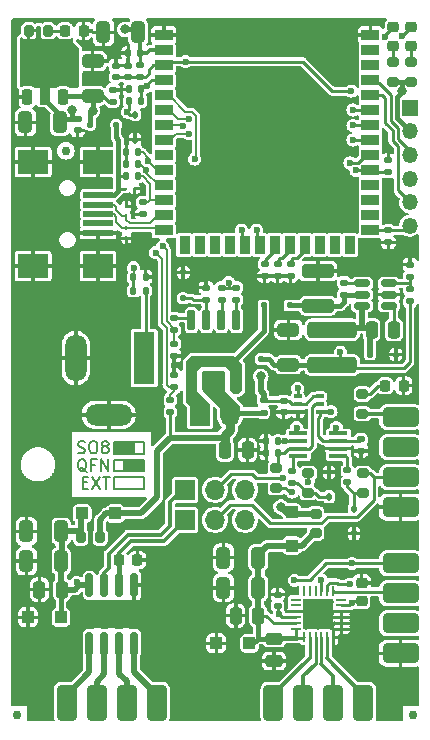
<source format=gbr>
%TF.GenerationSoftware,KiCad,Pcbnew,7.0.11+dfsg-1build4*%
%TF.CreationDate,2025-02-16T15:58:32+01:00*%
%TF.ProjectId,MCM-81339,4d434d2d-3831-4333-9339-2e6b69636164,rev?*%
%TF.SameCoordinates,Original*%
%TF.FileFunction,Copper,L1,Top*%
%TF.FilePolarity,Positive*%
%FSLAX46Y46*%
G04 Gerber Fmt 4.6, Leading zero omitted, Abs format (unit mm)*
G04 Created by KiCad (PCBNEW 7.0.11+dfsg-1build4) date 2025-02-16 15:58:32*
%MOMM*%
%LPD*%
G01*
G04 APERTURE LIST*
G04 Aperture macros list*
%AMRoundRect*
0 Rectangle with rounded corners*
0 $1 Rounding radius*
0 $2 $3 $4 $5 $6 $7 $8 $9 X,Y pos of 4 corners*
0 Add a 4 corners polygon primitive as box body*
4,1,4,$2,$3,$4,$5,$6,$7,$8,$9,$2,$3,0*
0 Add four circle primitives for the rounded corners*
1,1,$1+$1,$2,$3*
1,1,$1+$1,$4,$5*
1,1,$1+$1,$6,$7*
1,1,$1+$1,$8,$9*
0 Add four rect primitives between the rounded corners*
20,1,$1+$1,$2,$3,$4,$5,0*
20,1,$1+$1,$4,$5,$6,$7,0*
20,1,$1+$1,$6,$7,$8,$9,0*
20,1,$1+$1,$8,$9,$2,$3,0*%
%AMFreePoly0*
4,1,9,3.862500,-0.866500,0.737500,-0.866500,0.737500,-0.450000,-0.737500,-0.450000,-0.737500,0.450000,0.737500,0.450000,0.737500,0.866500,3.862500,0.866500,3.862500,-0.866500,3.862500,-0.866500,$1*%
G04 Aperture macros list end*
%TA.AperFunction,NonConductor*%
%ADD10C,0.200000*%
%TD*%
%ADD11C,0.200000*%
%TA.AperFunction,SMDPad,CuDef*%
%ADD12RoundRect,0.250000X-0.300000X-0.300000X0.300000X-0.300000X0.300000X0.300000X-0.300000X0.300000X0*%
%TD*%
%TA.AperFunction,SMDPad,CuDef*%
%ADD13RoundRect,0.250000X0.300000X-0.300000X0.300000X0.300000X-0.300000X0.300000X-0.300000X-0.300000X0*%
%TD*%
%TA.AperFunction,SMDPad,CuDef*%
%ADD14RoundRect,0.140000X-0.170000X0.140000X-0.170000X-0.140000X0.170000X-0.140000X0.170000X0.140000X0*%
%TD*%
%TA.AperFunction,SMDPad,CuDef*%
%ADD15RoundRect,0.150000X0.150000X-0.825000X0.150000X0.825000X-0.150000X0.825000X-0.150000X-0.825000X0*%
%TD*%
%TA.AperFunction,HeatsinkPad*%
%ADD16C,0.500000*%
%TD*%
%TA.AperFunction,HeatsinkPad*%
%ADD17R,3.300000X2.410000*%
%TD*%
%TA.AperFunction,SMDPad,CuDef*%
%ADD18RoundRect,0.112500X-0.112500X0.187500X-0.112500X-0.187500X0.112500X-0.187500X0.112500X0.187500X0*%
%TD*%
%TA.AperFunction,SMDPad,CuDef*%
%ADD19RoundRect,0.135000X-0.185000X0.135000X-0.185000X-0.135000X0.185000X-0.135000X0.185000X0.135000X0*%
%TD*%
%TA.AperFunction,SMDPad,CuDef*%
%ADD20RoundRect,0.250000X0.325000X0.650000X-0.325000X0.650000X-0.325000X-0.650000X0.325000X-0.650000X0*%
%TD*%
%TA.AperFunction,SMDPad,CuDef*%
%ADD21RoundRect,0.200000X-0.275000X0.200000X-0.275000X-0.200000X0.275000X-0.200000X0.275000X0.200000X0*%
%TD*%
%TA.AperFunction,SMDPad,CuDef*%
%ADD22RoundRect,0.250000X-0.475000X0.250000X-0.475000X-0.250000X0.475000X-0.250000X0.475000X0.250000X0*%
%TD*%
%TA.AperFunction,SMDPad,CuDef*%
%ADD23RoundRect,0.218750X-0.256250X0.218750X-0.256250X-0.218750X0.256250X-0.218750X0.256250X0.218750X0*%
%TD*%
%TA.AperFunction,SMDPad,CuDef*%
%ADD24RoundRect,0.218750X0.218750X0.256250X-0.218750X0.256250X-0.218750X-0.256250X0.218750X-0.256250X0*%
%TD*%
%TA.AperFunction,SMDPad,CuDef*%
%ADD25RoundRect,0.135000X0.135000X0.185000X-0.135000X0.185000X-0.135000X-0.185000X0.135000X-0.185000X0*%
%TD*%
%TA.AperFunction,ComponentPad*%
%ADD26RoundRect,0.425000X1.125000X0.425000X-1.125000X0.425000X-1.125000X-0.425000X1.125000X-0.425000X0*%
%TD*%
%TA.AperFunction,SMDPad,CuDef*%
%ADD27RoundRect,0.135000X-0.135000X-0.185000X0.135000X-0.185000X0.135000X0.185000X-0.135000X0.185000X0*%
%TD*%
%TA.AperFunction,ComponentPad*%
%ADD28R,1.700000X1.700000*%
%TD*%
%TA.AperFunction,ComponentPad*%
%ADD29O,1.700000X1.700000*%
%TD*%
%TA.AperFunction,ComponentPad*%
%ADD30RoundRect,0.425000X-1.125000X-0.425000X1.125000X-0.425000X1.125000X0.425000X-1.125000X0.425000X0*%
%TD*%
%TA.AperFunction,SMDPad,CuDef*%
%ADD31RoundRect,0.125000X0.125000X0.125000X-0.125000X0.125000X-0.125000X-0.125000X0.125000X-0.125000X0*%
%TD*%
%TA.AperFunction,ComponentPad*%
%ADD32R,1.350000X1.350000*%
%TD*%
%TA.AperFunction,ComponentPad*%
%ADD33O,1.350000X1.350000*%
%TD*%
%TA.AperFunction,SMDPad,CuDef*%
%ADD34RoundRect,0.140000X-0.140000X-0.170000X0.140000X-0.170000X0.140000X0.170000X-0.140000X0.170000X0*%
%TD*%
%TA.AperFunction,SMDPad,CuDef*%
%ADD35RoundRect,0.250000X-0.250000X-0.475000X0.250000X-0.475000X0.250000X0.475000X-0.250000X0.475000X0*%
%TD*%
%TA.AperFunction,SMDPad,CuDef*%
%ADD36RoundRect,0.135000X0.185000X-0.135000X0.185000X0.135000X-0.185000X0.135000X-0.185000X-0.135000X0*%
%TD*%
%TA.AperFunction,SMDPad,CuDef*%
%ADD37RoundRect,0.140000X0.170000X-0.140000X0.170000X0.140000X-0.170000X0.140000X-0.170000X-0.140000X0*%
%TD*%
%TA.AperFunction,SMDPad,CuDef*%
%ADD38C,0.750000*%
%TD*%
%TA.AperFunction,SMDPad,CuDef*%
%ADD39RoundRect,0.140000X0.140000X0.170000X-0.140000X0.170000X-0.140000X-0.170000X0.140000X-0.170000X0*%
%TD*%
%TA.AperFunction,SMDPad,CuDef*%
%ADD40RoundRect,0.225000X0.225000X-0.425000X0.225000X0.425000X-0.225000X0.425000X-0.225000X-0.425000X0*%
%TD*%
%TA.AperFunction,SMDPad,CuDef*%
%ADD41FreePoly0,90.000000*%
%TD*%
%TA.AperFunction,SMDPad,CuDef*%
%ADD42RoundRect,0.200000X0.200000X0.275000X-0.200000X0.275000X-0.200000X-0.275000X0.200000X-0.275000X0*%
%TD*%
%TA.AperFunction,SMDPad,CuDef*%
%ADD43R,1.500000X0.900000*%
%TD*%
%TA.AperFunction,SMDPad,CuDef*%
%ADD44R,0.900000X1.500000*%
%TD*%
%TA.AperFunction,SMDPad,CuDef*%
%ADD45R,4.000000X4.000000*%
%TD*%
%TA.AperFunction,SMDPad,CuDef*%
%ADD46RoundRect,0.125000X-0.125000X0.125000X-0.125000X-0.125000X0.125000X-0.125000X0.125000X0.125000X0*%
%TD*%
%TA.AperFunction,SMDPad,CuDef*%
%ADD47RoundRect,0.062500X0.062500X-0.350000X0.062500X0.350000X-0.062500X0.350000X-0.062500X-0.350000X0*%
%TD*%
%TA.AperFunction,SMDPad,CuDef*%
%ADD48RoundRect,0.062500X0.350000X-0.062500X0.350000X0.062500X-0.350000X0.062500X-0.350000X-0.062500X0*%
%TD*%
%TA.AperFunction,HeatsinkPad*%
%ADD49R,2.600000X2.600000*%
%TD*%
%TA.AperFunction,ComponentPad*%
%ADD50RoundRect,0.425000X-0.425000X1.125000X-0.425000X-1.125000X0.425000X-1.125000X0.425000X1.125000X0*%
%TD*%
%TA.AperFunction,SMDPad,CuDef*%
%ADD51RoundRect,0.112500X0.112500X-0.187500X0.112500X0.187500X-0.112500X0.187500X-0.112500X-0.187500X0*%
%TD*%
%TA.AperFunction,SMDPad,CuDef*%
%ADD52RoundRect,0.125000X0.125000X-0.125000X0.125000X0.125000X-0.125000X0.125000X-0.125000X-0.125000X0*%
%TD*%
%TA.AperFunction,SMDPad,CuDef*%
%ADD53RoundRect,0.125000X-0.125000X-0.125000X0.125000X-0.125000X0.125000X0.125000X-0.125000X0.125000X0*%
%TD*%
%TA.AperFunction,SMDPad,CuDef*%
%ADD54RoundRect,0.250000X0.250000X0.475000X-0.250000X0.475000X-0.250000X-0.475000X0.250000X-0.475000X0*%
%TD*%
%TA.AperFunction,SMDPad,CuDef*%
%ADD55RoundRect,0.150000X-0.150000X0.725000X-0.150000X-0.725000X0.150000X-0.725000X0.150000X0.725000X0*%
%TD*%
%TA.AperFunction,SMDPad,CuDef*%
%ADD56RoundRect,0.225000X-0.225000X-0.250000X0.225000X-0.250000X0.225000X0.250000X-0.225000X0.250000X0*%
%TD*%
%TA.AperFunction,SMDPad,CuDef*%
%ADD57R,2.500000X0.500000*%
%TD*%
%TA.AperFunction,SMDPad,CuDef*%
%ADD58R,2.500000X2.000000*%
%TD*%
%TA.AperFunction,SMDPad,CuDef*%
%ADD59RoundRect,0.062500X0.117500X0.062500X-0.117500X0.062500X-0.117500X-0.062500X0.117500X-0.062500X0*%
%TD*%
%TA.AperFunction,SMDPad,CuDef*%
%ADD60RoundRect,0.250000X0.650000X-0.325000X0.650000X0.325000X-0.650000X0.325000X-0.650000X-0.325000X0*%
%TD*%
%TA.AperFunction,SMDPad,CuDef*%
%ADD61RoundRect,0.100000X-0.225000X-0.100000X0.225000X-0.100000X0.225000X0.100000X-0.225000X0.100000X0*%
%TD*%
%TA.AperFunction,SMDPad,CuDef*%
%ADD62RoundRect,0.225000X0.250000X-0.225000X0.250000X0.225000X-0.250000X0.225000X-0.250000X-0.225000X0*%
%TD*%
%TA.AperFunction,SMDPad,CuDef*%
%ADD63RoundRect,0.062500X0.062500X-0.117500X0.062500X0.117500X-0.062500X0.117500X-0.062500X-0.117500X0*%
%TD*%
%TA.AperFunction,SMDPad,CuDef*%
%ADD64RoundRect,0.350000X-1.750000X-0.350000X1.750000X-0.350000X1.750000X0.350000X-1.750000X0.350000X0*%
%TD*%
%TA.AperFunction,SMDPad,CuDef*%
%ADD65RoundRect,0.062500X-0.062500X0.117500X-0.062500X-0.117500X0.062500X-0.117500X0.062500X0.117500X0*%
%TD*%
%TA.AperFunction,SMDPad,CuDef*%
%ADD66RoundRect,0.150000X0.512500X0.150000X-0.512500X0.150000X-0.512500X-0.150000X0.512500X-0.150000X0*%
%TD*%
%TA.AperFunction,SMDPad,CuDef*%
%ADD67R,1.600000X0.300000*%
%TD*%
%TA.AperFunction,ComponentPad*%
%ADD68R,1.800000X4.400000*%
%TD*%
%TA.AperFunction,ComponentPad*%
%ADD69O,1.800000X4.000000*%
%TD*%
%TA.AperFunction,ComponentPad*%
%ADD70O,4.000000X1.800000*%
%TD*%
%TA.AperFunction,SMDPad,CuDef*%
%ADD71RoundRect,0.250000X1.100000X-0.325000X1.100000X0.325000X-1.100000X0.325000X-1.100000X-0.325000X0*%
%TD*%
%TA.AperFunction,ViaPad*%
%ADD72C,0.600000*%
%TD*%
%TA.AperFunction,ViaPad*%
%ADD73C,0.800000*%
%TD*%
%TA.AperFunction,Conductor*%
%ADD74C,0.500000*%
%TD*%
%TA.AperFunction,Conductor*%
%ADD75C,0.400000*%
%TD*%
%TA.AperFunction,Conductor*%
%ADD76C,0.250000*%
%TD*%
%TA.AperFunction,Conductor*%
%ADD77C,0.350000*%
%TD*%
%TA.AperFunction,Conductor*%
%ADD78C,0.300000*%
%TD*%
%TA.AperFunction,Conductor*%
%ADD79C,0.450000*%
%TD*%
%TA.AperFunction,Conductor*%
%ADD80C,0.800000*%
%TD*%
%TA.AperFunction,Conductor*%
%ADD81C,0.200000*%
%TD*%
%TA.AperFunction,Conductor*%
%ADD82C,0.240000*%
%TD*%
%TA.AperFunction,Conductor*%
%ADD83C,0.190000*%
%TD*%
G04 APERTURE END LIST*
D10*
X69950000Y-83400000D02*
X72450000Y-83400000D01*
X72450000Y-84400000D01*
X69950000Y-84400000D01*
X69950000Y-83400000D01*
X69950000Y-80400000D02*
X71600000Y-80400000D01*
X71600000Y-81400000D01*
X69950000Y-81400000D01*
X69950000Y-80400000D01*
%TA.AperFunction,NonConductor*%
G36*
X69950000Y-80400000D02*
G01*
X71600000Y-80400000D01*
X71600000Y-81400000D01*
X69950000Y-81400000D01*
X69950000Y-80400000D01*
G37*
%TD.AperFunction*%
X70800000Y-81900000D02*
X72450000Y-81900000D01*
X72450000Y-82900000D01*
X70800000Y-82900000D01*
X70800000Y-81900000D01*
%TA.AperFunction,NonConductor*%
G36*
X70800000Y-81900000D02*
G01*
X72450000Y-81900000D01*
X72450000Y-82900000D01*
X70800000Y-82900000D01*
X70800000Y-81900000D01*
G37*
%TD.AperFunction*%
X69950000Y-81900000D02*
X72450000Y-81900000D01*
X72450000Y-82900000D01*
X69950000Y-82900000D01*
X69950000Y-81900000D01*
X69950000Y-80400000D02*
X72450000Y-80400000D01*
X72450000Y-81400000D01*
X69950000Y-81400000D01*
X69950000Y-80400000D01*
D11*
D10*
X66906517Y-81304600D02*
X67049374Y-81352219D01*
X67049374Y-81352219D02*
X67287469Y-81352219D01*
X67287469Y-81352219D02*
X67382707Y-81304600D01*
X67382707Y-81304600D02*
X67430326Y-81256980D01*
X67430326Y-81256980D02*
X67477945Y-81161742D01*
X67477945Y-81161742D02*
X67477945Y-81066504D01*
X67477945Y-81066504D02*
X67430326Y-80971266D01*
X67430326Y-80971266D02*
X67382707Y-80923647D01*
X67382707Y-80923647D02*
X67287469Y-80876028D01*
X67287469Y-80876028D02*
X67096993Y-80828409D01*
X67096993Y-80828409D02*
X67001755Y-80780790D01*
X67001755Y-80780790D02*
X66954136Y-80733171D01*
X66954136Y-80733171D02*
X66906517Y-80637933D01*
X66906517Y-80637933D02*
X66906517Y-80542695D01*
X66906517Y-80542695D02*
X66954136Y-80447457D01*
X66954136Y-80447457D02*
X67001755Y-80399838D01*
X67001755Y-80399838D02*
X67096993Y-80352219D01*
X67096993Y-80352219D02*
X67335088Y-80352219D01*
X67335088Y-80352219D02*
X67477945Y-80399838D01*
X68096993Y-80352219D02*
X68287469Y-80352219D01*
X68287469Y-80352219D02*
X68382707Y-80399838D01*
X68382707Y-80399838D02*
X68477945Y-80495076D01*
X68477945Y-80495076D02*
X68525564Y-80685552D01*
X68525564Y-80685552D02*
X68525564Y-81018885D01*
X68525564Y-81018885D02*
X68477945Y-81209361D01*
X68477945Y-81209361D02*
X68382707Y-81304600D01*
X68382707Y-81304600D02*
X68287469Y-81352219D01*
X68287469Y-81352219D02*
X68096993Y-81352219D01*
X68096993Y-81352219D02*
X68001755Y-81304600D01*
X68001755Y-81304600D02*
X67906517Y-81209361D01*
X67906517Y-81209361D02*
X67858898Y-81018885D01*
X67858898Y-81018885D02*
X67858898Y-80685552D01*
X67858898Y-80685552D02*
X67906517Y-80495076D01*
X67906517Y-80495076D02*
X68001755Y-80399838D01*
X68001755Y-80399838D02*
X68096993Y-80352219D01*
X69096993Y-80780790D02*
X69001755Y-80733171D01*
X69001755Y-80733171D02*
X68954136Y-80685552D01*
X68954136Y-80685552D02*
X68906517Y-80590314D01*
X68906517Y-80590314D02*
X68906517Y-80542695D01*
X68906517Y-80542695D02*
X68954136Y-80447457D01*
X68954136Y-80447457D02*
X69001755Y-80399838D01*
X69001755Y-80399838D02*
X69096993Y-80352219D01*
X69096993Y-80352219D02*
X69287469Y-80352219D01*
X69287469Y-80352219D02*
X69382707Y-80399838D01*
X69382707Y-80399838D02*
X69430326Y-80447457D01*
X69430326Y-80447457D02*
X69477945Y-80542695D01*
X69477945Y-80542695D02*
X69477945Y-80590314D01*
X69477945Y-80590314D02*
X69430326Y-80685552D01*
X69430326Y-80685552D02*
X69382707Y-80733171D01*
X69382707Y-80733171D02*
X69287469Y-80780790D01*
X69287469Y-80780790D02*
X69096993Y-80780790D01*
X69096993Y-80780790D02*
X69001755Y-80828409D01*
X69001755Y-80828409D02*
X68954136Y-80876028D01*
X68954136Y-80876028D02*
X68906517Y-80971266D01*
X68906517Y-80971266D02*
X68906517Y-81161742D01*
X68906517Y-81161742D02*
X68954136Y-81256980D01*
X68954136Y-81256980D02*
X69001755Y-81304600D01*
X69001755Y-81304600D02*
X69096993Y-81352219D01*
X69096993Y-81352219D02*
X69287469Y-81352219D01*
X69287469Y-81352219D02*
X69382707Y-81304600D01*
X69382707Y-81304600D02*
X69430326Y-81256980D01*
X69430326Y-81256980D02*
X69477945Y-81161742D01*
X69477945Y-81161742D02*
X69477945Y-80971266D01*
X69477945Y-80971266D02*
X69430326Y-80876028D01*
X69430326Y-80876028D02*
X69382707Y-80828409D01*
X69382707Y-80828409D02*
X69287469Y-80780790D01*
D11*
D10*
X67620802Y-82947457D02*
X67525564Y-82899838D01*
X67525564Y-82899838D02*
X67430326Y-82804600D01*
X67430326Y-82804600D02*
X67287469Y-82661742D01*
X67287469Y-82661742D02*
X67192231Y-82614123D01*
X67192231Y-82614123D02*
X67096993Y-82614123D01*
X67144612Y-82852219D02*
X67049374Y-82804600D01*
X67049374Y-82804600D02*
X66954136Y-82709361D01*
X66954136Y-82709361D02*
X66906517Y-82518885D01*
X66906517Y-82518885D02*
X66906517Y-82185552D01*
X66906517Y-82185552D02*
X66954136Y-81995076D01*
X66954136Y-81995076D02*
X67049374Y-81899838D01*
X67049374Y-81899838D02*
X67144612Y-81852219D01*
X67144612Y-81852219D02*
X67335088Y-81852219D01*
X67335088Y-81852219D02*
X67430326Y-81899838D01*
X67430326Y-81899838D02*
X67525564Y-81995076D01*
X67525564Y-81995076D02*
X67573183Y-82185552D01*
X67573183Y-82185552D02*
X67573183Y-82518885D01*
X67573183Y-82518885D02*
X67525564Y-82709361D01*
X67525564Y-82709361D02*
X67430326Y-82804600D01*
X67430326Y-82804600D02*
X67335088Y-82852219D01*
X67335088Y-82852219D02*
X67144612Y-82852219D01*
X68335088Y-82328409D02*
X68001755Y-82328409D01*
X68001755Y-82852219D02*
X68001755Y-81852219D01*
X68001755Y-81852219D02*
X68477945Y-81852219D01*
X68858898Y-82852219D02*
X68858898Y-81852219D01*
X68858898Y-81852219D02*
X69430326Y-82852219D01*
X69430326Y-82852219D02*
X69430326Y-81852219D01*
D11*
D10*
X67287469Y-83828409D02*
X67620802Y-83828409D01*
X67763659Y-84352219D02*
X67287469Y-84352219D01*
X67287469Y-84352219D02*
X67287469Y-83352219D01*
X67287469Y-83352219D02*
X67763659Y-83352219D01*
X68096993Y-83352219D02*
X68763659Y-84352219D01*
X68763659Y-83352219D02*
X68096993Y-84352219D01*
X69001755Y-83352219D02*
X69573183Y-83352219D01*
X69287469Y-84352219D02*
X69287469Y-83352219D01*
D12*
%TO.P,D15,1,K*%
%TO.N,Net-(D15-K)*%
X67250000Y-86450000D03*
%TO.P,D15,2,A*%
%TO.N,VBUS*%
X70050000Y-86450000D03*
%TD*%
D13*
%TO.P,D14,1,K*%
%TO.N,Net-(D14-K)*%
X85000000Y-89175000D03*
%TO.P,D14,2,A*%
%TO.N,VBUS*%
X85000000Y-86375000D03*
%TD*%
D12*
%TO.P,D17,1,A1*%
%TO.N,GND*%
X62650000Y-95250000D03*
%TO.P,D17,2,A2*%
%TO.N,Net-(D15-K)*%
X65450000Y-95250000D03*
%TD*%
%TO.P,D16,1,A1*%
%TO.N,GND*%
X78600000Y-97450000D03*
%TO.P,D16,2,A2*%
%TO.N,Net-(D14-K)*%
X81400000Y-97450000D03*
%TD*%
D14*
%TO.P,C8,1*%
%TO.N,+3.3V*%
X90850000Y-80195000D03*
%TO.P,C8,2*%
%TO.N,GND*%
X90850000Y-81155000D03*
%TD*%
D15*
%TO.P,U8,1,T*%
%TO.N,Net-(J9-Pin_4)*%
X67845000Y-97475000D03*
%TO.P,U8,2,W*%
%TO.N,Net-(J9-Pin_3)*%
X69115000Y-97475000D03*
%TO.P,U8,3,V*%
%TO.N,Net-(J9-Pin_2)*%
X70385000Y-97475000D03*
%TO.P,U8,4,U*%
%TO.N,Net-(J9-Pin_1)*%
X71655000Y-97475000D03*
%TO.P,U8,5,GND*%
%TO.N,GND*%
X71655000Y-92525000D03*
%TO.P,U8,6,COMM*%
%TO.N,RXD_SO8*%
X70385000Y-92525000D03*
%TO.P,U8,7,IO0*%
%TO.N,TXD_SO8*%
X69115000Y-92525000D03*
%TO.P,U8,8,VS*%
%TO.N,Net-(D15-K)*%
X67845000Y-92525000D03*
D16*
%TO.P,U8,9,EXP*%
%TO.N,GND*%
X68550000Y-95700000D03*
X69750000Y-95700000D03*
X70950000Y-95700000D03*
D17*
X69750000Y-95000000D03*
D16*
X68550000Y-94300000D03*
X69750000Y-94300000D03*
X70950000Y-94300000D03*
%TD*%
D18*
%TO.P,D4,1,K*%
%TO.N,Net-(D4-K)*%
X71729600Y-52696400D03*
%TO.P,D4,2,A*%
%TO.N,GND*%
X71729600Y-54796400D03*
%TD*%
D19*
%TO.P,R4,1*%
%TO.N,Net-(U2-FB)*%
X94996000Y-67490000D03*
%TO.P,R4,2*%
%TO.N,Net-(D3-A)*%
X94996000Y-68510000D03*
%TD*%
D20*
%TO.P,C21,1*%
%TO.N,Net-(D14-K)*%
X82150000Y-90200000D03*
%TO.P,C21,2*%
%TO.N,GND*%
X79200000Y-90200000D03*
%TD*%
D21*
%TO.P,R18,1*%
%TO.N,Net-(U3-VCCB)*%
X83667600Y-82625000D03*
%TO.P,R18,2*%
%TO.N,VDDA*%
X83667600Y-84275000D03*
%TD*%
D22*
%TO.P,C23,1*%
%TO.N,Net-(D14-K)*%
X83500000Y-97050000D03*
%TO.P,C23,2*%
%TO.N,GND*%
X83500000Y-98950000D03*
%TD*%
D23*
%TO.P,D10,1,K*%
%TO.N,LED2*%
X93573600Y-45312500D03*
%TO.P,D10,2,A*%
%TO.N,Net-(D10-A)*%
X93573600Y-46887500D03*
%TD*%
D24*
%TO.P,D1,1,K*%
%TO.N,GND*%
X67360900Y-45593000D03*
%TO.P,D1,2,A*%
%TO.N,Net-(D1-A)*%
X65785900Y-45593000D03*
%TD*%
D19*
%TO.P,R3,1*%
%TO.N,GND*%
X93167200Y-56538400D03*
%TO.P,R3,2*%
%TO.N,UART_VSEL*%
X93167200Y-57558400D03*
%TD*%
D25*
%TO.P,R24,1*%
%TO.N,VS*%
X72610000Y-67600000D03*
%TO.P,R24,2*%
%TO.N,MEAS_VS*%
X71590000Y-67600000D03*
%TD*%
D26*
%TO.P,J1,1,Pin_1*%
%TO.N,GND*%
X94200000Y-98300000D03*
%TO.P,J1,2,Pin_2*%
%TO.N,Net-(J1-Pin_2)*%
X94200000Y-95760000D03*
%TO.P,J1,3,Pin_3*%
%TO.N,Net-(J1-Pin_3)*%
X94200000Y-93220000D03*
%TO.P,J1,4,Pin_4*%
%TO.N,VDDA*%
X94200000Y-90680000D03*
%TD*%
D21*
%TO.P,R30,1*%
%TO.N,RXD_CPU*%
X91025000Y-83050000D03*
%TO.P,R30,2*%
%TO.N,Net-(D18-A1)*%
X91025000Y-84700000D03*
%TD*%
D19*
%TO.P,R27,1*%
%TO.N,MEAS_VUSB*%
X72364600Y-60119800D03*
%TO.P,R27,2*%
%TO.N,GND*%
X72364600Y-61139800D03*
%TD*%
D21*
%TO.P,R29,1*%
%TO.N,VBUS*%
X87000000Y-86475000D03*
%TO.P,R29,2*%
%TO.N,Net-(D14-K)*%
X87000000Y-88125000D03*
%TD*%
D27*
%TO.P,R20,1*%
%TO.N,GND*%
X82808000Y-80340000D03*
%TO.P,R20,2*%
%TO.N,UART_OE*%
X83828000Y-80340000D03*
%TD*%
D28*
%TO.P,J6,1,Pin_1*%
%TO.N,TXD_SO8*%
X75960000Y-84460000D03*
D29*
%TO.P,J6,2,Pin_2*%
%TO.N,TXD_CPU*%
X78500000Y-84460000D03*
%TO.P,J6,3,Pin_3*%
%TO.N,TXD_QFN24*%
X81040000Y-84460000D03*
%TD*%
D30*
%TO.P,J4,1,Pin_1*%
%TO.N,VBUS*%
X94200000Y-78300000D03*
%TO.P,J4,2,Pin_2*%
%TO.N,TXD_CPU*%
X94200000Y-80840000D03*
%TO.P,J4,3,Pin_3*%
%TO.N,RXD_CPU*%
X94200000Y-83380000D03*
%TO.P,J4,4,Pin_4*%
%TO.N,GND*%
X94200000Y-85920000D03*
%TD*%
D31*
%TO.P,D9,1,K*%
%TO.N,Net-(D9-K)*%
X84800000Y-68850000D03*
%TO.P,D9,2,A*%
%TO.N,VS*%
X82600000Y-68850000D03*
%TD*%
D32*
%TO.P,J3,1,Pin_1*%
%TO.N,EN*%
X95000000Y-52100000D03*
D33*
%TO.P,J3,2,Pin_2*%
%TO.N,+3.3V*%
X95000000Y-54100000D03*
%TO.P,J3,3,Pin_3*%
%TO.N,Net-(J3-Pin_3)*%
X95000000Y-56100000D03*
%TO.P,J3,4,Pin_4*%
%TO.N,GND*%
X95000000Y-58100000D03*
%TO.P,J3,5,Pin_5*%
%TO.N,Net-(J3-Pin_5)*%
X95000000Y-60100000D03*
%TO.P,J3,6,Pin_6*%
%TO.N,IO0*%
X95000000Y-62100000D03*
%TD*%
D34*
%TO.P,C4,1*%
%TO.N,GND*%
X70995600Y-55880000D03*
%TO.P,C4,2*%
%TO.N,MEAS_VBUS*%
X71955600Y-55880000D03*
%TD*%
D35*
%TO.P,C18,1*%
%TO.N,VBUS*%
X79350000Y-81100000D03*
%TO.P,C18,2*%
%TO.N,GND*%
X81250000Y-81100000D03*
%TD*%
D36*
%TO.P,R16,1*%
%TO.N,Net-(D18-A1)*%
X89700000Y-83835000D03*
%TO.P,R16,2*%
%TO.N,Net-(U3-B2)*%
X89700000Y-82815000D03*
%TD*%
D19*
%TO.P,R13,1*%
%TO.N,IO0*%
X93167200Y-62482000D03*
%TO.P,R13,2*%
%TO.N,GND*%
X93167200Y-63502000D03*
%TD*%
D37*
%TO.P,C17,1*%
%TO.N,EN*%
X70104000Y-49502000D03*
%TO.P,C17,2*%
%TO.N,GND*%
X70104000Y-48542000D03*
%TD*%
D27*
%TO.P,R25,1*%
%TO.N,MEAS_VS*%
X71590000Y-66450000D03*
%TO.P,R25,2*%
%TO.N,GND*%
X72610000Y-66450000D03*
%TD*%
D38*
%TO.P,FID1,*%
%TO.N,*%
X65850000Y-55750000D03*
%TD*%
D39*
%TO.P,C13,1*%
%TO.N,+3.3V*%
X72108000Y-47490000D03*
%TO.P,C13,2*%
%TO.N,GND*%
X71148000Y-47490000D03*
%TD*%
D40*
%TO.P,U1,1,GND*%
%TO.N,GND*%
X62609600Y-51175200D03*
D41*
%TO.P,U1,2,VO*%
%TO.N,+3.3V*%
X64109600Y-51087700D03*
D40*
%TO.P,U1,3,VI*%
%TO.N,+5V*%
X65609600Y-51175200D03*
%TD*%
D36*
%TO.P,R22,1*%
%TO.N,VBUS*%
X74701400Y-77853000D03*
%TO.P,R22,2*%
%TO.N,MEAS_VBUS*%
X74701400Y-76833000D03*
%TD*%
D42*
%TO.P,R1,1*%
%TO.N,Net-(D1-A)*%
X64375800Y-45600000D03*
%TO.P,R1,2*%
%TO.N,+3.3V*%
X62725800Y-45600000D03*
%TD*%
D38*
%TO.P,FID2,*%
%TO.N,*%
X95250000Y-103550000D03*
%TD*%
D43*
%TO.P,U5,1,GND*%
%TO.N,GND*%
X74150000Y-45958000D03*
%TO.P,U5,2,3V3*%
%TO.N,+3.3V*%
X74150000Y-47228000D03*
%TO.P,U5,3,EN*%
%TO.N,EN*%
X74150000Y-48498000D03*
%TO.P,U5,4,IO4*%
%TO.N,SLAVE_CUR*%
X74150000Y-49768000D03*
%TO.P,U5,5,IO5*%
%TO.N,SLAVE_PWR*%
X74150000Y-51038000D03*
%TO.P,U5,6,IO6*%
%TO.N,RXD_MCM*%
X74150000Y-52308000D03*
%TO.P,U5,7,IO7*%
%TO.N,TXD_MCM*%
X74150000Y-53578000D03*
%TO.P,U5,8,IO15*%
%TO.N,UART_OE*%
X74150000Y-54848000D03*
%TO.P,U5,9,IO16*%
%TO.N,unconnected-(U5-IO16-Pad9)*%
X74150000Y-56118000D03*
%TO.P,U5,10,IO17*%
%TO.N,MEAS_VBUS*%
X74150000Y-57388000D03*
%TO.P,U5,11,IO18*%
%TO.N,MEAS_VS*%
X74150000Y-58658000D03*
%TO.P,U5,12,IO8*%
%TO.N,MEAS_VUSB*%
X74150000Y-59928000D03*
%TO.P,U5,13,IO19*%
%TO.N,USB_D-*%
X74150000Y-61198000D03*
%TO.P,U5,14,IO20*%
%TO.N,USB_D+*%
X74150000Y-62468000D03*
D44*
%TO.P,U5,15,IO3*%
%TO.N,unconnected-(U5-IO3-Pad15)*%
X75915000Y-63718000D03*
%TO.P,U5,16,IO46*%
%TO.N,unconnected-(U5-IO46-Pad16)*%
X77185000Y-63718000D03*
%TO.P,U5,17,IO9*%
%TO.N,unconnected-(U5-IO9-Pad17)*%
X78455000Y-63718000D03*
%TO.P,U5,18,IO10*%
%TO.N,unconnected-(U5-IO10-Pad18)*%
X79725000Y-63718000D03*
%TO.P,U5,19,IO11*%
%TO.N,LED2*%
X80995000Y-63718000D03*
%TO.P,U5,20,IO12*%
%TO.N,LED1*%
X82265000Y-63718000D03*
%TO.P,U5,21,IO13*%
%TO.N,Net-(U5-IO13)*%
X83535000Y-63718000D03*
%TO.P,U5,22,IO14*%
%TO.N,Net-(U5-IO14)*%
X84805000Y-63718000D03*
%TO.P,U5,23,IO21*%
%TO.N,Net-(U5-IO21)*%
X86075000Y-63718000D03*
%TO.P,U5,24,IO47*%
%TO.N,unconnected-(U5-IO47-Pad24)*%
X87345000Y-63718000D03*
%TO.P,U5,25,IO48*%
%TO.N,unconnected-(U5-IO48-Pad25)*%
X88615000Y-63718000D03*
%TO.P,U5,26,IO45*%
%TO.N,unconnected-(U5-IO45-Pad26)*%
X89885000Y-63718000D03*
D43*
%TO.P,U5,27,IO0*%
%TO.N,IO0*%
X91650000Y-62468000D03*
%TO.P,U5,28,NC*%
%TO.N,unconnected-(U5-NC-Pad28)*%
X91650000Y-61198000D03*
%TO.P,U5,29,NC*%
%TO.N,unconnected-(U5-NC-Pad29)*%
X91650000Y-59928000D03*
%TO.P,U5,30,NC*%
%TO.N,unconnected-(U5-NC-Pad30)*%
X91650000Y-58658000D03*
%TO.P,U5,31,IO38*%
%TO.N,UART_VSEL*%
X91650000Y-57388000D03*
%TO.P,U5,32,IO39*%
%TO.N,/MCM/TCK*%
X91650000Y-56118000D03*
%TO.P,U5,33,IO40*%
%TO.N,/MCM/TDO*%
X91650000Y-54848000D03*
%TO.P,U5,34,IO41*%
%TO.N,/MCM/TDI*%
X91650000Y-53578000D03*
%TO.P,U5,35,IO42*%
%TO.N,/MCM/TMS*%
X91650000Y-52308000D03*
%TO.P,U5,36,RXD0*%
%TO.N,Net-(J3-Pin_5)*%
X91650000Y-51038000D03*
%TO.P,U5,37,TXD0*%
%TO.N,Net-(J3-Pin_3)*%
X91650000Y-49768000D03*
%TO.P,U5,38,IO2*%
%TO.N,unconnected-(U5-IO2-Pad38)*%
X91650000Y-48498000D03*
%TO.P,U5,39,IO1*%
%TO.N,unconnected-(U5-IO1-Pad39)*%
X91650000Y-47228000D03*
%TO.P,U5,40,GND*%
%TO.N,GND*%
X91650000Y-45958000D03*
D16*
%TO.P,U5,41,EPAD*%
X80040000Y-50558000D03*
X80040000Y-52058000D03*
X80790000Y-49808000D03*
X80790000Y-51308000D03*
X80790000Y-52808000D03*
X81540000Y-50558000D03*
D45*
X81540000Y-51308000D03*
D16*
X81540000Y-52058000D03*
X82290000Y-49808000D03*
X82290000Y-51308000D03*
X82290000Y-52808000D03*
X83040000Y-50558000D03*
X83040000Y-52058000D03*
%TD*%
D19*
%TO.P,R11,1*%
%TO.N,+3.3V*%
X72136000Y-48512000D03*
%TO.P,R11,2*%
%TO.N,EN*%
X72136000Y-49532000D03*
%TD*%
D46*
%TO.P,D5,1,K*%
%TO.N,GND*%
X75800000Y-66050000D03*
%TO.P,D5,2,A*%
%TO.N,Net-(D5-A)*%
X75800000Y-68250000D03*
%TD*%
D47*
%TO.P,U7,1,VSM*%
%TO.N,Net-(D14-K)*%
X86000000Y-96937500D03*
%TO.P,U7,2,T*%
%TO.N,Net-(J8-Pin_4)*%
X86500000Y-96937500D03*
%TO.P,U7,3,W*%
%TO.N,Net-(J8-Pin_3)*%
X87000000Y-96937500D03*
%TO.P,U7,4,V*%
%TO.N,Net-(J8-Pin_2)*%
X87500000Y-96937500D03*
%TO.P,U7,5,U*%
%TO.N,Net-(J8-Pin_1)*%
X88000000Y-96937500D03*
%TO.P,U7,6,NC*%
%TO.N,GND*%
X88500000Y-96937500D03*
D48*
%TO.P,U7,7,GND*%
X89187500Y-96250000D03*
%TO.P,U7,8,NC*%
X89187500Y-95750000D03*
%TO.P,U7,9,GND*%
X89187500Y-95250000D03*
%TO.P,U7,10,NC*%
X89187500Y-94750000D03*
%TO.P,U7,11,COMM*%
%TO.N,RXD_QFN24*%
X89187500Y-94250000D03*
%TO.P,U7,12,NC*%
%TO.N,unconnected-(U7-NC-Pad12)*%
X89187500Y-93750000D03*
D47*
%TO.P,U7,13,IO6*%
%TO.N,Net-(J1-Pin_3)*%
X88500000Y-93062500D03*
%TO.P,U7,14,IO7*%
%TO.N,Net-(J1-Pin_2)*%
X88000000Y-93062500D03*
%TO.P,U7,15,IO0*%
%TO.N,TXD_QFN24*%
X87500000Y-93062500D03*
%TO.P,U7,16,IO1*%
%TO.N,unconnected-(U7-IO1-Pad16)*%
X87000000Y-93062500D03*
%TO.P,U7,17,IO2*%
%TO.N,unconnected-(U7-IO2-Pad17)*%
X86500000Y-93062500D03*
%TO.P,U7,18,IO3*%
%TO.N,unconnected-(U7-IO3-Pad18)*%
X86000000Y-93062500D03*
D48*
%TO.P,U7,19,IO4*%
%TO.N,unconnected-(U7-IO4-Pad19)*%
X85312500Y-93750000D03*
%TO.P,U7,20,IO5*%
%TO.N,unconnected-(U7-IO5-Pad20)*%
X85312500Y-94250000D03*
%TO.P,U7,21,NC*%
%TO.N,GND*%
X85312500Y-94750000D03*
%TO.P,U7,22,3V3*%
%TO.N,VDDA*%
X85312500Y-95250000D03*
%TO.P,U7,23,VS*%
%TO.N,Net-(D14-K)*%
X85312500Y-95750000D03*
%TO.P,U7,24,VSM*%
X85312500Y-96250000D03*
D16*
%TO.P,U7,25,EXP*%
%TO.N,GND*%
X86200000Y-96050000D03*
X87250000Y-96050000D03*
X88300000Y-96050000D03*
X86200000Y-95000000D03*
X87250000Y-95000000D03*
D49*
X87250000Y-95000000D03*
D16*
X88300000Y-95000000D03*
X86200000Y-93950000D03*
X87250000Y-93950000D03*
X88300000Y-93950000D03*
%TD*%
D50*
%TO.P,J8,1,Pin_1*%
%TO.N,Net-(J8-Pin_1)*%
X91060000Y-102500000D03*
%TO.P,J8,2,Pin_2*%
%TO.N,Net-(J8-Pin_2)*%
X88520000Y-102500000D03*
%TO.P,J8,3,Pin_3*%
%TO.N,Net-(J8-Pin_3)*%
X85980000Y-102500000D03*
%TO.P,J8,4,Pin_4*%
%TO.N,Net-(J8-Pin_4)*%
X83440000Y-102500000D03*
%TD*%
D28*
%TO.P,J7,1,Pin_1*%
%TO.N,RXD_SO8*%
X75960000Y-87000000D03*
D29*
%TO.P,J7,2,Pin_2*%
%TO.N,RXD_CPU*%
X78500000Y-87000000D03*
%TO.P,J7,3,Pin_3*%
%TO.N,RXD_QFN24*%
X81040000Y-87000000D03*
%TD*%
D39*
%TO.P,C5,1*%
%TO.N,Net-(U3-VCCB)*%
X83798000Y-81356000D03*
%TO.P,C5,2*%
%TO.N,GND*%
X82838000Y-81356000D03*
%TD*%
D51*
%TO.P,D19,1,A1*%
%TO.N,Net-(D19-A1)*%
X88150000Y-85050000D03*
%TO.P,D19,2,A2*%
%TO.N,GND*%
X88150000Y-82950000D03*
%TD*%
D20*
%TO.P,C15,1*%
%TO.N,+3.3V*%
X71985400Y-45720000D03*
%TO.P,C15,2*%
%TO.N,GND*%
X69035400Y-45720000D03*
%TD*%
D21*
%TO.P,R17,1*%
%TO.N,Net-(D7-A)*%
X95100000Y-48260000D03*
%TO.P,R17,2*%
%TO.N,+3.3V*%
X95100000Y-49910000D03*
%TD*%
D19*
%TO.P,R10,1*%
%TO.N,Net-(D4-K)*%
X75031600Y-72085200D03*
%TO.P,R10,2*%
%TO.N,GND*%
X75031600Y-73105200D03*
%TD*%
D28*
%TO.P,J2,1,Pin_1*%
%TO.N,VS*%
X77230000Y-78227102D03*
D29*
%TO.P,J2,2,Pin_2*%
%TO.N,VBUS*%
X79770000Y-78227102D03*
%TD*%
D19*
%TO.P,R33,1*%
%TO.N,Net-(U5-IO14)*%
X83800000Y-65340000D03*
%TO.P,R33,2*%
%TO.N,GND*%
X83800000Y-66360000D03*
%TD*%
%TO.P,R21,1*%
%TO.N,+5V*%
X82600000Y-76890000D03*
%TO.P,R21,2*%
%TO.N,VBUS*%
X82600000Y-77910000D03*
%TD*%
D52*
%TO.P,D3,1,K*%
%TO.N,+5V*%
X82372200Y-75572800D03*
%TO.P,D3,2,A*%
%TO.N,Net-(D3-A)*%
X82372200Y-73372800D03*
%TD*%
D19*
%TO.P,R32,1*%
%TO.N,Net-(U5-IO13)*%
X82700000Y-65340000D03*
%TO.P,R32,2*%
%TO.N,GND*%
X82700000Y-66360000D03*
%TD*%
D21*
%TO.P,R28,1*%
%TO.N,TXD_CPU*%
X86375000Y-83050000D03*
%TO.P,R28,2*%
%TO.N,Net-(D19-A1)*%
X86375000Y-84700000D03*
%TD*%
D19*
%TO.P,R8,1*%
%TO.N,SLAVE_PWR*%
X79044800Y-67331400D03*
%TO.P,R8,2*%
%TO.N,Net-(U4-SEn)*%
X79044800Y-68351400D03*
%TD*%
D36*
%TO.P,R15,1*%
%TO.N,Net-(D19-A1)*%
X85025000Y-83860000D03*
%TO.P,R15,2*%
%TO.N,Net-(U3-B1)*%
X85025000Y-82840000D03*
%TD*%
D53*
%TO.P,D2,1,K*%
%TO.N,Net-(D2-K)*%
X91610000Y-73001200D03*
%TO.P,D2,2,A*%
%TO.N,GND*%
X93810000Y-73001200D03*
%TD*%
D37*
%TO.P,C2,1*%
%TO.N,+5V*%
X69850000Y-51584800D03*
%TO.P,C2,2*%
%TO.N,GND*%
X69850000Y-50624800D03*
%TD*%
D34*
%TO.P,C11,1*%
%TO.N,GND*%
X70995600Y-56896000D03*
%TO.P,C11,2*%
%TO.N,MEAS_VS*%
X71955600Y-56896000D03*
%TD*%
D36*
%TO.P,R23,1*%
%TO.N,MEAS_VBUS*%
X75031600Y-75770200D03*
%TO.P,R23,2*%
%TO.N,GND*%
X75031600Y-74750200D03*
%TD*%
D19*
%TO.P,R5,1*%
%TO.N,GND*%
X94996000Y-65390000D03*
%TO.P,R5,2*%
%TO.N,Net-(U2-FB)*%
X94996000Y-66410000D03*
%TD*%
D54*
%TO.P,C7,1*%
%TO.N,Net-(U2-CB)*%
X93650000Y-70900000D03*
%TO.P,C7,2*%
%TO.N,Net-(D2-K)*%
X91750000Y-70900000D03*
%TD*%
D55*
%TO.P,U4,1,INPUT*%
%TO.N,Net-(U4-INPUT)*%
X80289400Y-70094400D03*
%TO.P,U4,2,SEn*%
%TO.N,Net-(U4-SEn)*%
X79019400Y-70094400D03*
%TO.P,U4,3,GND*%
%TO.N,Net-(D5-A)*%
X77749400Y-70094400D03*
%TO.P,U4,4,MultiSense*%
%TO.N,Net-(U4-MultiSense)*%
X76479400Y-70094400D03*
%TO.P,U4,5,VCC*%
%TO.N,VS*%
X76479400Y-75244400D03*
%TO.P,U4,6,OUTPUT*%
%TO.N,VBUS*%
X77749400Y-75244400D03*
%TO.P,U4,7,OUTPUT*%
X79019400Y-75244400D03*
%TO.P,U4,8,VCC*%
%TO.N,VS*%
X80289400Y-75244400D03*
%TD*%
D56*
%TO.P,C27,1*%
%TO.N,RXD_SO8*%
X70370400Y-90398600D03*
%TO.P,C27,2*%
%TO.N,GND*%
X71920400Y-90398600D03*
%TD*%
D38*
%TO.P,FID3,*%
%TO.N,*%
X61750000Y-103550000D03*
%TD*%
D23*
%TO.P,D7,1,K*%
%TO.N,LED1*%
X95100000Y-45312500D03*
%TO.P,D7,2,A*%
%TO.N,Net-(D7-A)*%
X95100000Y-46887500D03*
%TD*%
D57*
%TO.P,J5,1,VBUS*%
%TO.N,VUSB*%
X68600000Y-59500000D03*
%TO.P,J5,2,D-*%
%TO.N,USB_D-*%
X68600000Y-60300000D03*
%TO.P,J5,3,D+*%
%TO.N,USB_D+*%
X68600000Y-61100000D03*
%TO.P,J5,4,ID*%
%TO.N,unconnected-(J5-ID-Pad4)*%
X68600000Y-61900000D03*
%TO.P,J5,5,GND*%
%TO.N,GND*%
X68600000Y-62700000D03*
D58*
%TO.P,J5,6,Shield*%
X68600000Y-56700000D03*
X63100000Y-56700000D03*
X68600000Y-65500000D03*
X63100000Y-65500000D03*
%TD*%
D19*
%TO.P,R7,1*%
%TO.N,SLAVE_PWR*%
X80294800Y-67331400D03*
%TO.P,R7,2*%
%TO.N,Net-(U4-INPUT)*%
X80294800Y-68351400D03*
%TD*%
%TO.P,R9,1*%
%TO.N,Net-(U4-MultiSense)*%
X75031600Y-69898298D03*
%TO.P,R9,2*%
%TO.N,Net-(D4-K)*%
X75031600Y-70918298D03*
%TD*%
D20*
%TO.P,C9,1*%
%TO.N,+3.3V*%
X65381400Y-53340000D03*
%TO.P,C9,2*%
%TO.N,GND*%
X62431400Y-53340000D03*
%TD*%
D59*
%TO.P,D13,1,A1*%
%TO.N,VUSB*%
X70852400Y-58978800D03*
%TO.P,D13,2,A2*%
%TO.N,GND*%
X71692400Y-58978800D03*
%TD*%
D60*
%TO.P,C3,1*%
%TO.N,+5V*%
X68122800Y-51106600D03*
%TO.P,C3,2*%
%TO.N,GND*%
X68122800Y-48156600D03*
%TD*%
D50*
%TO.P,J9,1,Pin_1*%
%TO.N,Net-(J9-Pin_1)*%
X73560000Y-102500000D03*
%TO.P,J9,2,Pin_2*%
%TO.N,Net-(J9-Pin_2)*%
X71020000Y-102500000D03*
%TO.P,J9,3,Pin_3*%
%TO.N,Net-(J9-Pin_3)*%
X68480000Y-102500000D03*
%TO.P,J9,4,Pin_4*%
%TO.N,Net-(J9-Pin_4)*%
X65940000Y-102500000D03*
%TD*%
D14*
%TO.P,C6,1*%
%TO.N,+3.3V*%
X66852800Y-53063200D03*
%TO.P,C6,2*%
%TO.N,GND*%
X66852800Y-54023200D03*
%TD*%
D61*
%TO.P,U6,1,SEL*%
%TO.N,UART_VSEL*%
X85501400Y-76551000D03*
%TO.P,U6,2,VDD*%
%TO.N,+5V*%
X85501400Y-77201000D03*
%TO.P,U6,3,GND*%
%TO.N,GND*%
X85501400Y-77851000D03*
%TO.P,U6,4,S1*%
%TO.N,+3.3V*%
X87401400Y-77851000D03*
%TO.P,U6,5,D*%
%TO.N,Net-(U3-VCCB)*%
X87401400Y-77201000D03*
%TO.P,U6,6,S2*%
%TO.N,+5V*%
X87401400Y-76551000D03*
%TD*%
D19*
%TO.P,R12,1*%
%TO.N,GND*%
X77744800Y-67344298D03*
%TO.P,R12,2*%
%TO.N,Net-(D5-A)*%
X77744800Y-68364298D03*
%TD*%
D25*
%TO.P,R6,1*%
%TO.N,SLAVE_CUR*%
X72239600Y-51562000D03*
%TO.P,R6,2*%
%TO.N,Net-(D4-K)*%
X71219600Y-51562000D03*
%TD*%
D19*
%TO.P,R34,1*%
%TO.N,Net-(U5-IO21)*%
X84900000Y-65340000D03*
%TO.P,R34,2*%
%TO.N,GND*%
X84900000Y-66360000D03*
%TD*%
D62*
%TO.P,C22,1*%
%TO.N,RXD_QFN24*%
X90900000Y-93875000D03*
%TO.P,C22,2*%
%TO.N,GND*%
X90900000Y-92325000D03*
%TD*%
D63*
%TO.P,D11,1,A1*%
%TO.N,USB_D+*%
X70993000Y-62318000D03*
%TO.P,D11,2,A2*%
%TO.N,GND*%
X70993000Y-63158000D03*
%TD*%
D21*
%TO.P,R19,1*%
%TO.N,Net-(D10-A)*%
X93573600Y-48260000D03*
%TO.P,R19,2*%
%TO.N,+3.3V*%
X93573600Y-49910000D03*
%TD*%
D20*
%TO.P,C20,1*%
%TO.N,Net-(D15-K)*%
X65475000Y-87975000D03*
%TO.P,C20,2*%
%TO.N,GND*%
X62525000Y-87975000D03*
%TD*%
D64*
%TO.P,L1,1,1*%
%TO.N,Net-(D2-K)*%
X88417400Y-70900000D03*
%TO.P,L1,2,2*%
%TO.N,Net-(D3-A)*%
X88417400Y-73900000D03*
%TD*%
D39*
%TO.P,C12,1*%
%TO.N,SLAVE_CUR*%
X72209600Y-50546000D03*
%TO.P,C12,2*%
%TO.N,GND*%
X71249600Y-50546000D03*
%TD*%
D65*
%TO.P,D12,1,A1*%
%TO.N,USB_D-*%
X70993000Y-61278400D03*
%TO.P,D12,2,A2*%
%TO.N,GND*%
X70993000Y-60438400D03*
%TD*%
D24*
%TO.P,D6,1,K*%
%TO.N,GND*%
X94467500Y-75630000D03*
%TO.P,D6,2,A*%
%TO.N,Net-(D6-A)*%
X92892500Y-75630000D03*
%TD*%
D37*
%TO.P,C25,1*%
%TO.N,VDDA*%
X83800000Y-94280000D03*
%TO.P,C25,2*%
%TO.N,GND*%
X83800000Y-93320000D03*
%TD*%
D19*
%TO.P,R2,1*%
%TO.N,Net-(U2-~{SHDN})*%
X89408000Y-66903200D03*
%TO.P,R2,2*%
%TO.N,Net-(D9-K)*%
X89408000Y-67923200D03*
%TD*%
D66*
%TO.P,U2,1,CB*%
%TO.N,Net-(U2-CB)*%
X93212500Y-68871200D03*
%TO.P,U2,2,GND*%
%TO.N,GND*%
X93212500Y-67921200D03*
%TO.P,U2,3,FB*%
%TO.N,Net-(U2-FB)*%
X93212500Y-66971200D03*
%TO.P,U2,4,~{SHDN}*%
%TO.N,Net-(U2-~{SHDN})*%
X90937500Y-66971200D03*
%TO.P,U2,5,VIN*%
%TO.N,Net-(D9-K)*%
X90937500Y-67921200D03*
%TO.P,U2,6,SW*%
%TO.N,Net-(D2-K)*%
X90937500Y-68871200D03*
%TD*%
D18*
%TO.P,D18,1,A1*%
%TO.N,Net-(D18-A1)*%
X90250000Y-86050000D03*
%TO.P,D18,2,A2*%
%TO.N,GND*%
X90250000Y-88150000D03*
%TD*%
D60*
%TO.P,C10,1*%
%TO.N,Net-(D3-A)*%
X84709000Y-73865000D03*
%TO.P,C10,2*%
%TO.N,GND*%
X84709000Y-70915000D03*
%TD*%
D54*
%TO.P,C28,1*%
%TO.N,Net-(D15-K)*%
X65516800Y-92900000D03*
%TO.P,C28,2*%
%TO.N,GND*%
X63616800Y-92900000D03*
%TD*%
D42*
%TO.P,R31,1*%
%TO.N,VBUS*%
X68775000Y-88450000D03*
%TO.P,R31,2*%
%TO.N,Net-(D15-K)*%
X67125000Y-88450000D03*
%TD*%
D20*
%TO.P,C19,1*%
%TO.N,Net-(D14-K)*%
X82150000Y-92750000D03*
%TO.P,C19,2*%
%TO.N,GND*%
X79200000Y-92750000D03*
%TD*%
D67*
%TO.P,U3,1,B2*%
%TO.N,Net-(U3-B2)*%
X88927000Y-81625000D03*
%TO.P,U3,2,GND*%
%TO.N,GND*%
X88927000Y-80975000D03*
%TO.P,U3,3,VCCA*%
%TO.N,+3.3V*%
X88927000Y-80325000D03*
%TO.P,U3,4,A2*%
%TO.N,TXD_MCM*%
X88927000Y-79675000D03*
%TO.P,U3,5,A1*%
%TO.N,RXD_MCM*%
X85527000Y-79675000D03*
%TO.P,U3,6,OE*%
%TO.N,UART_OE*%
X85527000Y-80325000D03*
%TO.P,U3,7,VCCB*%
%TO.N,Net-(U3-VCCB)*%
X85527000Y-80975000D03*
%TO.P,U3,8,B1*%
%TO.N,Net-(U3-B1)*%
X85527000Y-81625000D03*
%TD*%
D27*
%TO.P,R26,1*%
%TO.N,VUSB*%
X70965600Y-57912000D03*
%TO.P,R26,2*%
%TO.N,MEAS_VUSB*%
X71985600Y-57912000D03*
%TD*%
D14*
%TO.P,C16,1*%
%TO.N,GND*%
X71120000Y-48542000D03*
%TO.P,C16,2*%
%TO.N,EN*%
X71120000Y-49502000D03*
%TD*%
%TO.P,C14,1*%
%TO.N,+5V*%
X84301400Y-76921000D03*
%TO.P,C14,2*%
%TO.N,GND*%
X84301400Y-77881000D03*
%TD*%
D68*
%TO.P,J10,1*%
%TO.N,VS*%
X72500000Y-73300000D03*
D69*
%TO.P,J10,2*%
%TO.N,GND*%
X66700000Y-73300000D03*
D70*
%TO.P,J10,3*%
X69500000Y-78100000D03*
%TD*%
D53*
%TO.P,D8,1,K*%
%TO.N,+5V*%
X67937200Y-53543200D03*
%TO.P,D8,2,A*%
%TO.N,VUSB*%
X70137200Y-53543200D03*
%TD*%
D21*
%TO.P,R14,1*%
%TO.N,Net-(D6-A)*%
X90960000Y-76355000D03*
%TO.P,R14,2*%
%TO.N,VBUS*%
X90960000Y-78005000D03*
%TD*%
D71*
%TO.P,C1,1*%
%TO.N,Net-(D9-K)*%
X87200000Y-68875000D03*
%TO.P,C1,2*%
%TO.N,GND*%
X87200000Y-65925000D03*
%TD*%
D54*
%TO.P,C24,1*%
%TO.N,Net-(D14-K)*%
X82150000Y-95100000D03*
%TO.P,C24,2*%
%TO.N,GND*%
X80250000Y-95100000D03*
%TD*%
D20*
%TO.P,C26,1*%
%TO.N,Net-(D15-K)*%
X65475000Y-90500000D03*
%TO.P,C26,2*%
%TO.N,GND*%
X62525000Y-90500000D03*
%TD*%
D72*
%TO.N,GND*%
X83400000Y-90300000D03*
X84100000Y-90300000D03*
X85500000Y-90300000D03*
X84800000Y-90300000D03*
X83400000Y-91000000D03*
D73*
X78625000Y-95100000D03*
D72*
X90300000Y-97200000D03*
X83400000Y-91700000D03*
X90300000Y-95400000D03*
D73*
X79600000Y-99100000D03*
D72*
X74100000Y-95000000D03*
X87350000Y-82600000D03*
X92100000Y-96300000D03*
D73*
X62000000Y-77500000D03*
D72*
X73000000Y-93900000D03*
X84100000Y-91700000D03*
X90300000Y-96300000D03*
X88600000Y-89900000D03*
X90400000Y-79125000D03*
D73*
X83750000Y-67500000D03*
X76250000Y-81750000D03*
X62000000Y-92500000D03*
D72*
X89800000Y-99000000D03*
D73*
X62000000Y-67500000D03*
D72*
X90700000Y-99000000D03*
X85700000Y-98000000D03*
D73*
X76000000Y-103000000D03*
D72*
X75200000Y-96100000D03*
X64500000Y-97800000D03*
D73*
X62000000Y-97500000D03*
X77500000Y-66000000D03*
D72*
X64500000Y-96700000D03*
D73*
X90250000Y-65500000D03*
D72*
X89400000Y-97200000D03*
X90750000Y-82050000D03*
X91925000Y-80875000D03*
X83400000Y-92400000D03*
D73*
X95000000Y-88250000D03*
D72*
X67665600Y-46786800D03*
X92100000Y-91700000D03*
X91200000Y-97200000D03*
X91200000Y-95400000D03*
X72650000Y-52600000D03*
X74100000Y-92800000D03*
X87800000Y-89100000D03*
X89800000Y-98100000D03*
X75200000Y-95000000D03*
X65600000Y-97800000D03*
D73*
X62100000Y-101900000D03*
X87250000Y-67500000D03*
X83312000Y-46228000D03*
X95000000Y-76750000D03*
D72*
X88900000Y-98100000D03*
X85200000Y-98900000D03*
X87600000Y-84200000D03*
X73000000Y-95000000D03*
D73*
X81500000Y-70250000D03*
D72*
X75768200Y-78054200D03*
X70993000Y-59664600D03*
X74100000Y-96100000D03*
X66700000Y-95600000D03*
X73000000Y-96100000D03*
X93250000Y-58800000D03*
D73*
X88500000Y-75750000D03*
D72*
X91200000Y-96300000D03*
X85500000Y-91000000D03*
D73*
X94650000Y-101800000D03*
D72*
X70100000Y-47525000D03*
X91600000Y-98100000D03*
X91600000Y-99000000D03*
D73*
X93319600Y-61239400D03*
D72*
X75200000Y-93900000D03*
X84800000Y-91000000D03*
X65600000Y-96700000D03*
D73*
X73750000Y-90000000D03*
D72*
X84900000Y-98000000D03*
D73*
X63754000Y-60960000D03*
D72*
X74100000Y-97200000D03*
X93116400Y-55575200D03*
X74100000Y-93900000D03*
D73*
X89154000Y-46228000D03*
D72*
X66700000Y-97800000D03*
D73*
X95000000Y-100000000D03*
X88646000Y-59944000D03*
D72*
X86200000Y-91000000D03*
D73*
X95000000Y-64000000D03*
X93000000Y-65500000D03*
X83000000Y-72250000D03*
D72*
X73000000Y-97200000D03*
X92100000Y-97200000D03*
X85100000Y-93000000D03*
X68525000Y-49650000D03*
D73*
X63754000Y-54864000D03*
D72*
X66700000Y-94500000D03*
X84100000Y-91000000D03*
D73*
X76200000Y-46228000D03*
X81000000Y-103000000D03*
D72*
X90700000Y-98100000D03*
X66700000Y-96700000D03*
X73000000Y-92800000D03*
D73*
X62000000Y-72500000D03*
D72*
X71100000Y-53850000D03*
X90000000Y-77250000D03*
X69850000Y-52650000D03*
X89800000Y-91500000D03*
D73*
%TO.N,+5V*%
X82372200Y-74853800D03*
X68122800Y-52374800D03*
%TO.N,+3.3V*%
X66395600Y-52325800D03*
X70866000Y-45466000D03*
D72*
X88315800Y-77851000D03*
D73*
X94335600Y-50698400D03*
D72*
%TO.N,Net-(D3-A)*%
X89100000Y-72800000D03*
%TO.N,SLAVE_CUR*%
X72759487Y-50264408D03*
%TO.N,EN*%
X90040498Y-50698400D03*
X75996800Y-48209200D03*
D73*
%TO.N,VBUS*%
X84074000Y-85902800D03*
D72*
%TO.N,Net-(D14-K)*%
X82150000Y-91475000D03*
%TO.N,Net-(D15-K)*%
X66776600Y-92278200D03*
%TO.N,Net-(D4-K)*%
X71069200Y-52476400D03*
X74066400Y-63830200D03*
%TO.N,LED1*%
X82005000Y-62447000D03*
X94305414Y-46069510D03*
D73*
%TO.N,VS*%
X77455326Y-73613753D03*
X76502600Y-73775902D03*
D72*
%TO.N,LED2*%
X80735000Y-62447000D03*
X92899501Y-46084553D03*
%TO.N,RXD_QFN24*%
X90050000Y-94050000D03*
%TO.N,VDDA*%
X90100000Y-90680000D03*
X83916589Y-94983411D03*
X85025000Y-84650000D03*
X85208533Y-92108533D03*
%TO.N,Net-(J1-Pin_2)*%
X89925500Y-92438000D03*
%TO.N,SLAVE_PWR*%
X79654400Y-66904400D03*
X76760000Y-56460000D03*
%TO.N,TXD_CPU*%
X86374427Y-83800000D03*
X84265569Y-83450704D03*
%TO.N,UART_VSEL*%
X90424000Y-57404000D03*
X85496400Y-75869800D03*
%TO.N,UART_OE*%
X84425000Y-80325000D03*
X76266297Y-54295297D03*
%TO.N,MEAS_VBUS*%
X72804289Y-56583311D03*
X73453100Y-64363600D03*
%TO.N,MEAS_VS*%
X71602600Y-65659000D03*
X72654100Y-57373704D03*
%TO.N,TXD_QFN24*%
X87491589Y-92091589D03*
%TO.N,/MCM/TDI*%
X90164000Y-53600000D03*
%TO.N,/MCM/TMS*%
X90170000Y-52300000D03*
%TO.N,/MCM/TDO*%
X90170000Y-54848000D03*
%TO.N,/MCM/TCK*%
X89914811Y-56779500D03*
%TO.N,TXD_MCM*%
X88750000Y-79200000D03*
X75788290Y-53654427D03*
%TO.N,RXD_MCM*%
X76298004Y-53038476D03*
X85391071Y-79192529D03*
%TD*%
D74*
%TO.N,Net-(D14-K)*%
X85000000Y-89175000D02*
X85825000Y-89175000D01*
X85825000Y-89175000D02*
X86875000Y-88125000D01*
X86875000Y-88125000D02*
X87000000Y-88125000D01*
X82150000Y-91475000D02*
X82150000Y-89950000D01*
X82150000Y-89950000D02*
X82900000Y-89200000D01*
X82900000Y-89200000D02*
X84975000Y-89200000D01*
X84975000Y-89200000D02*
X85025000Y-89150000D01*
%TO.N,VBUS*%
X84074000Y-85902800D02*
X84646200Y-86475000D01*
X84646200Y-86475000D02*
X87000000Y-86475000D01*
X70050000Y-86450000D02*
X69300000Y-86450000D01*
X69300000Y-86450000D02*
X68775000Y-86975000D01*
X68775000Y-86975000D02*
X68775000Y-88450000D01*
%TO.N,Net-(D15-K)*%
X65475000Y-87975000D02*
X67100000Y-87975000D01*
X67100000Y-87975000D02*
X67125000Y-88000000D01*
X67125000Y-88000000D02*
X67125000Y-88450000D01*
X67125000Y-88450000D02*
X67125000Y-86575000D01*
X67125000Y-86575000D02*
X67250000Y-86450000D01*
%TO.N,VBUS*%
X74701400Y-80035400D02*
X73609200Y-81127600D01*
X73609200Y-81127600D02*
X73609200Y-85064600D01*
X73609200Y-85064600D02*
X72223800Y-86450000D01*
X72223800Y-86450000D02*
X70050000Y-86450000D01*
D75*
%TO.N,Net-(D14-K)*%
X82100000Y-97050000D02*
X81700000Y-97450000D01*
X81700000Y-97450000D02*
X81400000Y-97450000D01*
%TO.N,Net-(D15-K)*%
X65642200Y-93025400D02*
X65450000Y-93217600D01*
X65450000Y-93217600D02*
X65450000Y-95250000D01*
%TO.N,Net-(D9-K)*%
X89408000Y-68592000D02*
X89100000Y-68900000D01*
X87175000Y-68850000D02*
X87200000Y-68875000D01*
X89408000Y-67923200D02*
X89408000Y-68592000D01*
X84800000Y-68850000D02*
X87175000Y-68850000D01*
X89100000Y-68900000D02*
X87225000Y-68900000D01*
X87225000Y-68900000D02*
X87200000Y-68875000D01*
X89408000Y-67923200D02*
X91062500Y-67923200D01*
D76*
%TO.N,GND*%
X89187500Y-95250000D02*
X87500000Y-95250000D01*
X89187500Y-94750000D02*
X87500000Y-94750000D01*
X89187500Y-96250000D02*
X88500000Y-96250000D01*
X87500000Y-95250000D02*
X87250000Y-95000000D01*
X71655000Y-92525000D02*
X71655000Y-94283200D01*
X88500000Y-96250000D02*
X88300000Y-96050000D01*
X71655000Y-94283200D02*
X71653400Y-94284800D01*
X85312500Y-94750000D02*
X87000000Y-94750000D01*
X87500000Y-94750000D02*
X87250000Y-95000000D01*
X71127609Y-48542000D02*
X71120000Y-48542000D01*
X87000000Y-94750000D02*
X87250000Y-95000000D01*
%TO.N,+5V*%
X69031600Y-51106600D02*
X68122800Y-51106600D01*
X86822000Y-76551000D02*
X87401400Y-76551000D01*
D74*
X82600000Y-76326200D02*
X82372200Y-76098400D01*
X82372200Y-76098400D02*
X82372200Y-75572800D01*
D76*
X86172000Y-77201000D02*
X86822000Y-76551000D01*
D74*
X82372200Y-75572800D02*
X82372200Y-74853800D01*
D76*
X69850000Y-51584800D02*
X69509800Y-51584800D01*
X69509800Y-51584800D02*
X69031600Y-51106600D01*
X85501400Y-77201000D02*
X86172000Y-77201000D01*
X84746400Y-76921000D02*
X84301400Y-76921000D01*
X82631000Y-76921000D02*
X84301400Y-76921000D01*
D75*
X68122800Y-51106600D02*
X65942600Y-51106600D01*
D76*
X85501400Y-77201000D02*
X85026400Y-77201000D01*
D75*
X68122800Y-52374800D02*
X67937200Y-52560400D01*
X67937200Y-52560400D02*
X67937200Y-53543200D01*
X68122800Y-52374800D02*
X68122800Y-51106600D01*
X65942600Y-51106600D02*
X65609600Y-50773600D01*
D76*
X82600000Y-76890000D02*
X82631000Y-76921000D01*
D74*
X82600000Y-76890000D02*
X82600000Y-76326200D01*
D76*
X85026400Y-77201000D02*
X84746400Y-76921000D01*
%TO.N,Net-(U3-VCCB)*%
X83798000Y-81356000D02*
X83854000Y-81300000D01*
X84650000Y-80975000D02*
X85527000Y-80975000D01*
X86475000Y-80975000D02*
X85527000Y-80975000D01*
X86741000Y-77435900D02*
X86975900Y-77201000D01*
X86975900Y-77201000D02*
X87401400Y-77201000D01*
X83667600Y-82639400D02*
X83798000Y-82509000D01*
X84325000Y-81300000D02*
X84650000Y-80975000D01*
X86475000Y-80975000D02*
X86741000Y-80709000D01*
X86741000Y-80709000D02*
X86741000Y-77435900D01*
X83854000Y-81300000D02*
X84325000Y-81300000D01*
X83798000Y-82509000D02*
X83798000Y-81356000D01*
%TO.N,+3.3V*%
X87401400Y-78206600D02*
X87401400Y-77851000D01*
X87249000Y-79899000D02*
X87249000Y-78359000D01*
X90850000Y-80195000D02*
X90720000Y-80325000D01*
D77*
X73007600Y-47228000D02*
X74150000Y-47228000D01*
D75*
X66350000Y-53066200D02*
X66350000Y-52371400D01*
X93878400Y-51155600D02*
X93878400Y-52978400D01*
X65381400Y-53340000D02*
X65655200Y-53066200D01*
X71883800Y-45720000D02*
X71985400Y-45720000D01*
D77*
X72745600Y-47490000D02*
X73007600Y-47228000D01*
D76*
X72136000Y-47518000D02*
X72108000Y-47490000D01*
D75*
X94335600Y-50698400D02*
X93878400Y-51155600D01*
X65655200Y-53066200D02*
X66350000Y-53066200D01*
X66350000Y-52371400D02*
X66395600Y-52325800D01*
X66353000Y-53063200D02*
X66852800Y-53063200D01*
X94335600Y-49910000D02*
X95100000Y-49910000D01*
X71985400Y-45720000D02*
X71731400Y-45466000D01*
D76*
X87249000Y-78359000D02*
X87401400Y-78206600D01*
D77*
X72108000Y-47490000D02*
X72745600Y-47490000D01*
D76*
X90720000Y-80325000D02*
X88927000Y-80325000D01*
X72108000Y-47516000D02*
X72108000Y-47490000D01*
X72136000Y-48512000D02*
X72136000Y-47518000D01*
D77*
X71883800Y-45720000D02*
X72108000Y-45944200D01*
D75*
X71731400Y-45466000D02*
X70866000Y-45466000D01*
X64109600Y-51434600D02*
X65381400Y-52706400D01*
X65381400Y-52706400D02*
X65381400Y-53340000D01*
X94335600Y-49910000D02*
X93500000Y-49910000D01*
X64109600Y-50686100D02*
X64109600Y-51434600D01*
D77*
X72108000Y-45944200D02*
X72108000Y-47490000D01*
D75*
X94335600Y-50698400D02*
X94335600Y-49910000D01*
X66350000Y-53066200D02*
X66353000Y-53063200D01*
D76*
X87675000Y-80325000D02*
X87249000Y-79899000D01*
D75*
X93878400Y-52978400D02*
X95000000Y-54100000D01*
D78*
X88315800Y-77851000D02*
X87401400Y-77851000D01*
D76*
X87675000Y-80325000D02*
X88927000Y-80325000D01*
%TO.N,Net-(U2-CB)*%
X93615000Y-69146700D02*
X93339500Y-68871200D01*
X93615000Y-70945200D02*
X93615000Y-69146700D01*
D74*
%TO.N,Net-(D2-K)*%
X90906600Y-70715200D02*
X90906600Y-69029100D01*
X91760000Y-70969200D02*
X91610000Y-71119200D01*
X88347000Y-70715200D02*
X91485000Y-70715200D01*
X91610000Y-71119200D02*
X91610000Y-73001200D01*
X90906600Y-69029100D02*
X91064500Y-68871200D01*
X91485000Y-70715200D02*
X91715000Y-70945200D01*
D76*
%TO.N,Net-(D3-A)*%
X88687000Y-74169600D02*
X88417400Y-73900000D01*
X94996000Y-73636200D02*
X94462600Y-74169600D01*
D79*
X84709000Y-73865000D02*
X83517000Y-73865000D01*
X88382400Y-73865000D02*
X88417400Y-73900000D01*
D76*
X94462600Y-74169600D02*
X88687000Y-74169600D01*
D79*
X83517000Y-73865000D02*
X83024800Y-73372800D01*
X83024800Y-73372800D02*
X82372200Y-73372800D01*
D76*
X94996000Y-68431200D02*
X94996000Y-73636200D01*
X89100000Y-73217400D02*
X88417400Y-73900000D01*
D79*
X84709000Y-73865000D02*
X88382400Y-73865000D01*
D76*
X89100000Y-72800000D02*
X89100000Y-73217400D01*
%TO.N,SLAVE_CUR*%
X72759487Y-50125713D02*
X72759487Y-50264408D01*
X72239600Y-50576000D02*
X72239600Y-51562000D01*
X73117200Y-49768000D02*
X72759487Y-50125713D01*
X72491192Y-50264408D02*
X72209600Y-50546000D01*
X72209600Y-50546000D02*
X72239600Y-50576000D01*
X74150000Y-49768000D02*
X73117200Y-49768000D01*
X72759487Y-50264408D02*
X72491192Y-50264408D01*
%TO.N,EN*%
X72898000Y-48869600D02*
X73269600Y-48498000D01*
X74150000Y-48238000D02*
X74150000Y-48498000D01*
X72591200Y-49532000D02*
X72136000Y-49532000D01*
X75996800Y-48209200D02*
X74178800Y-48209200D01*
X72591200Y-49532000D02*
X72898000Y-49225200D01*
X71120000Y-49502000D02*
X72106000Y-49502000D01*
X74178800Y-48209200D02*
X74150000Y-48238000D01*
X88392000Y-50698400D02*
X85902800Y-48209200D01*
X72898000Y-49225200D02*
X72898000Y-48869600D01*
X85902800Y-48209200D02*
X75996800Y-48209200D01*
X72106000Y-49502000D02*
X72136000Y-49532000D01*
X70104000Y-49502000D02*
X71120000Y-49502000D01*
X73269600Y-48498000D02*
X74150000Y-48498000D01*
X90040498Y-50698400D02*
X88392000Y-50698400D01*
D74*
%TO.N,VBUS*%
X79350000Y-80035000D02*
X79350000Y-79800000D01*
X74726800Y-80060800D02*
X79324200Y-80060800D01*
D76*
X74701400Y-80035400D02*
X74701400Y-77853000D01*
D78*
X93405000Y-78005000D02*
X93700000Y-78300000D01*
X90960000Y-78005000D02*
X93405000Y-78005000D01*
D75*
X80087102Y-77910000D02*
X79770000Y-78227102D01*
D80*
X79350000Y-79800000D02*
X79350000Y-81100000D01*
X79350000Y-79800000D02*
X79770000Y-79380000D01*
D74*
X74701400Y-80035400D02*
X74726800Y-80060800D01*
D75*
X82600000Y-77910000D02*
X80087102Y-77910000D01*
D74*
X79324200Y-80060800D02*
X79350000Y-80035000D01*
D80*
X79770000Y-79380000D02*
X79770000Y-78227102D01*
D76*
%TO.N,Net-(D14-K)*%
X82800000Y-95100000D02*
X83450000Y-95750000D01*
D74*
X82150000Y-91475000D02*
X82150000Y-95100000D01*
D75*
X83500000Y-97050000D02*
X82100000Y-97050000D01*
D76*
X85312500Y-96250000D02*
X85312500Y-97002600D01*
X82150000Y-95100000D02*
X82800000Y-95100000D01*
X85934900Y-97002600D02*
X85312500Y-97002600D01*
D75*
X83547400Y-97002600D02*
X83500000Y-97050000D01*
X82150000Y-95100000D02*
X82150000Y-97000000D01*
D76*
X86000000Y-96937500D02*
X85934900Y-97002600D01*
X83450000Y-95750000D02*
X85312500Y-95750000D01*
D75*
X82150000Y-97000000D02*
X82100000Y-97050000D01*
X85312500Y-97002600D02*
X83547400Y-97002600D01*
D74*
%TO.N,Net-(D15-K)*%
X65475000Y-87975000D02*
X65525000Y-88025000D01*
X65475000Y-90500000D02*
X65500000Y-90475000D01*
X66637400Y-92900000D02*
X67012400Y-92525000D01*
X65516800Y-92900000D02*
X66637400Y-92900000D01*
X65475000Y-90500000D02*
X65475000Y-92858200D01*
X65516800Y-92900000D02*
X65642200Y-93025400D01*
X65500000Y-90475000D02*
X65500000Y-88400000D01*
X67012400Y-92525000D02*
X67845000Y-92525000D01*
X65475000Y-92858200D02*
X65516800Y-92900000D01*
D76*
%TO.N,Net-(D1-A)*%
X65778900Y-45600000D02*
X65785900Y-45593000D01*
X64375800Y-45600000D02*
X65778900Y-45600000D01*
%TO.N,Net-(D4-K)*%
X71069200Y-52476400D02*
X71289200Y-52696400D01*
X71219600Y-52326000D02*
X71219600Y-51562000D01*
D81*
X74066400Y-63830200D02*
X74396600Y-64160400D01*
X75031600Y-70833481D02*
X75031600Y-70918298D01*
X75031600Y-70918298D02*
X75031600Y-72085200D01*
X74396600Y-64160400D02*
X74396600Y-70198481D01*
D76*
X71069200Y-52476400D02*
X71219600Y-52326000D01*
X71289200Y-52696400D02*
X71729600Y-52696400D01*
D81*
X74396600Y-70198481D02*
X75031600Y-70833481D01*
D76*
%TO.N,LED1*%
X94342990Y-46069510D02*
X95123000Y-45289500D01*
X82005000Y-62447000D02*
X82005000Y-63718000D01*
X94305414Y-46069510D02*
X94342990Y-46069510D01*
%TO.N,Net-(D5-A)*%
X76520000Y-68250000D02*
X75800000Y-68250000D01*
X76634298Y-68364298D02*
X76520000Y-68250000D01*
X77744800Y-68364298D02*
X76634298Y-68364298D01*
X77749400Y-70094400D02*
X77744800Y-70089800D01*
X77744800Y-70089800D02*
X77744800Y-68364298D01*
D75*
%TO.N,VUSB*%
X70307200Y-59131200D02*
X70307200Y-58928000D01*
X70104000Y-53611000D02*
X70137200Y-53611000D01*
X69938400Y-59500000D02*
X70307200Y-59131200D01*
D76*
X70852400Y-58978800D02*
X70358000Y-58978800D01*
D75*
X70307200Y-58928000D02*
X70307200Y-57962800D01*
X68600000Y-59500000D02*
X69938400Y-59500000D01*
X70307200Y-54813200D02*
X70104000Y-54610000D01*
D76*
X70358000Y-57912000D02*
X70307200Y-57962800D01*
X70965600Y-57912000D02*
X70358000Y-57912000D01*
D75*
X70307200Y-57962800D02*
X70307200Y-54813200D01*
D76*
X70358000Y-58978800D02*
X70307200Y-58928000D01*
D75*
X70104000Y-54610000D02*
X70104000Y-53611000D01*
D74*
%TO.N,VS*%
X76473102Y-73846404D02*
X76473102Y-75238102D01*
X77455326Y-73713753D02*
X79744051Y-73713753D01*
X80289400Y-75244400D02*
X80289400Y-74259102D01*
D76*
X72610000Y-67600000D02*
X72610000Y-73190000D01*
D75*
X82600000Y-71019200D02*
X82600000Y-68850000D01*
D74*
X80289400Y-74259102D02*
X79744051Y-73713753D01*
X76402600Y-73775902D02*
X76464749Y-73713753D01*
X76402600Y-73775902D02*
X76473102Y-73846404D01*
X76464749Y-73713753D02*
X77455326Y-73713753D01*
D75*
X79905447Y-73713753D02*
X82600000Y-71019200D01*
D74*
X76473102Y-75238102D02*
X76479400Y-75244400D01*
D76*
X72610000Y-73190000D02*
X72500000Y-73300000D01*
D75*
X79744051Y-73713753D02*
X79905447Y-73713753D01*
D76*
%TO.N,LED2*%
X92899501Y-46084553D02*
X92899501Y-45986599D01*
X80735000Y-62447000D02*
X80735000Y-63718000D01*
X92899501Y-45986599D02*
X93573600Y-45312500D01*
%TO.N,Net-(D6-A)*%
X92300000Y-75630000D02*
X92892500Y-75630000D01*
X90960000Y-76355000D02*
X91575000Y-76355000D01*
X91575000Y-76355000D02*
X92300000Y-75630000D01*
%TO.N,Net-(D7-A)*%
X95123000Y-48260000D02*
X95123000Y-46824500D01*
%TO.N,Net-(D10-A)*%
X93573600Y-48260000D02*
X93573600Y-46926100D01*
%TO.N,IO0*%
X93167200Y-62482000D02*
X94618000Y-62482000D01*
X94618000Y-62482000D02*
X95000000Y-62100000D01*
X91390000Y-62468000D02*
X93153200Y-62468000D01*
X93153200Y-62468000D02*
X93167200Y-62482000D01*
D82*
%TO.N,RXD_QFN24*%
X90225000Y-93875000D02*
X90900000Y-93875000D01*
X89187500Y-94250000D02*
X89850000Y-94250000D01*
X89850000Y-94250000D02*
X90225000Y-93875000D01*
D76*
X90050000Y-94050000D02*
X90225000Y-93875000D01*
%TO.N,VDDA*%
X85208533Y-92108533D02*
X86491467Y-92108533D01*
X87920000Y-90680000D02*
X90100000Y-90680000D01*
X86491467Y-92108533D02*
X87920000Y-90680000D01*
X84150000Y-95250000D02*
X83800000Y-94900000D01*
X90100000Y-90680000D02*
X93700000Y-90680000D01*
X83800000Y-94900000D02*
X83800000Y-94280000D01*
X85312500Y-95250000D02*
X84150000Y-95250000D01*
X85025000Y-84650000D02*
X84800000Y-84650000D01*
X84439400Y-84289400D02*
X83667600Y-84289400D01*
X84800000Y-84650000D02*
X84439400Y-84289400D01*
%TO.N,Net-(D18-A1)*%
X89700000Y-84200000D02*
X89700000Y-83835000D01*
X90250000Y-84750000D02*
X89700000Y-84200000D01*
X90250000Y-84750000D02*
X90250000Y-86050000D01*
X90300000Y-84700000D02*
X90250000Y-84750000D01*
X91025000Y-84700000D02*
X90300000Y-84700000D01*
%TO.N,Net-(D19-A1)*%
X86375000Y-84700000D02*
X86975000Y-84700000D01*
X85025000Y-83860000D02*
X85460000Y-83860000D01*
X85460000Y-83860000D02*
X86274847Y-84674847D01*
X86274847Y-84674847D02*
X86349848Y-84674847D01*
X86975000Y-84700000D02*
X87325000Y-85050000D01*
X87325000Y-85050000D02*
X88150000Y-85050000D01*
%TO.N,Net-(J1-Pin_2)*%
X88000000Y-92540000D02*
X88000000Y-93062500D01*
X88215000Y-92325000D02*
X88000000Y-92540000D01*
X89923500Y-92440000D02*
X88910000Y-92440000D01*
X88795000Y-92325000D02*
X88215000Y-92325000D01*
X89925500Y-92438000D02*
X89923500Y-92440000D01*
X88910000Y-92440000D02*
X88795000Y-92325000D01*
D83*
%TO.N,SLAVE_PWR*%
X76893004Y-52792018D02*
X76544462Y-52443476D01*
D76*
X79654400Y-67335400D02*
X79408298Y-67335400D01*
D83*
X74558400Y-51038000D02*
X74150000Y-51038000D01*
X76760000Y-56460000D02*
X76893004Y-56326996D01*
D76*
X79408298Y-67335400D02*
X79400000Y-67327102D01*
X79654400Y-66904400D02*
X79654400Y-67335400D01*
D83*
X76893004Y-56326996D02*
X76893004Y-52792018D01*
X75963876Y-52443476D02*
X74558400Y-51038000D01*
X76544462Y-52443476D02*
X75963876Y-52443476D01*
D76*
X79044800Y-67331400D02*
X80144800Y-67331400D01*
%TO.N,Net-(J1-Pin_3)*%
X93180000Y-93100000D02*
X88537500Y-93100000D01*
X88537500Y-93100000D02*
X88500000Y-93062500D01*
%TO.N,Net-(J3-Pin_3)*%
X92367200Y-50000000D02*
X93353400Y-50986200D01*
X91650000Y-49768000D02*
X91882000Y-50000000D01*
X95000000Y-55731600D02*
X95000000Y-56100000D01*
X93353400Y-53195862D02*
X94000000Y-53842462D01*
X94000000Y-54731600D02*
X95000000Y-55731600D01*
X94000000Y-53842462D02*
X94000000Y-54731600D01*
X91882000Y-50000000D02*
X92367200Y-50000000D01*
X93353400Y-50986200D02*
X93353400Y-53195862D01*
%TO.N,Net-(J3-Pin_5)*%
X92643200Y-51038000D02*
X92903400Y-51298200D01*
X94000000Y-55367996D02*
X94000000Y-59100000D01*
X93550000Y-54917996D02*
X94000000Y-55367996D01*
X94000000Y-59100000D02*
X95000000Y-60100000D01*
X92903400Y-53382258D02*
X93550000Y-54028858D01*
X91650000Y-51038000D02*
X92643200Y-51038000D01*
X92903400Y-51298200D02*
X92903400Y-53382258D01*
X93550000Y-54028858D02*
X93550000Y-54917996D01*
D81*
%TO.N,USB_D+*%
X70150000Y-61350000D02*
X70150000Y-61818800D01*
X70649200Y-62318000D02*
X74000000Y-62318000D01*
X68600000Y-61100000D02*
X69900000Y-61100000D01*
X69900000Y-61100000D02*
X70150000Y-61350000D01*
X70150000Y-61818800D02*
X70649200Y-62318000D01*
X74000000Y-62318000D02*
X74150000Y-62468000D01*
%TO.N,USB_D-*%
X69899600Y-60299600D02*
X70150000Y-60550000D01*
X70993000Y-61569600D02*
X71329600Y-61906200D01*
X73701400Y-61198000D02*
X74150000Y-61198000D01*
D76*
X68600000Y-60300000D02*
X68600400Y-60299600D01*
D81*
X70993000Y-61278400D02*
X70993000Y-61569600D01*
X70150000Y-60550000D02*
X70150000Y-60784314D01*
X72993200Y-61906200D02*
X73701400Y-61198000D01*
X71329600Y-61906200D02*
X72993200Y-61906200D01*
X70637400Y-61278400D02*
X70993000Y-61278400D01*
X70630486Y-61264800D02*
X70637400Y-61264800D01*
X68600400Y-60299600D02*
X69899600Y-60299600D01*
X70150000Y-60784314D02*
X70630486Y-61264800D01*
D76*
%TO.N,RXD_SO8*%
X70385000Y-90413200D02*
X70370400Y-90398600D01*
D77*
X70370400Y-89802000D02*
X71374000Y-88798400D01*
D75*
X70385000Y-92525000D02*
X70385000Y-90413200D01*
D77*
X71374000Y-88798400D02*
X74161600Y-88798400D01*
X70370400Y-90398600D02*
X70370400Y-89802000D01*
X74161600Y-88798400D02*
X75960000Y-87000000D01*
D76*
%TO.N,Net-(J8-Pin_1)*%
X88000000Y-98700000D02*
X87980000Y-98720000D01*
D78*
X91060000Y-101800000D02*
X91060000Y-102000000D01*
X87980000Y-98720000D02*
X91060000Y-101800000D01*
D76*
X88000000Y-96937500D02*
X88000000Y-98700000D01*
D81*
%TO.N,MEAS_VUSB*%
X73025000Y-59918600D02*
X73034400Y-59928000D01*
X72288400Y-60119800D02*
X72823800Y-60119800D01*
X71985600Y-57912000D02*
X72390000Y-57912000D01*
D76*
X72288400Y-60119800D02*
X72288400Y-60098400D01*
X72288400Y-60098400D02*
X72341200Y-60045600D01*
D81*
X73034400Y-59928000D02*
X74150000Y-59928000D01*
X72390000Y-57912000D02*
X73025000Y-58547000D01*
X73025000Y-58547000D02*
X73025000Y-59918600D01*
X72823800Y-60119800D02*
X73025000Y-59918600D01*
D76*
%TO.N,Net-(J8-Pin_2)*%
X87500000Y-96937500D02*
X87500000Y-99184000D01*
D78*
X88520000Y-100204000D02*
X88520000Y-102000000D01*
X87500000Y-99184000D02*
X88520000Y-100204000D01*
%TO.N,Net-(J8-Pin_3)*%
X87000000Y-99182000D02*
X85980000Y-100202000D01*
D76*
X87000000Y-96937500D02*
X87000000Y-99182000D01*
D78*
X85980000Y-100202000D02*
X85980000Y-102000000D01*
D76*
%TO.N,Net-(J8-Pin_4)*%
X86500000Y-96937500D02*
X86500000Y-98720000D01*
D78*
X83440000Y-101780000D02*
X83440000Y-102000000D01*
X86500000Y-98720000D02*
X83440000Y-101780000D01*
D74*
%TO.N,Net-(J9-Pin_1)*%
X71655000Y-99895000D02*
X73560000Y-101800000D01*
X71655000Y-97475000D02*
X71655000Y-99895000D01*
X73560000Y-101800000D02*
X73560000Y-102000000D01*
%TO.N,Net-(J9-Pin_2)*%
X70385000Y-97475000D02*
X70385000Y-100045000D01*
X70385000Y-100045000D02*
X71020000Y-100680000D01*
X71020000Y-100680000D02*
X71020000Y-102000000D01*
D76*
%TO.N,TXD_CPU*%
X84264400Y-83464400D02*
X84278800Y-83450000D01*
X81991200Y-83464400D02*
X84264400Y-83464400D01*
X86375000Y-83799427D02*
X86375000Y-83050000D01*
X81661000Y-83134200D02*
X79825800Y-83134200D01*
X81991200Y-83464400D02*
X81661000Y-83134200D01*
X84278800Y-83450000D02*
X84300000Y-83450000D01*
X86374427Y-83800000D02*
X86375000Y-83799427D01*
X79825800Y-83134200D02*
X78500000Y-84460000D01*
%TO.N,RXD_CPU*%
X91625000Y-83050000D02*
X91955000Y-83380000D01*
X83184200Y-87299800D02*
X81584400Y-85700000D01*
X79800000Y-85700000D02*
X78500000Y-87000000D01*
X90500000Y-86775000D02*
X88025000Y-86775000D01*
X91955000Y-83380000D02*
X91950000Y-83385000D01*
X91955000Y-83380000D02*
X93700000Y-83380000D01*
X91950000Y-83385000D02*
X91950000Y-85325000D01*
X87500200Y-87299800D02*
X83184200Y-87299800D01*
X81584400Y-85700000D02*
X79800000Y-85700000D01*
X91950000Y-85325000D02*
X90500000Y-86775000D01*
X88025000Y-86775000D02*
X87500200Y-87299800D01*
X91025000Y-83050000D02*
X91625000Y-83050000D01*
D74*
%TO.N,Net-(J9-Pin_3)*%
X68480000Y-100690000D02*
X68480000Y-102000000D01*
X69115000Y-100055000D02*
X68480000Y-100690000D01*
X69115000Y-97475000D02*
X69115000Y-100055000D01*
%TO.N,Net-(J9-Pin_4)*%
X65940000Y-101800000D02*
X65940000Y-102000000D01*
X67845000Y-97475000D02*
X67845000Y-99895000D01*
X67845000Y-99895000D02*
X65940000Y-101800000D01*
D76*
%TO.N,Net-(U2-~{SHDN})*%
X89408000Y-66903200D02*
X89476000Y-66971200D01*
X89476000Y-66971200D02*
X91064500Y-66971200D01*
%TO.N,Net-(U2-FB)*%
X94996000Y-66971200D02*
X93339500Y-66971200D01*
X94996000Y-67411200D02*
X94996000Y-66971200D01*
X94996000Y-66399200D02*
X94996000Y-66971200D01*
%TO.N,Net-(U4-INPUT)*%
X80289400Y-70094400D02*
X80289400Y-68356800D01*
X80289400Y-68356800D02*
X80294800Y-68351400D01*
%TO.N,Net-(U4-SEn)*%
X79019400Y-70094400D02*
X79044800Y-70069000D01*
X79044800Y-70069000D02*
X79044800Y-68351400D01*
%TO.N,UART_VSEL*%
X91650000Y-57388000D02*
X90440000Y-57388000D01*
X91820400Y-57558400D02*
X91650000Y-57388000D01*
X85496400Y-75869800D02*
X85496400Y-76546000D01*
X85496400Y-76546000D02*
X85501400Y-76551000D01*
X90440000Y-57388000D02*
X90424000Y-57404000D01*
X93167200Y-57558400D02*
X91820400Y-57558400D01*
%TO.N,Net-(U4-MultiSense)*%
X76283298Y-69898298D02*
X76479400Y-70094400D01*
X75031600Y-69898298D02*
X76283298Y-69898298D01*
%TO.N,Net-(U3-B1)*%
X85075000Y-81625000D02*
X85527000Y-81625000D01*
X85075000Y-82825000D02*
X85075000Y-81625000D01*
%TO.N,UART_OE*%
X84425000Y-80325000D02*
X84244800Y-80325000D01*
D83*
X76266297Y-54295297D02*
X75195000Y-54295297D01*
D76*
X84244800Y-80325000D02*
X84229800Y-80340000D01*
X84425000Y-80325000D02*
X85527000Y-80325000D01*
D83*
X74642297Y-54848000D02*
X73890000Y-54848000D01*
X75195000Y-54295297D02*
X74642297Y-54848000D01*
D76*
X84229800Y-80340000D02*
X83828000Y-80340000D01*
D81*
%TO.N,MEAS_VBUS*%
X75031600Y-75770200D02*
X75031600Y-76123800D01*
X73996600Y-64907100D02*
X73996600Y-70364167D01*
X74396600Y-75565000D02*
X74601800Y-75770200D01*
X72364600Y-55880000D02*
X71955600Y-55880000D01*
X74601800Y-75770200D02*
X75031600Y-75770200D01*
X74701400Y-76454000D02*
X74701400Y-76833000D01*
X75031600Y-76123800D02*
X74701400Y-76454000D01*
X73453100Y-64363600D02*
X73996600Y-64907100D01*
X73996600Y-70364167D02*
X74396600Y-70764167D01*
X72804289Y-56583311D02*
X73608978Y-57388000D01*
X72804289Y-56319689D02*
X72364600Y-55880000D01*
X72804289Y-56583311D02*
X72804289Y-56319689D01*
X74396600Y-70764167D02*
X74396600Y-75565000D01*
X73608978Y-57388000D02*
X74150000Y-57388000D01*
%TO.N,MEAS_VS*%
X74150000Y-58658000D02*
X73720200Y-58658000D01*
X72654100Y-57373704D02*
X72176396Y-56896000D01*
X71602600Y-65659000D02*
X71602600Y-66437400D01*
D76*
X71590000Y-67600000D02*
X71590000Y-66450000D01*
D81*
X72654100Y-57591900D02*
X72654100Y-57373704D01*
X73720200Y-58658000D02*
X72654100Y-57591900D01*
X71602600Y-66437400D02*
X71590000Y-66450000D01*
X72176396Y-56896000D02*
X71955600Y-56896000D01*
D77*
%TO.N,TXD_SO8*%
X71146183Y-88248400D02*
X73933782Y-88248400D01*
X69500000Y-89894582D02*
X71146183Y-88248400D01*
X69115000Y-91485000D02*
X69500000Y-91100000D01*
X69115000Y-92525000D02*
X69115000Y-91485000D01*
X75712400Y-84460000D02*
X75960000Y-84460000D01*
X69500000Y-91100000D02*
X69500000Y-89894582D01*
X74676000Y-85496400D02*
X75712400Y-84460000D01*
X74676000Y-87506182D02*
X74676000Y-85496400D01*
X73933782Y-88248400D02*
X74676000Y-87506182D01*
D76*
%TO.N,TXD_QFN24*%
X87503000Y-93059500D02*
X87500000Y-93062500D01*
D82*
X87503000Y-92103000D02*
X87503000Y-93059500D01*
X87491589Y-92091589D02*
X87503000Y-92103000D01*
D76*
%TO.N,Net-(U3-B2)*%
X89550000Y-81625000D02*
X89700000Y-81775000D01*
X88927000Y-81625000D02*
X89550000Y-81625000D01*
X89700000Y-81775000D02*
X89700000Y-82815000D01*
%TO.N,Net-(U5-IO13)*%
X83535000Y-64140600D02*
X83535000Y-63718000D01*
X82700000Y-64975600D02*
X83535000Y-64140600D01*
X82700000Y-65340000D02*
X82700000Y-64975600D01*
%TO.N,Net-(U5-IO14)*%
X84805000Y-64191400D02*
X84805000Y-63718000D01*
X83800000Y-65340000D02*
X83800000Y-64967800D01*
X84203400Y-64793000D02*
X84805000Y-64191400D01*
X83800000Y-64967800D02*
X83974800Y-64793000D01*
X83974800Y-64793000D02*
X84203400Y-64793000D01*
%TO.N,Net-(U5-IO21)*%
X84900000Y-64960000D02*
X84900000Y-65340000D01*
X86075000Y-64166000D02*
X85445600Y-64795400D01*
X85064600Y-64795400D02*
X84900000Y-64960000D01*
X85445600Y-64795400D02*
X85064600Y-64795400D01*
X86075000Y-63718000D02*
X86075000Y-64166000D01*
%TO.N,/MCM/TDI*%
X90164000Y-53600000D02*
X91628000Y-53600000D01*
X91628000Y-53600000D02*
X91650000Y-53578000D01*
%TO.N,/MCM/TMS*%
X91642000Y-52300000D02*
X91650000Y-52308000D01*
X90170000Y-52300000D02*
X91642000Y-52300000D01*
%TO.N,/MCM/TDO*%
X90170000Y-54848000D02*
X91650000Y-54848000D01*
%TO.N,/MCM/TCK*%
X90575000Y-56779500D02*
X91236500Y-56118000D01*
X89914811Y-56779500D02*
X90575000Y-56779500D01*
X91236500Y-56118000D02*
X91650000Y-56118000D01*
D83*
%TO.N,TXD_MCM*%
X88750000Y-79675000D02*
X88927000Y-79675000D01*
X75711863Y-53578000D02*
X73890000Y-53578000D01*
X75788290Y-53654427D02*
X75711863Y-53578000D01*
X88750000Y-79200000D02*
X88750000Y-79675000D01*
%TO.N,RXD_MCM*%
X85391071Y-79192529D02*
X85391071Y-79539071D01*
X74445400Y-52603400D02*
X74150000Y-52308000D01*
X75390476Y-53038476D02*
X74955400Y-52603400D01*
X85391071Y-79539071D02*
X85527000Y-79675000D01*
X74955400Y-52603400D02*
X74445400Y-52603400D01*
X76298004Y-53038476D02*
X75390476Y-53038476D01*
%TD*%
%TA.AperFunction,Conductor*%
%TO.N,VBUS*%
G36*
X79214383Y-74390107D02*
G01*
X79226196Y-74400196D01*
X79269804Y-74443804D01*
X79297581Y-74498321D01*
X79298800Y-74513808D01*
X79298800Y-76073000D01*
X80590605Y-77364805D01*
X80618381Y-77419320D01*
X80619600Y-77434807D01*
X80619600Y-78209200D01*
X80600693Y-78267391D01*
X80551193Y-78303355D01*
X80520600Y-78308200D01*
X79016800Y-78308200D01*
X78958609Y-78289293D01*
X78922645Y-78239793D01*
X78917800Y-78209200D01*
X78917800Y-77495400D01*
X77473596Y-76051196D01*
X77445819Y-75996679D01*
X77444600Y-75981192D01*
X77444600Y-74564608D01*
X77463507Y-74506417D01*
X77473596Y-74494604D01*
X77568004Y-74400196D01*
X77622521Y-74372419D01*
X77638008Y-74371200D01*
X79156192Y-74371200D01*
X79214383Y-74390107D01*
G37*
%TD.AperFunction*%
%TD*%
%TA.AperFunction,Conductor*%
%TO.N,VS*%
G36*
X80103383Y-73145507D02*
G01*
X80115196Y-73155596D01*
X80768404Y-73808804D01*
X80796181Y-73863321D01*
X80797400Y-73878808D01*
X80797400Y-76006592D01*
X80778493Y-76064783D01*
X80768404Y-76076596D01*
X80546996Y-76298004D01*
X80492479Y-76325781D01*
X80476992Y-76327000D01*
X80101808Y-76327000D01*
X80043617Y-76308093D01*
X80031804Y-76298004D01*
X79810396Y-76076596D01*
X79782619Y-76022079D01*
X79781400Y-76006592D01*
X79781400Y-74396601D01*
X79781400Y-74396600D01*
X79451200Y-74066400D01*
X79451199Y-74066400D01*
X77292201Y-74066400D01*
X77292200Y-74066400D01*
X76987400Y-74371200D01*
X76987400Y-76098400D01*
X78050605Y-77161605D01*
X78078381Y-77216120D01*
X78079600Y-77231607D01*
X78079600Y-78133000D01*
X78060693Y-78191191D01*
X78011193Y-78227155D01*
X77980600Y-78232000D01*
X76476800Y-78232000D01*
X76418609Y-78213093D01*
X76382645Y-78163593D01*
X76377800Y-78133000D01*
X76377800Y-77343000D01*
X76377799Y-77342999D01*
X76025796Y-76990995D01*
X75998019Y-76936479D01*
X75996800Y-76920992D01*
X75996800Y-73675608D01*
X76015707Y-73617417D01*
X76025796Y-73605604D01*
X76475804Y-73155596D01*
X76530321Y-73127819D01*
X76545808Y-73126600D01*
X80045192Y-73126600D01*
X80103383Y-73145507D01*
G37*
%TD.AperFunction*%
%TD*%
%TA.AperFunction,Conductor*%
%TO.N,GND*%
G36*
X72059800Y-96189800D02*
G01*
X67564000Y-96189800D01*
X67564000Y-93802200D01*
X72059800Y-93802200D01*
X72059800Y-96189800D01*
G37*
%TD.AperFunction*%
%TD*%
%TA.AperFunction,Conductor*%
%TO.N,+3.3V*%
G36*
X63668339Y-45180885D02*
G01*
X63714094Y-45233689D01*
X63725300Y-45285200D01*
X63725300Y-45929269D01*
X63728153Y-45959699D01*
X63728153Y-45959701D01*
X63772241Y-46085693D01*
X63773007Y-46087882D01*
X63853650Y-46197150D01*
X63962918Y-46277793D01*
X64005645Y-46292744D01*
X64091099Y-46322646D01*
X64121530Y-46325500D01*
X64121534Y-46325500D01*
X64630070Y-46325500D01*
X64660499Y-46322646D01*
X64660501Y-46322646D01*
X64724590Y-46300219D01*
X64788682Y-46277793D01*
X64897950Y-46197150D01*
X64969403Y-46100333D01*
X65025048Y-46058085D01*
X65094704Y-46052626D01*
X65156253Y-46085693D01*
X65168438Y-46099659D01*
X65231926Y-46184470D01*
X65231927Y-46184470D01*
X65231928Y-46184472D01*
X65339079Y-46264684D01*
X65339949Y-46265335D01*
X65339952Y-46265337D01*
X65448811Y-46305939D01*
X65466378Y-46312491D01*
X65495718Y-46315645D01*
X65522255Y-46318499D01*
X65522270Y-46318500D01*
X66049530Y-46318500D01*
X66049544Y-46318499D01*
X66071423Y-46316146D01*
X66105422Y-46312491D01*
X66231850Y-46265336D01*
X66298890Y-46215150D01*
X66364353Y-46190733D01*
X66432626Y-46205584D01*
X66482032Y-46254989D01*
X66497200Y-46314417D01*
X66497200Y-46583600D01*
X66968881Y-47055281D01*
X67002366Y-47116604D01*
X67005200Y-47142962D01*
X67005200Y-47630718D01*
X66997382Y-47674051D01*
X66978709Y-47724117D01*
X66972300Y-47783727D01*
X66972300Y-47783734D01*
X66972300Y-47783735D01*
X66972300Y-48529470D01*
X66972301Y-48529476D01*
X66978708Y-48589083D01*
X66997382Y-48639148D01*
X67005200Y-48682481D01*
X67005200Y-50269600D01*
X66985515Y-50336639D01*
X66932711Y-50382394D01*
X66881200Y-50393600D01*
X66192964Y-50393600D01*
X66125925Y-50373915D01*
X66118654Y-50368867D01*
X66064829Y-50328574D01*
X66064828Y-50328573D01*
X66064826Y-50328572D01*
X65936714Y-50280788D01*
X65936712Y-50280787D01*
X65936710Y-50280787D01*
X65880093Y-50274700D01*
X65339118Y-50274700D01*
X65339109Y-50274701D01*
X65282485Y-50280787D01*
X65164591Y-50324761D01*
X65154374Y-50328572D01*
X65154373Y-50328572D01*
X65154370Y-50328574D01*
X65100546Y-50368867D01*
X65035082Y-50393284D01*
X65026236Y-50393600D01*
X63192964Y-50393600D01*
X63125925Y-50373915D01*
X63118654Y-50368867D01*
X63064829Y-50328574D01*
X63064828Y-50328573D01*
X63064826Y-50328572D01*
X62936714Y-50280788D01*
X62936712Y-50280787D01*
X62936710Y-50280787D01*
X62880093Y-50274700D01*
X62339118Y-50274700D01*
X62339109Y-50274701D01*
X62282485Y-50280787D01*
X62146066Y-50331671D01*
X62145048Y-50328942D01*
X62091146Y-50340664D01*
X62025683Y-50316243D01*
X61983815Y-50260307D01*
X61976000Y-50216981D01*
X61976000Y-46264684D01*
X61995685Y-46197645D01*
X62048489Y-46151890D01*
X62117647Y-46141946D01*
X62181203Y-46170971D01*
X62199770Y-46191051D01*
X62204006Y-46196791D01*
X62313154Y-46277346D01*
X62441197Y-46322149D01*
X62471578Y-46324998D01*
X62471606Y-46324999D01*
X62600799Y-46324999D01*
X62600800Y-46324998D01*
X62600800Y-45725000D01*
X62850800Y-45725000D01*
X62850800Y-46324999D01*
X62979996Y-46324999D01*
X63010406Y-46322148D01*
X63138445Y-46277346D01*
X63247592Y-46196792D01*
X63328146Y-46087645D01*
X63372949Y-45959604D01*
X63372949Y-45959600D01*
X63375800Y-45929206D01*
X63375800Y-45725000D01*
X62850800Y-45725000D01*
X62600800Y-45725000D01*
X62600800Y-45599000D01*
X62620485Y-45531961D01*
X62673289Y-45486206D01*
X62724800Y-45475000D01*
X63375799Y-45475000D01*
X63375799Y-45285200D01*
X63395484Y-45218161D01*
X63448288Y-45172406D01*
X63499799Y-45161200D01*
X63601300Y-45161200D01*
X63668339Y-45180885D01*
G37*
%TD.AperFunction*%
%TD*%
%TA.AperFunction,Conductor*%
%TO.N,GND*%
G36*
X83947000Y-53975000D02*
G01*
X78613000Y-53975000D01*
X78613000Y-48641000D01*
X83947000Y-48641000D01*
X83947000Y-53975000D01*
G37*
%TD.AperFunction*%
%TD*%
%TA.AperFunction,Conductor*%
%TO.N,GND*%
G36*
X68273343Y-44568907D02*
G01*
X68309307Y-44618407D01*
X68309307Y-44679593D01*
X68294035Y-44708820D01*
X68226481Y-44797902D01*
X68171014Y-44938556D01*
X68167090Y-44971228D01*
X68141378Y-45026749D01*
X68087942Y-45056553D01*
X68027194Y-45049256D01*
X67989912Y-45019241D01*
X67949912Y-44966493D01*
X67949909Y-44966490D01*
X67836282Y-44880324D01*
X67836282Y-44880323D01*
X67703627Y-44828011D01*
X67620266Y-44818000D01*
X67510901Y-44818000D01*
X67510900Y-44818001D01*
X67510900Y-45442999D01*
X67510901Y-45443000D01*
X68061400Y-45443000D01*
X68119591Y-45461907D01*
X68155555Y-45511407D01*
X68160400Y-45542000D01*
X68160400Y-45569999D01*
X68161176Y-45570775D01*
X68164407Y-45570000D01*
X69910399Y-45570000D01*
X69910400Y-45569999D01*
X69910400Y-45026941D01*
X69910399Y-45026935D01*
X69899786Y-44938556D01*
X69844318Y-44797902D01*
X69776765Y-44708820D01*
X69756669Y-44651029D01*
X69774380Y-44592463D01*
X69823132Y-44555492D01*
X69855648Y-44550000D01*
X71226689Y-44550000D01*
X71284880Y-44568907D01*
X71320844Y-44618407D01*
X71320844Y-44679593D01*
X71305942Y-44708330D01*
X71302855Y-44712452D01*
X71302854Y-44712454D01*
X71274524Y-44750297D01*
X71220032Y-44823088D01*
X71170022Y-44858340D01*
X71108843Y-44857466D01*
X71103984Y-44855378D01*
X71103966Y-44855428D01*
X71098365Y-44853304D01*
X70944987Y-44815500D01*
X70944985Y-44815500D01*
X70787015Y-44815500D01*
X70787012Y-44815500D01*
X70633635Y-44853303D01*
X70493758Y-44926718D01*
X70375515Y-45031471D01*
X70285780Y-45161476D01*
X70229763Y-45309182D01*
X70229762Y-45309183D01*
X70210722Y-45465998D01*
X70210722Y-45466001D01*
X70229762Y-45622816D01*
X70229763Y-45622818D01*
X70275048Y-45742224D01*
X70285780Y-45770523D01*
X70375515Y-45900528D01*
X70375516Y-45900529D01*
X70375517Y-45900530D01*
X70493760Y-46005283D01*
X70633635Y-46078696D01*
X70787015Y-46116500D01*
X70787018Y-46116500D01*
X70944982Y-46116500D01*
X70944985Y-46116500D01*
X71037209Y-46093769D01*
X71098232Y-46098201D01*
X71144997Y-46137656D01*
X71159900Y-46189892D01*
X71159900Y-46417866D01*
X71159901Y-46417870D01*
X71166308Y-46477480D01*
X71166309Y-46477485D01*
X71216602Y-46612329D01*
X71302850Y-46727541D01*
X71302854Y-46727546D01*
X71302857Y-46727548D01*
X71306651Y-46731342D01*
X71334428Y-46785859D01*
X71324857Y-46846291D01*
X71306651Y-46871350D01*
X71298000Y-46880001D01*
X71298000Y-48073993D01*
X71279093Y-48132184D01*
X71270000Y-48142830D01*
X71270000Y-48593000D01*
X71251093Y-48651191D01*
X71201593Y-48687155D01*
X71171000Y-48692000D01*
X70053000Y-48692000D01*
X69994809Y-48673093D01*
X69958845Y-48623593D01*
X69954000Y-48593000D01*
X69954000Y-48391999D01*
X70254000Y-48391999D01*
X70254001Y-48392000D01*
X70969999Y-48392000D01*
X70970000Y-48391999D01*
X70970000Y-47988007D01*
X70988907Y-47929816D01*
X70998000Y-47919169D01*
X70998000Y-47640001D01*
X70997999Y-47640000D01*
X70568002Y-47640000D01*
X70568001Y-47640001D01*
X70568001Y-47713003D01*
X70570786Y-47742721D01*
X70570787Y-47742726D01*
X70614595Y-47867922D01*
X70618063Y-47874484D01*
X70615803Y-47875678D01*
X70631432Y-47922560D01*
X70612969Y-47980894D01*
X70563744Y-48017234D01*
X70502561Y-48017700D01*
X70486184Y-48010847D01*
X70481923Y-48008595D01*
X70356727Y-47964787D01*
X70327000Y-47962000D01*
X70254001Y-47962000D01*
X70254000Y-47962001D01*
X70254000Y-48391999D01*
X69954000Y-48391999D01*
X69954000Y-47961999D01*
X69880996Y-47962000D01*
X69851278Y-47964786D01*
X69851273Y-47964787D01*
X69726079Y-48008594D01*
X69619360Y-48087358D01*
X69619358Y-48087360D01*
X69540594Y-48194079D01*
X69507010Y-48290057D01*
X69469944Y-48338738D01*
X69411344Y-48356334D01*
X69353592Y-48336125D01*
X69343562Y-48327363D01*
X69322799Y-48306600D01*
X68272801Y-48306600D01*
X68272800Y-48306601D01*
X68272800Y-49031599D01*
X68272801Y-49031600D01*
X68815858Y-49031600D01*
X68815864Y-49031599D01*
X68904243Y-49020986D01*
X69044895Y-48965519D01*
X69165364Y-48874164D01*
X69256720Y-48753694D01*
X69302902Y-48636584D01*
X69341838Y-48589386D01*
X69401081Y-48574089D01*
X69458000Y-48596535D01*
X69490856Y-48648150D01*
X69494000Y-48672900D01*
X69494000Y-48735003D01*
X69496786Y-48764721D01*
X69496787Y-48764726D01*
X69540595Y-48889922D01*
X69540595Y-48889923D01*
X69623014Y-49001593D01*
X69642357Y-49059640D01*
X69623886Y-49117971D01*
X69614853Y-49128628D01*
X69614141Y-49129609D01*
X69557983Y-49239823D01*
X69543500Y-49331263D01*
X69543500Y-49672737D01*
X69557983Y-49764174D01*
X69557984Y-49764178D01*
X69612186Y-49870554D01*
X69614141Y-49874391D01*
X69626662Y-49886912D01*
X69654438Y-49941427D01*
X69644867Y-50001859D01*
X69601602Y-50045124D01*
X69589355Y-50050358D01*
X69472079Y-50091394D01*
X69365360Y-50170158D01*
X69365358Y-50170160D01*
X69286594Y-50276879D01*
X69257973Y-50358674D01*
X69220907Y-50407355D01*
X69162307Y-50424951D01*
X69105200Y-50405229D01*
X69015129Y-50337802D01*
X68880288Y-50287510D01*
X68880283Y-50287509D01*
X68880281Y-50287508D01*
X68880277Y-50287508D01*
X68849049Y-50284150D01*
X68820673Y-50281100D01*
X68820670Y-50281100D01*
X67424933Y-50281100D01*
X67424927Y-50281101D01*
X67370280Y-50286975D01*
X67310402Y-50274395D01*
X67269354Y-50229022D01*
X67260700Y-50188542D01*
X67260700Y-49122900D01*
X67279607Y-49064709D01*
X67329107Y-49028745D01*
X67371505Y-49024606D01*
X67429737Y-49031599D01*
X67429742Y-49031600D01*
X67972799Y-49031600D01*
X67972800Y-49031599D01*
X67972800Y-48006599D01*
X68272800Y-48006599D01*
X68272801Y-48006600D01*
X69322799Y-48006600D01*
X69322800Y-48006599D01*
X69322800Y-47788541D01*
X69322799Y-47788535D01*
X69312186Y-47700156D01*
X69256719Y-47559504D01*
X69165364Y-47439035D01*
X69044895Y-47347680D01*
X69025418Y-47339999D01*
X70568000Y-47339999D01*
X70568001Y-47340000D01*
X70997999Y-47340000D01*
X70998000Y-47339999D01*
X70998000Y-46879999D01*
X70954997Y-46880000D01*
X70925278Y-46882786D01*
X70925273Y-46882787D01*
X70800079Y-46926594D01*
X70693360Y-47005358D01*
X70693358Y-47005360D01*
X70614594Y-47112079D01*
X70570787Y-47237272D01*
X70568000Y-47266999D01*
X70568000Y-47339999D01*
X69025418Y-47339999D01*
X68904243Y-47292213D01*
X68815864Y-47281600D01*
X68272801Y-47281600D01*
X68272800Y-47281601D01*
X68272800Y-48006599D01*
X67972800Y-48006599D01*
X67972800Y-47281601D01*
X67972799Y-47281600D01*
X67429732Y-47281600D01*
X67371503Y-47288593D01*
X67311474Y-47276758D01*
X67269864Y-47231899D01*
X67260700Y-47190299D01*
X67260700Y-47142961D01*
X67259236Y-47115655D01*
X67259236Y-47115648D01*
X67256402Y-47089290D01*
X67226613Y-46994156D01*
X67223428Y-46988324D01*
X67193131Y-46932837D01*
X67193128Y-46932832D01*
X67149547Y-46874615D01*
X66781696Y-46506763D01*
X66753919Y-46452247D01*
X66752700Y-46436760D01*
X66752700Y-46398759D01*
X66771607Y-46340568D01*
X66821107Y-46304604D01*
X66882293Y-46304604D01*
X66888019Y-46306662D01*
X67018172Y-46357988D01*
X67101533Y-46367999D01*
X67101540Y-46368000D01*
X67210899Y-46368000D01*
X67210900Y-46367999D01*
X67510900Y-46367999D01*
X67510901Y-46368000D01*
X67620260Y-46368000D01*
X67620266Y-46367999D01*
X67703627Y-46357988D01*
X67836282Y-46305676D01*
X67836282Y-46305675D01*
X67949909Y-46219509D01*
X67949912Y-46219506D01*
X67982516Y-46176512D01*
X68032742Y-46141570D01*
X68093915Y-46142823D01*
X68142668Y-46179793D01*
X68160400Y-46236331D01*
X68160400Y-46413064D01*
X68171013Y-46501443D01*
X68226480Y-46642095D01*
X68317835Y-46762564D01*
X68438304Y-46853919D01*
X68578956Y-46909386D01*
X68667335Y-46919999D01*
X68667342Y-46920000D01*
X68885399Y-46920000D01*
X68885400Y-46919999D01*
X69185400Y-46919999D01*
X69185401Y-46920000D01*
X69403458Y-46920000D01*
X69403464Y-46919999D01*
X69491843Y-46909386D01*
X69632495Y-46853919D01*
X69752964Y-46762564D01*
X69844319Y-46642095D01*
X69899786Y-46501443D01*
X69910399Y-46413064D01*
X69910400Y-46413058D01*
X69910400Y-45870001D01*
X69910399Y-45870000D01*
X69185401Y-45870000D01*
X69185400Y-45870001D01*
X69185400Y-46919999D01*
X68885400Y-46919999D01*
X68885400Y-45870001D01*
X68885399Y-45870000D01*
X68197400Y-45870000D01*
X68139209Y-45851093D01*
X68103245Y-45801593D01*
X68098400Y-45771000D01*
X68098400Y-45743001D01*
X68097623Y-45742224D01*
X68094393Y-45743000D01*
X67510901Y-45743000D01*
X67510900Y-45743001D01*
X67510900Y-46367999D01*
X67210900Y-46367999D01*
X67210900Y-44818001D01*
X67210899Y-44818000D01*
X67101533Y-44818000D01*
X67018172Y-44828011D01*
X66885517Y-44880323D01*
X66885517Y-44880324D01*
X66771890Y-44966490D01*
X66685724Y-45080117D01*
X66685723Y-45080118D01*
X66638569Y-45199691D01*
X66599632Y-45246888D01*
X66540390Y-45262185D01*
X66483471Y-45239738D01*
X66453714Y-45197968D01*
X66420737Y-45109551D01*
X66353132Y-45019241D01*
X66339872Y-45001528D01*
X66328451Y-44992978D01*
X66231848Y-44920662D01*
X66105427Y-44873510D01*
X66105422Y-44873509D01*
X66105420Y-44873508D01*
X66105416Y-44873508D01*
X66080144Y-44870791D01*
X66049530Y-44867500D01*
X65522270Y-44867500D01*
X65495343Y-44870394D01*
X65466383Y-44873508D01*
X65466372Y-44873510D01*
X65339951Y-44920662D01*
X65231931Y-45001525D01*
X65231925Y-45001531D01*
X65151057Y-45109558D01*
X65151036Y-45109598D01*
X65151008Y-45109623D01*
X65146821Y-45115218D01*
X65145851Y-45114492D01*
X65106547Y-45151602D01*
X65045865Y-45159434D01*
X64992169Y-45130102D01*
X64983370Y-45117813D01*
X64982999Y-45118087D01*
X64897954Y-45002855D01*
X64897952Y-45002853D01*
X64897950Y-45002850D01*
X64897946Y-45002847D01*
X64897944Y-45002845D01*
X64788683Y-44922207D01*
X64660503Y-44877355D01*
X64660494Y-44877353D01*
X64630074Y-44874500D01*
X64630066Y-44874500D01*
X64121534Y-44874500D01*
X64121525Y-44874500D01*
X64091105Y-44877353D01*
X64091096Y-44877355D01*
X63962916Y-44922207D01*
X63909676Y-44961500D01*
X63851628Y-44980841D01*
X63805002Y-44969567D01*
X63740325Y-44935735D01*
X63740320Y-44935733D01*
X63673297Y-44916053D01*
X63673289Y-44916051D01*
X63673285Y-44916050D01*
X63673280Y-44916049D01*
X63673279Y-44916049D01*
X63601304Y-44905700D01*
X63601300Y-44905700D01*
X63499799Y-44905700D01*
X63453549Y-44910672D01*
X63445476Y-44911540D01*
X63394002Y-44922738D01*
X63393952Y-44922750D01*
X63367602Y-44929980D01*
X63367599Y-44929981D01*
X63300289Y-44968310D01*
X63240366Y-44980674D01*
X63192513Y-44961935D01*
X63138683Y-44922207D01*
X63010503Y-44877355D01*
X63010494Y-44877353D01*
X62980074Y-44874500D01*
X62980066Y-44874500D01*
X62471534Y-44874500D01*
X62471525Y-44874500D01*
X62441105Y-44877353D01*
X62441096Y-44877355D01*
X62312916Y-44922207D01*
X62203655Y-45002845D01*
X62203645Y-45002855D01*
X62123007Y-45112116D01*
X62078155Y-45240296D01*
X62078153Y-45240305D01*
X62075300Y-45270725D01*
X62075300Y-45805730D01*
X62056393Y-45863921D01*
X62006893Y-45899885D01*
X61999068Y-45902076D01*
X61967809Y-45909463D01*
X61967806Y-45909463D01*
X61967802Y-45909465D01*
X61946764Y-45921445D01*
X61881171Y-45958796D01*
X61881165Y-45958801D01*
X61828383Y-46004536D01*
X61828373Y-46004545D01*
X61796742Y-46037325D01*
X61796740Y-46037328D01*
X61750535Y-46125658D01*
X61750533Y-46125663D01*
X61730853Y-46192686D01*
X61730849Y-46192704D01*
X61720500Y-46264679D01*
X61720500Y-46264684D01*
X61720500Y-50216981D01*
X61724558Y-50262335D01*
X61731792Y-50302442D01*
X61732375Y-50305670D01*
X61736247Y-50323477D01*
X61779267Y-50413409D01*
X61784781Y-50420775D01*
X61821136Y-50469346D01*
X61821142Y-50469353D01*
X61821146Y-50469358D01*
X61856300Y-50508498D01*
X61853812Y-50510731D01*
X61878935Y-50550634D01*
X61875057Y-50611226D01*
X61869732Y-50624729D01*
X61859600Y-50709095D01*
X61859600Y-51025199D01*
X61859601Y-51025200D01*
X62660600Y-51025200D01*
X62718791Y-51044107D01*
X62754755Y-51093607D01*
X62759600Y-51124200D01*
X62759600Y-51226200D01*
X62740693Y-51284391D01*
X62691193Y-51320355D01*
X62660600Y-51325200D01*
X61859601Y-51325200D01*
X61859600Y-51325201D01*
X61859600Y-51641304D01*
X61869732Y-51725668D01*
X61922677Y-51859929D01*
X62009876Y-51974917D01*
X62009882Y-51974923D01*
X62010850Y-51975657D01*
X62011385Y-51976426D01*
X62014668Y-51979709D01*
X62014079Y-51980297D01*
X62045796Y-52025880D01*
X62044548Y-52087053D01*
X62007581Y-52135809D01*
X61980762Y-52148037D01*
X61980860Y-52148286D01*
X61976109Y-52150159D01*
X61975312Y-52150523D01*
X61974964Y-52150610D01*
X61834304Y-52206080D01*
X61713835Y-52297435D01*
X61622480Y-52417904D01*
X61567013Y-52558556D01*
X61556400Y-52646935D01*
X61556400Y-53189999D01*
X61556401Y-53190000D01*
X63306399Y-53190000D01*
X63306400Y-53189999D01*
X63306400Y-52646941D01*
X63306399Y-52646935D01*
X63295786Y-52558556D01*
X63240319Y-52417904D01*
X63148964Y-52297435D01*
X63148960Y-52297431D01*
X63066422Y-52234840D01*
X63031480Y-52184614D01*
X63032734Y-52123441D01*
X63069705Y-52074689D01*
X63089929Y-52063857D01*
X63094329Y-52062121D01*
X63209317Y-51974923D01*
X63209323Y-51974917D01*
X63257730Y-51911083D01*
X63307956Y-51876141D01*
X63369129Y-51877394D01*
X63417882Y-51914364D01*
X63418930Y-51915901D01*
X63478997Y-52005799D01*
X63479000Y-52005802D01*
X63547660Y-52051678D01*
X63561860Y-52061166D01*
X63659600Y-52080608D01*
X64077497Y-52080608D01*
X64135688Y-52099515D01*
X64147500Y-52109604D01*
X64534456Y-52496559D01*
X64562234Y-52551076D01*
X64562886Y-52577145D01*
X64555900Y-52642129D01*
X64555900Y-54037866D01*
X64555900Y-54037869D01*
X64555901Y-54037872D01*
X64557444Y-54052229D01*
X64562308Y-54097480D01*
X64562309Y-54097485D01*
X64612602Y-54232329D01*
X64663457Y-54300262D01*
X64698854Y-54347546D01*
X64698857Y-54347548D01*
X64698858Y-54347549D01*
X64814070Y-54433797D01*
X64948911Y-54484089D01*
X64948912Y-54484089D01*
X64948917Y-54484091D01*
X65008527Y-54490500D01*
X65754272Y-54490499D01*
X65813883Y-54484091D01*
X65898025Y-54452708D01*
X65948729Y-54433797D01*
X65948729Y-54433796D01*
X65948731Y-54433796D01*
X66063946Y-54347546D01*
X66100623Y-54298550D01*
X66150631Y-54263298D01*
X66211810Y-54264172D01*
X66260791Y-54300839D01*
X66273320Y-54325182D01*
X66289394Y-54371120D01*
X66368158Y-54477839D01*
X66368160Y-54477841D01*
X66474879Y-54556605D01*
X66600072Y-54600412D01*
X66629799Y-54603199D01*
X66702799Y-54603198D01*
X66702800Y-54603198D01*
X67002800Y-54603198D01*
X67002801Y-54603199D01*
X67075804Y-54603199D01*
X67105521Y-54600413D01*
X67105526Y-54600412D01*
X67230720Y-54556605D01*
X67337439Y-54477841D01*
X67337441Y-54477839D01*
X67416205Y-54371120D01*
X67460012Y-54245927D01*
X67462800Y-54216200D01*
X67462800Y-54173201D01*
X67462799Y-54173200D01*
X67002801Y-54173200D01*
X67002800Y-54173201D01*
X67002800Y-54603198D01*
X66702800Y-54603198D01*
X66702800Y-53972200D01*
X66721707Y-53914009D01*
X66771207Y-53878045D01*
X66801800Y-53873200D01*
X67445156Y-53873200D01*
X67503347Y-53892107D01*
X67515153Y-53902190D01*
X67590989Y-53978026D01*
X67703575Y-54033066D01*
X67776564Y-54043700D01*
X67776567Y-54043700D01*
X68097832Y-54043700D01*
X68097836Y-54043700D01*
X68170825Y-54033066D01*
X68283411Y-53978026D01*
X68372026Y-53889411D01*
X68427066Y-53776825D01*
X68437700Y-53703836D01*
X68437700Y-53382564D01*
X68427066Y-53309575D01*
X68419487Y-53294072D01*
X68397759Y-53249625D01*
X68387700Y-53206145D01*
X68387700Y-53030267D01*
X68406607Y-52972076D01*
X68440690Y-52942607D01*
X68495040Y-52914083D01*
X68613283Y-52809330D01*
X68703020Y-52679323D01*
X68759037Y-52531618D01*
X68774546Y-52403891D01*
X68778078Y-52374801D01*
X68778078Y-52374798D01*
X68759037Y-52217983D01*
X68759037Y-52217982D01*
X68703020Y-52070277D01*
X68703018Y-52070274D01*
X68701475Y-52066205D01*
X68698519Y-52005091D01*
X68732050Y-51953911D01*
X68789259Y-51932215D01*
X68794042Y-51932099D01*
X68820667Y-51932099D01*
X68820672Y-51932099D01*
X68880283Y-51925691D01*
X69015131Y-51875396D01*
X69089126Y-51820002D01*
X69147038Y-51800267D01*
X69205493Y-51818341D01*
X69223609Y-51837109D01*
X69224161Y-51836602D01*
X69229714Y-51842635D01*
X69255908Y-51863022D01*
X69265105Y-51871143D01*
X69266281Y-51872319D01*
X69283632Y-51884707D01*
X69286915Y-51887155D01*
X69331735Y-51922041D01*
X69355561Y-51950889D01*
X69355563Y-51950889D01*
X69355577Y-51950908D01*
X69359134Y-51955215D01*
X69360141Y-51957191D01*
X69447609Y-52044659D01*
X69557825Y-52100817D01*
X69649265Y-52115300D01*
X70050734Y-52115299D01*
X70050737Y-52115299D01*
X70077332Y-52111086D01*
X70142175Y-52100817D01*
X70252391Y-52044659D01*
X70339859Y-51957191D01*
X70396017Y-51846975D01*
X70410500Y-51755535D01*
X70410499Y-51414066D01*
X70410499Y-51414062D01*
X70404882Y-51378601D01*
X70396017Y-51322625D01*
X70339859Y-51212409D01*
X70339855Y-51212405D01*
X70335278Y-51206104D01*
X70336554Y-51205176D01*
X70312858Y-51158669D01*
X70322429Y-51098237D01*
X70330985Y-51084392D01*
X70413405Y-50972720D01*
X70457212Y-50847527D01*
X70460000Y-50817800D01*
X70460000Y-50774801D01*
X70459999Y-50774800D01*
X69799000Y-50774800D01*
X69740809Y-50755893D01*
X69704845Y-50706393D01*
X69700000Y-50675800D01*
X69700000Y-50573800D01*
X69718907Y-50515609D01*
X69768407Y-50479645D01*
X69799000Y-50474800D01*
X70459998Y-50474800D01*
X70459999Y-50474799D01*
X70459999Y-50431796D01*
X70457213Y-50402078D01*
X70457212Y-50402073D01*
X70413405Y-50276879D01*
X70337290Y-50173749D01*
X70317948Y-50115701D01*
X70336419Y-50057371D01*
X70385648Y-50021037D01*
X70390579Y-50019834D01*
X70396168Y-50018017D01*
X70396175Y-50018017D01*
X70506391Y-49961859D01*
X70541998Y-49926251D01*
X70596513Y-49898476D01*
X70656945Y-49908047D01*
X70682000Y-49926250D01*
X70717609Y-49961859D01*
X70723120Y-49964667D01*
X70766384Y-50007930D01*
X70775956Y-50068362D01*
X70757830Y-50111664D01*
X70716195Y-50168077D01*
X70672387Y-50293272D01*
X70669600Y-50322999D01*
X70669600Y-50395999D01*
X70669601Y-50396000D01*
X71300600Y-50396000D01*
X71358791Y-50414907D01*
X71394755Y-50464407D01*
X71399600Y-50495000D01*
X71399600Y-50597000D01*
X71380693Y-50655191D01*
X71331193Y-50691155D01*
X71300600Y-50696000D01*
X70669602Y-50696000D01*
X70669601Y-50696001D01*
X70669601Y-50769003D01*
X70672386Y-50798721D01*
X70672387Y-50798726D01*
X70716195Y-50923922D01*
X70782933Y-51014348D01*
X70802275Y-51072395D01*
X70783804Y-51130726D01*
X70773284Y-51143137D01*
X70766526Y-51149895D01*
X70766523Y-51149899D01*
X70747391Y-51189034D01*
X70710018Y-51265482D01*
X70699100Y-51340418D01*
X70699100Y-51783582D01*
X70710018Y-51858518D01*
X70724018Y-51887155D01*
X70745420Y-51930934D01*
X70753991Y-51991516D01*
X70725315Y-52045566D01*
X70716748Y-52052955D01*
X70676582Y-52083776D01*
X70676577Y-52083781D01*
X70588339Y-52198774D01*
X70588337Y-52198778D01*
X70532870Y-52332690D01*
X70532869Y-52332691D01*
X70513950Y-52476399D01*
X70513950Y-52476400D01*
X70532869Y-52620108D01*
X70532870Y-52620109D01*
X70561581Y-52689426D01*
X70588339Y-52754025D01*
X70676579Y-52869021D01*
X70791575Y-52957261D01*
X70925491Y-53012730D01*
X71069200Y-53031650D01*
X71070306Y-53031504D01*
X71071199Y-53031650D01*
X71075691Y-53031650D01*
X71075691Y-53032383D01*
X71113399Y-53038541D01*
X71114136Y-53036068D01*
X71121999Y-53038408D01*
X71122001Y-53038410D01*
X71172671Y-53053495D01*
X71176506Y-53054723D01*
X71226540Y-53071900D01*
X71226542Y-53071900D01*
X71234276Y-53073191D01*
X71242106Y-53074166D01*
X71242112Y-53074168D01*
X71248558Y-53073901D01*
X71307479Y-53090386D01*
X71322648Y-53102807D01*
X71403253Y-53183412D01*
X71512091Y-53236620D01*
X71582651Y-53246900D01*
X71876548Y-53246899D01*
X71924142Y-53239965D01*
X71947104Y-53236621D01*
X71947105Y-53236620D01*
X71947109Y-53236620D01*
X71947111Y-53236618D01*
X71947114Y-53236618D01*
X72055943Y-53183414D01*
X72055943Y-53183413D01*
X72055947Y-53183412D01*
X72141612Y-53097747D01*
X72194820Y-52988909D01*
X72205100Y-52918349D01*
X72205099Y-52474452D01*
X72199959Y-52439171D01*
X72194821Y-52403895D01*
X72194818Y-52403885D01*
X72141613Y-52295055D01*
X72137310Y-52289028D01*
X72118883Y-52230683D01*
X72138270Y-52172650D01*
X72188066Y-52137096D01*
X72217880Y-52132500D01*
X72411178Y-52132500D01*
X72411182Y-52132500D01*
X72486118Y-52121582D01*
X72601702Y-52065076D01*
X72692676Y-51974102D01*
X72749182Y-51858518D01*
X72760100Y-51783582D01*
X72760100Y-51340418D01*
X72749182Y-51265482D01*
X72692676Y-51149898D01*
X72673504Y-51130726D01*
X72650317Y-51107538D01*
X72622540Y-51053021D01*
X72632112Y-50992589D01*
X72650316Y-50967533D01*
X72669459Y-50948391D01*
X72709649Y-50869512D01*
X72752912Y-50826251D01*
X72784931Y-50816308D01*
X72903196Y-50800738D01*
X73012617Y-50755414D01*
X73073611Y-50750614D01*
X73125780Y-50782584D01*
X73149195Y-50839112D01*
X73149500Y-50846879D01*
X73149500Y-51512672D01*
X73149501Y-51512684D01*
X73164033Y-51585736D01*
X73164036Y-51585745D01*
X73185588Y-51618000D01*
X73202196Y-51676888D01*
X73185588Y-51728000D01*
X73164036Y-51760254D01*
X73164033Y-51760263D01*
X73149501Y-51833315D01*
X73149500Y-51833327D01*
X73149500Y-52782672D01*
X73149501Y-52782684D01*
X73164033Y-52855736D01*
X73164036Y-52855745D01*
X73185588Y-52888000D01*
X73202196Y-52946888D01*
X73185588Y-52998000D01*
X73164036Y-53030254D01*
X73164033Y-53030263D01*
X73149501Y-53103315D01*
X73149500Y-53103327D01*
X73149500Y-54052672D01*
X73149501Y-54052684D01*
X73164033Y-54125736D01*
X73164036Y-54125745D01*
X73185588Y-54158000D01*
X73202196Y-54216888D01*
X73185588Y-54268000D01*
X73164036Y-54300254D01*
X73164033Y-54300263D01*
X73149501Y-54373315D01*
X73149500Y-54373327D01*
X73149500Y-55322672D01*
X73149501Y-55322684D01*
X73164033Y-55395736D01*
X73164036Y-55395745D01*
X73185588Y-55428000D01*
X73202196Y-55486888D01*
X73185588Y-55538000D01*
X73164036Y-55570254D01*
X73164033Y-55570263D01*
X73149501Y-55643315D01*
X73149500Y-55643327D01*
X73149500Y-55930210D01*
X73130593Y-55988401D01*
X73081093Y-56024365D01*
X73019907Y-56024365D01*
X72980496Y-56000214D01*
X72645401Y-55665119D01*
X72632525Y-55649262D01*
X72626037Y-55639331D01*
X72601904Y-55620548D01*
X72592719Y-55612437D01*
X72591907Y-55611625D01*
X72575825Y-55600143D01*
X72572561Y-55597710D01*
X72533726Y-55567483D01*
X72533724Y-55567482D01*
X72527277Y-55563993D01*
X72520670Y-55560762D01*
X72520666Y-55560760D01*
X72520661Y-55560758D01*
X72520660Y-55560758D01*
X72487273Y-55550817D01*
X72436898Y-55516090D01*
X72427314Y-55500877D01*
X72420447Y-55487399D01*
X72415459Y-55477609D01*
X72327991Y-55390141D01*
X72316586Y-55384330D01*
X72233666Y-55342079D01*
X72190402Y-55298814D01*
X72180831Y-55238382D01*
X72190403Y-55208924D01*
X72239300Y-55112959D01*
X72254600Y-55016366D01*
X72254600Y-54946401D01*
X72254599Y-54946400D01*
X71204602Y-54946400D01*
X71204601Y-54946401D01*
X71204601Y-55016366D01*
X71219899Y-55112957D01*
X71219900Y-55112962D01*
X71226572Y-55126056D01*
X71236143Y-55186488D01*
X71208365Y-55241005D01*
X71153848Y-55268781D01*
X71146219Y-55269381D01*
X71145600Y-55270001D01*
X71145600Y-56947000D01*
X71126693Y-57005191D01*
X71077193Y-57041155D01*
X71046600Y-57046000D01*
X70944600Y-57046000D01*
X70886409Y-57027093D01*
X70850445Y-56977593D01*
X70845600Y-56947000D01*
X70845600Y-55269999D01*
X70840256Y-55264656D01*
X70798509Y-55251092D01*
X70762545Y-55201592D01*
X70757700Y-55170999D01*
X70757700Y-54844062D01*
X70758322Y-54832979D01*
X70758474Y-54831627D01*
X70762470Y-54796165D01*
X70751753Y-54739526D01*
X70751133Y-54735875D01*
X70743814Y-54687312D01*
X70742548Y-54678913D01*
X70742546Y-54678909D01*
X70740360Y-54671822D01*
X70740782Y-54671691D01*
X70740090Y-54669588D01*
X70739674Y-54669734D01*
X70737223Y-54662728D01*
X70728592Y-54646399D01*
X71204600Y-54646399D01*
X71204601Y-54646400D01*
X71579599Y-54646400D01*
X71579600Y-54646399D01*
X71579600Y-54197197D01*
X71879600Y-54197197D01*
X71879600Y-54646399D01*
X71879601Y-54646400D01*
X72254598Y-54646400D01*
X72254599Y-54646399D01*
X72254599Y-54576433D01*
X72239300Y-54479842D01*
X72239298Y-54479835D01*
X72179980Y-54363418D01*
X72087581Y-54271019D01*
X71971161Y-54211700D01*
X71971159Y-54211699D01*
X71879600Y-54197197D01*
X71579600Y-54197197D01*
X71488042Y-54211699D01*
X71488035Y-54211701D01*
X71371618Y-54271019D01*
X71279219Y-54363418D01*
X71219900Y-54479838D01*
X71219899Y-54479840D01*
X71204600Y-54576433D01*
X71204600Y-54646399D01*
X70728592Y-54646399D01*
X70710281Y-54611754D01*
X70708625Y-54608474D01*
X70683625Y-54556558D01*
X70683624Y-54556557D01*
X70683624Y-54556556D01*
X70679444Y-54550425D01*
X70679807Y-54550177D01*
X70678524Y-54548369D01*
X70678170Y-54548631D01*
X70673765Y-54542661D01*
X70633011Y-54501907D01*
X70630442Y-54499240D01*
X70586209Y-54451567D01*
X70587263Y-54450588D01*
X70558065Y-54406347D01*
X70554500Y-54380018D01*
X70554500Y-53945672D01*
X70569928Y-53897516D01*
X70568423Y-53896780D01*
X70572024Y-53889412D01*
X70572026Y-53889411D01*
X70627066Y-53776825D01*
X70637700Y-53703836D01*
X70637700Y-53382564D01*
X70627066Y-53309575D01*
X70572026Y-53196989D01*
X70483411Y-53108374D01*
X70370825Y-53053334D01*
X70370826Y-53053334D01*
X70352577Y-53050675D01*
X70297836Y-53042700D01*
X69976564Y-53042700D01*
X69936432Y-53048547D01*
X69903573Y-53053334D01*
X69790990Y-53108373D01*
X69702373Y-53196990D01*
X69647334Y-53309573D01*
X69647334Y-53309575D01*
X69636700Y-53382564D01*
X69636700Y-53703836D01*
X69643789Y-53752495D01*
X69647334Y-53776827D01*
X69649087Y-53782498D01*
X69653500Y-53811726D01*
X69653500Y-54579136D01*
X69652878Y-54590219D01*
X69648730Y-54627033D01*
X69648730Y-54627038D01*
X69659444Y-54683664D01*
X69660064Y-54687312D01*
X69668652Y-54744287D01*
X69670840Y-54751381D01*
X69670417Y-54751511D01*
X69671109Y-54753613D01*
X69671526Y-54753468D01*
X69673975Y-54760468D01*
X69673976Y-54760471D01*
X69673977Y-54760472D01*
X69682267Y-54776157D01*
X69700906Y-54811424D01*
X69702574Y-54814728D01*
X69727574Y-54866641D01*
X69731753Y-54872770D01*
X69731389Y-54873017D01*
X69732677Y-54874831D01*
X69733030Y-54874571D01*
X69737434Y-54880538D01*
X69778198Y-54921303D01*
X69780742Y-54923943D01*
X69819945Y-54966194D01*
X69824992Y-54971633D01*
X69823935Y-54972613D01*
X69853131Y-55016838D01*
X69856700Y-55043181D01*
X69856700Y-55301000D01*
X69837793Y-55359191D01*
X69788293Y-55395155D01*
X69757700Y-55400000D01*
X68750001Y-55400000D01*
X68750000Y-55400001D01*
X68750000Y-57999998D01*
X68750001Y-57999999D01*
X69757700Y-57999999D01*
X69815891Y-58018906D01*
X69851855Y-58068406D01*
X69856700Y-58098999D01*
X69856700Y-58900500D01*
X69837793Y-58958691D01*
X69788293Y-58994655D01*
X69757700Y-58999500D01*
X67325326Y-58999500D01*
X67325325Y-58999500D01*
X67325315Y-58999501D01*
X67252263Y-59014033D01*
X67252257Y-59014035D01*
X67169400Y-59069397D01*
X67169397Y-59069400D01*
X67114035Y-59152257D01*
X67114033Y-59152263D01*
X67099501Y-59225315D01*
X67099500Y-59225327D01*
X67099500Y-59774672D01*
X67099501Y-59774684D01*
X67114033Y-59847736D01*
X67114034Y-59847740D01*
X67114035Y-59847742D01*
X67117766Y-59856749D01*
X67115751Y-59857583D01*
X67128811Y-59903888D01*
X67116227Y-59942613D01*
X67117766Y-59943251D01*
X67114033Y-59952263D01*
X67099501Y-60025315D01*
X67099500Y-60025327D01*
X67099500Y-60574672D01*
X67099501Y-60574684D01*
X67114033Y-60647736D01*
X67114034Y-60647740D01*
X67114035Y-60647742D01*
X67117766Y-60656749D01*
X67115751Y-60657583D01*
X67128811Y-60703888D01*
X67116227Y-60742613D01*
X67117766Y-60743251D01*
X67114033Y-60752263D01*
X67099501Y-60825315D01*
X67099500Y-60825327D01*
X67099500Y-61374672D01*
X67099501Y-61374684D01*
X67109291Y-61423896D01*
X67114034Y-61447740D01*
X67114035Y-61447742D01*
X67117766Y-61456749D01*
X67115751Y-61457583D01*
X67128811Y-61503888D01*
X67116227Y-61542613D01*
X67117766Y-61543251D01*
X67114033Y-61552263D01*
X67099501Y-61625315D01*
X67099500Y-61625327D01*
X67099500Y-62174674D01*
X67107101Y-62212885D01*
X67100568Y-62272187D01*
X67052910Y-62380124D01*
X67052909Y-62380127D01*
X67050000Y-62405202D01*
X67050000Y-62549999D01*
X67050001Y-62550000D01*
X70149998Y-62550000D01*
X70151678Y-62548319D01*
X70168906Y-62495298D01*
X70218406Y-62459334D01*
X70279592Y-62459334D01*
X70319003Y-62483485D01*
X70368399Y-62532881D01*
X70381274Y-62548737D01*
X70387763Y-62558669D01*
X70411890Y-62577448D01*
X70421077Y-62585560D01*
X70421889Y-62586371D01*
X70421893Y-62586375D01*
X70437994Y-62597870D01*
X70441255Y-62600303D01*
X70480074Y-62630517D01*
X70486523Y-62634007D01*
X70493130Y-62637237D01*
X70493133Y-62637239D01*
X70493135Y-62637239D01*
X70493136Y-62637240D01*
X70540258Y-62651269D01*
X70544155Y-62652517D01*
X70588953Y-62667896D01*
X70637852Y-62704673D01*
X70655794Y-62763169D01*
X70635928Y-62821039D01*
X70634191Y-62823039D01*
X70631400Y-62826948D01*
X70578266Y-62935636D01*
X70568000Y-63006102D01*
X70568000Y-63032999D01*
X70568001Y-63033000D01*
X71417998Y-63033000D01*
X71417999Y-63032999D01*
X71417999Y-63006104D01*
X71417998Y-63006098D01*
X71407734Y-62935639D01*
X71407733Y-62935635D01*
X71354598Y-62826946D01*
X71353227Y-62825026D01*
X71352438Y-62822527D01*
X71350996Y-62819578D01*
X71351438Y-62819361D01*
X71334802Y-62766680D01*
X71354191Y-62708648D01*
X71403987Y-62673095D01*
X71433799Y-62668500D01*
X73050500Y-62668500D01*
X73108691Y-62687407D01*
X73144655Y-62736907D01*
X73149500Y-62767500D01*
X73149500Y-62942672D01*
X73149501Y-62942684D01*
X73164033Y-63015736D01*
X73164035Y-63015742D01*
X73219397Y-63098599D01*
X73219400Y-63098602D01*
X73275606Y-63136157D01*
X73302260Y-63153966D01*
X73357808Y-63165015D01*
X73375315Y-63168498D01*
X73375320Y-63168498D01*
X73375326Y-63168500D01*
X73375327Y-63168500D01*
X73732804Y-63168500D01*
X73790995Y-63187407D01*
X73826959Y-63236907D01*
X73826959Y-63298093D01*
X73793072Y-63346042D01*
X73788775Y-63349338D01*
X73788775Y-63349339D01*
X73785307Y-63352000D01*
X73673781Y-63437577D01*
X73673777Y-63437581D01*
X73585539Y-63552574D01*
X73585537Y-63552578D01*
X73530070Y-63686489D01*
X73525016Y-63724874D01*
X73498673Y-63780098D01*
X73444902Y-63809292D01*
X73439786Y-63810102D01*
X73309391Y-63827270D01*
X73309390Y-63827270D01*
X73175478Y-63882737D01*
X73175474Y-63882739D01*
X73060481Y-63970977D01*
X73060477Y-63970981D01*
X72972239Y-64085974D01*
X72972237Y-64085978D01*
X72916770Y-64219890D01*
X72916769Y-64219891D01*
X72897850Y-64363599D01*
X72897850Y-64363600D01*
X72916769Y-64507308D01*
X72916770Y-64507309D01*
X72940972Y-64565740D01*
X72972239Y-64641225D01*
X73060479Y-64756221D01*
X73175475Y-64844461D01*
X73309391Y-64899930D01*
X73453100Y-64918850D01*
X73457327Y-64918293D01*
X73517486Y-64929438D01*
X73540259Y-64946441D01*
X73617104Y-65023286D01*
X73644881Y-65077803D01*
X73646100Y-65093290D01*
X73646100Y-70317548D01*
X73643993Y-70337863D01*
X73641557Y-70349480D01*
X73645340Y-70379829D01*
X73646100Y-70392074D01*
X73646100Y-70393209D01*
X73649351Y-70412695D01*
X73649937Y-70416714D01*
X73650819Y-70423785D01*
X73656027Y-70465560D01*
X73658127Y-70472615D01*
X73660507Y-70479547D01*
X73683922Y-70522813D01*
X73685795Y-70526452D01*
X73707401Y-70570649D01*
X73711678Y-70576639D01*
X73716181Y-70582425D01*
X73752364Y-70615734D01*
X73755317Y-70618566D01*
X74017104Y-70880353D01*
X74044881Y-70934870D01*
X74046100Y-70950357D01*
X74046100Y-75518381D01*
X74043993Y-75538696D01*
X74041557Y-75550313D01*
X74045340Y-75580662D01*
X74046100Y-75592907D01*
X74046100Y-75594042D01*
X74049351Y-75613528D01*
X74049937Y-75617547D01*
X74056027Y-75666393D01*
X74058127Y-75673448D01*
X74060507Y-75680380D01*
X74083922Y-75723646D01*
X74085795Y-75727285D01*
X74107401Y-75771482D01*
X74111678Y-75777472D01*
X74116181Y-75783258D01*
X74152364Y-75816567D01*
X74155317Y-75819399D01*
X74320999Y-75985081D01*
X74333874Y-76000937D01*
X74340363Y-76010869D01*
X74364490Y-76029648D01*
X74373677Y-76037760D01*
X74374490Y-76038572D01*
X74374494Y-76038576D01*
X74390584Y-76050064D01*
X74393847Y-76052497D01*
X74425262Y-76076948D01*
X74459570Y-76127607D01*
X74457549Y-76188759D01*
X74442617Y-76215833D01*
X74441985Y-76216646D01*
X74433837Y-76225880D01*
X74433027Y-76226689D01*
X74433019Y-76226698D01*
X74421533Y-76242786D01*
X74419090Y-76246063D01*
X74388882Y-76284874D01*
X74385382Y-76291342D01*
X74382157Y-76297939D01*
X74381797Y-76299150D01*
X74381002Y-76300302D01*
X74378558Y-76305303D01*
X74377807Y-76304936D01*
X74347065Y-76349522D01*
X74330398Y-76359830D01*
X74289301Y-76379921D01*
X74289301Y-76379922D01*
X74289299Y-76379923D01*
X74289298Y-76379924D01*
X74242229Y-76426993D01*
X74198323Y-76470899D01*
X74162962Y-76543232D01*
X74141818Y-76586482D01*
X74130900Y-76661418D01*
X74130900Y-77004582D01*
X74141818Y-77079518D01*
X74198324Y-77195102D01*
X74276220Y-77272998D01*
X74303996Y-77327513D01*
X74294425Y-77387945D01*
X74276221Y-77413000D01*
X74234933Y-77454289D01*
X74198323Y-77490899D01*
X74144385Y-77601232D01*
X74141818Y-77606482D01*
X74130900Y-77681418D01*
X74130900Y-78024582D01*
X74141818Y-78099518D01*
X74198324Y-78215102D01*
X74289298Y-78306076D01*
X74289299Y-78306076D01*
X74295099Y-78311876D01*
X74292903Y-78314071D01*
X74320790Y-78351772D01*
X74325900Y-78383168D01*
X74325900Y-79662077D01*
X74306993Y-79720268D01*
X74296904Y-79732081D01*
X73300865Y-80728119D01*
X73284394Y-80741393D01*
X73278072Y-80745456D01*
X73278071Y-80745457D01*
X73273818Y-80750366D01*
X73221421Y-80781961D01*
X73160460Y-80776723D01*
X73114220Y-80736654D01*
X73100000Y-80685533D01*
X73100000Y-79600001D01*
X73100000Y-79600000D01*
X66400000Y-79600000D01*
X66400000Y-85100000D01*
X72626978Y-85100000D01*
X72685169Y-85118907D01*
X72721133Y-85168407D01*
X72721133Y-85229593D01*
X72696982Y-85269004D01*
X72045482Y-85920504D01*
X71990965Y-85948281D01*
X71975478Y-85949500D01*
X70874666Y-85949500D01*
X70816475Y-85930593D01*
X70795413Y-85909829D01*
X70707549Y-85792458D01*
X70707548Y-85792457D01*
X70707546Y-85792454D01*
X70707541Y-85792450D01*
X70592329Y-85706202D01*
X70457488Y-85655910D01*
X70457483Y-85655909D01*
X70457481Y-85655908D01*
X70457477Y-85655908D01*
X70426249Y-85652550D01*
X70397873Y-85649500D01*
X70397870Y-85649500D01*
X69702133Y-85649500D01*
X69702129Y-85649500D01*
X69702128Y-85649501D01*
X69694949Y-85650272D01*
X69642519Y-85655908D01*
X69642514Y-85655909D01*
X69507670Y-85706202D01*
X69392458Y-85792450D01*
X69392450Y-85792458D01*
X69301961Y-85913337D01*
X69299371Y-85911398D01*
X69264681Y-85944046D01*
X69229496Y-85953263D01*
X69192517Y-85955908D01*
X69185471Y-85958536D01*
X69164985Y-85963764D01*
X69157547Y-85964834D01*
X69157544Y-85964834D01*
X69157543Y-85964835D01*
X69157542Y-85964835D01*
X69157540Y-85964836D01*
X69111566Y-85985831D01*
X69105039Y-85988535D01*
X69057671Y-86006203D01*
X69057669Y-86006203D01*
X69051646Y-86010712D01*
X69033463Y-86021500D01*
X69026626Y-86024622D01*
X68988430Y-86057719D01*
X68982936Y-86062147D01*
X68971406Y-86070779D01*
X68961235Y-86080950D01*
X68956066Y-86085762D01*
X68917860Y-86118868D01*
X68917856Y-86118872D01*
X68913793Y-86125194D01*
X68900519Y-86141665D01*
X68466665Y-86575519D01*
X68450194Y-86588793D01*
X68443872Y-86592856D01*
X68443868Y-86592860D01*
X68410762Y-86631066D01*
X68405950Y-86636235D01*
X68395779Y-86646406D01*
X68387147Y-86657936D01*
X68382719Y-86663430D01*
X68349622Y-86701626D01*
X68346500Y-86708463D01*
X68335712Y-86726646D01*
X68331203Y-86732669D01*
X68331203Y-86732671D01*
X68313535Y-86780039D01*
X68310831Y-86786566D01*
X68289836Y-86832540D01*
X68289834Y-86832547D01*
X68288764Y-86839985D01*
X68283536Y-86860471D01*
X68280908Y-86867517D01*
X68277302Y-86917938D01*
X68276547Y-86924960D01*
X68274500Y-86939200D01*
X68274500Y-86953580D01*
X68274248Y-86960643D01*
X68270641Y-87011073D01*
X68272237Y-87018408D01*
X68274500Y-87039456D01*
X68274500Y-87790938D01*
X68255593Y-87849129D01*
X68255155Y-87849726D01*
X68172207Y-87962116D01*
X68127355Y-88090296D01*
X68127353Y-88090305D01*
X68124500Y-88120725D01*
X68124500Y-88779274D01*
X68127353Y-88809694D01*
X68127355Y-88809703D01*
X68172207Y-88937883D01*
X68252845Y-89047144D01*
X68252847Y-89047146D01*
X68252850Y-89047150D01*
X68252853Y-89047152D01*
X68252855Y-89047154D01*
X68362116Y-89127792D01*
X68362117Y-89127792D01*
X68362118Y-89127793D01*
X68490301Y-89172646D01*
X68520725Y-89175499D01*
X68520727Y-89175500D01*
X68520734Y-89175500D01*
X69029273Y-89175500D01*
X69029273Y-89175499D01*
X69059699Y-89172646D01*
X69187882Y-89127793D01*
X69297150Y-89047150D01*
X69377793Y-88937882D01*
X69422646Y-88809699D01*
X69425499Y-88779273D01*
X69425500Y-88779273D01*
X69425500Y-88120727D01*
X69425499Y-88120725D01*
X69422646Y-88090301D01*
X69377793Y-87962118D01*
X69377792Y-87962116D01*
X69294845Y-87849726D01*
X69275503Y-87791678D01*
X69275500Y-87790938D01*
X69275500Y-87223320D01*
X69294407Y-87165129D01*
X69304475Y-87153338D01*
X69307662Y-87150151D01*
X69362170Y-87122368D01*
X69422603Y-87131930D01*
X69437001Y-87140894D01*
X69507670Y-87193797D01*
X69642511Y-87244089D01*
X69642512Y-87244089D01*
X69642517Y-87244091D01*
X69702127Y-87250500D01*
X70397872Y-87250499D01*
X70457483Y-87244091D01*
X70528748Y-87217511D01*
X70592329Y-87193797D01*
X70592329Y-87193796D01*
X70592331Y-87193796D01*
X70707546Y-87107546D01*
X70793796Y-86992331D01*
X70793795Y-86992331D01*
X70795413Y-86990171D01*
X70845421Y-86954918D01*
X70874666Y-86950500D01*
X72159344Y-86950500D01*
X72180390Y-86952763D01*
X72181630Y-86953032D01*
X72187727Y-86954359D01*
X72238156Y-86950752D01*
X72245219Y-86950500D01*
X72259599Y-86950500D01*
X72273843Y-86948451D01*
X72280843Y-86947698D01*
X72331283Y-86944091D01*
X72338315Y-86941467D01*
X72358822Y-86936233D01*
X72366257Y-86935165D01*
X72412250Y-86914159D01*
X72418752Y-86911466D01*
X72466131Y-86893796D01*
X72472142Y-86889296D01*
X72490349Y-86878492D01*
X72497173Y-86875377D01*
X72535389Y-86842261D01*
X72540853Y-86837858D01*
X72552393Y-86829221D01*
X72562577Y-86819035D01*
X72567721Y-86814245D01*
X72605943Y-86781128D01*
X72610002Y-86774811D01*
X72623277Y-86758335D01*
X73917535Y-85464077D01*
X73934011Y-85450802D01*
X73940328Y-85446743D01*
X73973457Y-85408508D01*
X73978233Y-85403379D01*
X73988420Y-85393194D01*
X73997049Y-85381664D01*
X74001460Y-85376190D01*
X74034577Y-85337973D01*
X74037694Y-85331146D01*
X74048494Y-85312941D01*
X74052995Y-85306931D01*
X74070673Y-85259532D01*
X74073350Y-85253071D01*
X74094365Y-85207057D01*
X74095432Y-85199627D01*
X74100670Y-85179110D01*
X74101480Y-85176935D01*
X74103291Y-85172083D01*
X74106896Y-85121657D01*
X74107648Y-85114665D01*
X74109700Y-85100399D01*
X74109700Y-85086008D01*
X74109952Y-85078946D01*
X74110303Y-85074037D01*
X74113558Y-85028527D01*
X74111962Y-85021189D01*
X74109700Y-85000146D01*
X74109700Y-81375922D01*
X74128607Y-81317731D01*
X74138696Y-81305918D01*
X74854318Y-80590296D01*
X74908835Y-80562519D01*
X74924322Y-80561300D01*
X78500500Y-80561300D01*
X78558691Y-80580207D01*
X78594655Y-80629707D01*
X78599500Y-80660300D01*
X78599500Y-81622866D01*
X78599501Y-81622870D01*
X78605908Y-81682480D01*
X78605909Y-81682485D01*
X78656202Y-81817329D01*
X78742450Y-81932541D01*
X78742454Y-81932546D01*
X78742457Y-81932548D01*
X78742458Y-81932549D01*
X78857670Y-82018797D01*
X78992511Y-82069089D01*
X78992512Y-82069089D01*
X78992517Y-82069091D01*
X79052127Y-82075500D01*
X79647872Y-82075499D01*
X79707483Y-82069091D01*
X79788325Y-82038939D01*
X79842329Y-82018797D01*
X79842329Y-82018796D01*
X79842331Y-82018796D01*
X79957546Y-81932546D01*
X80043796Y-81817331D01*
X80050019Y-81800648D01*
X80081390Y-81716536D01*
X80094091Y-81682483D01*
X80100500Y-81622873D01*
X80100500Y-81618064D01*
X80450000Y-81618064D01*
X80460613Y-81706443D01*
X80516080Y-81847095D01*
X80607435Y-81967564D01*
X80727904Y-82058919D01*
X80868556Y-82114386D01*
X80956935Y-82124999D01*
X80956942Y-82125000D01*
X81099999Y-82125000D01*
X81100000Y-82124999D01*
X81400000Y-82124999D01*
X81400001Y-82125000D01*
X81543058Y-82125000D01*
X81543064Y-82124999D01*
X81631443Y-82114386D01*
X81772095Y-82058919D01*
X81892564Y-81967564D01*
X81983919Y-81847095D01*
X82039386Y-81706443D01*
X82049999Y-81618064D01*
X82050000Y-81618058D01*
X82050000Y-81579003D01*
X82258001Y-81579003D01*
X82260786Y-81608721D01*
X82260787Y-81608726D01*
X82304594Y-81733920D01*
X82383358Y-81840639D01*
X82383360Y-81840641D01*
X82490079Y-81919405D01*
X82615272Y-81963212D01*
X82644999Y-81965999D01*
X82688000Y-81965998D01*
X82688000Y-81506001D01*
X82687999Y-81506000D01*
X82258002Y-81506000D01*
X82258001Y-81506001D01*
X82258001Y-81579003D01*
X82050000Y-81579003D01*
X82050000Y-81250001D01*
X82049999Y-81250000D01*
X81400001Y-81250000D01*
X81400000Y-81250001D01*
X81400000Y-82124999D01*
X81100000Y-82124999D01*
X81100000Y-81250001D01*
X81099999Y-81250000D01*
X80450001Y-81250000D01*
X80450000Y-81250001D01*
X80450000Y-81618064D01*
X80100500Y-81618064D01*
X80100499Y-80949999D01*
X80450000Y-80949999D01*
X80450001Y-80950000D01*
X81099999Y-80950000D01*
X81100000Y-80949999D01*
X81400000Y-80949999D01*
X81400001Y-80950000D01*
X82049999Y-80950000D01*
X82050000Y-80949999D01*
X82050000Y-80644307D01*
X82068907Y-80586116D01*
X82088118Y-80572158D01*
X82078117Y-80564892D01*
X82199881Y-80564892D01*
X82229093Y-80586116D01*
X82242444Y-80611609D01*
X82284064Y-80730554D01*
X82342283Y-80809436D01*
X82361625Y-80867483D01*
X82343154Y-80925814D01*
X82342283Y-80927013D01*
X82304595Y-80978077D01*
X82260787Y-81103272D01*
X82258000Y-81132999D01*
X82258000Y-81205999D01*
X82258001Y-81206000D01*
X82687999Y-81206000D01*
X82688000Y-81205999D01*
X82688000Y-81003001D01*
X82686996Y-81001997D01*
X82659219Y-80947480D01*
X82658000Y-80931993D01*
X82658000Y-80490001D01*
X82657999Y-80490000D01*
X82238001Y-80490000D01*
X82238000Y-80490001D01*
X82238000Y-80492744D01*
X82219093Y-80550935D01*
X82199881Y-80564892D01*
X82078117Y-80564892D01*
X82058907Y-80550935D01*
X82040706Y-80504548D01*
X82039386Y-80493556D01*
X81983919Y-80352904D01*
X81892564Y-80232435D01*
X81836604Y-80189999D01*
X82238000Y-80189999D01*
X82238001Y-80190000D01*
X82657999Y-80190000D01*
X82658000Y-80189999D01*
X82658000Y-79720001D01*
X82657999Y-79720000D01*
X82620596Y-79720000D01*
X82591216Y-79722755D01*
X82467445Y-79766064D01*
X82361936Y-79843934D01*
X82361934Y-79843936D01*
X82284064Y-79949445D01*
X82240755Y-80073216D01*
X82238000Y-80102596D01*
X82238000Y-80189999D01*
X81836604Y-80189999D01*
X81772095Y-80141080D01*
X81631443Y-80085613D01*
X81543064Y-80075000D01*
X81400001Y-80075000D01*
X81400000Y-80075001D01*
X81400000Y-80949999D01*
X81100000Y-80949999D01*
X81100000Y-80075001D01*
X81099999Y-80075000D01*
X80956935Y-80075000D01*
X80868556Y-80085613D01*
X80727904Y-80141080D01*
X80607435Y-80232435D01*
X80516080Y-80352904D01*
X80460613Y-80493556D01*
X80450000Y-80581935D01*
X80450000Y-80949999D01*
X80100499Y-80949999D01*
X80100499Y-80577128D01*
X80094091Y-80517517D01*
X80085154Y-80493556D01*
X80043798Y-80382672D01*
X80031119Y-80365735D01*
X80020245Y-80351209D01*
X80000510Y-80293296D01*
X80000500Y-80291882D01*
X80000500Y-80110452D01*
X80019407Y-80052261D01*
X80029491Y-80040454D01*
X80171466Y-79898478D01*
X80184858Y-79887750D01*
X80187935Y-79885204D01*
X80187940Y-79885202D01*
X80236158Y-79833853D01*
X80238230Y-79831714D01*
X80258912Y-79811034D01*
X80262344Y-79806609D01*
X80268387Y-79799533D01*
X80300448Y-79765393D01*
X80311620Y-79745068D01*
X80320140Y-79732097D01*
X80334363Y-79713763D01*
X80352971Y-79670759D01*
X80357059Y-79662415D01*
X80379627Y-79621368D01*
X80385393Y-79598906D01*
X80390424Y-79584210D01*
X80399636Y-79562926D01*
X80406965Y-79516645D01*
X80408848Y-79507555D01*
X80420500Y-79462177D01*
X80420500Y-79438987D01*
X80421719Y-79423501D01*
X80421849Y-79422675D01*
X80425347Y-79400595D01*
X80420939Y-79353961D01*
X80420500Y-79344645D01*
X80420500Y-79166963D01*
X80439407Y-79108772D01*
X80452801Y-79093803D01*
X80586764Y-78971681D01*
X80709673Y-78808923D01*
X80800582Y-78626352D01*
X80855765Y-78432404D01*
X80889875Y-78381612D01*
X80947327Y-78360568D01*
X80950985Y-78360500D01*
X82159725Y-78360500D01*
X82203204Y-78370558D01*
X82303482Y-78419582D01*
X82378418Y-78430500D01*
X82378421Y-78430500D01*
X82821578Y-78430500D01*
X82821582Y-78430500D01*
X82896518Y-78419582D01*
X83012102Y-78363076D01*
X83103076Y-78272102D01*
X83159582Y-78156518D01*
X83170500Y-78081582D01*
X83170500Y-78074003D01*
X83691401Y-78074003D01*
X83694186Y-78103721D01*
X83694187Y-78103726D01*
X83737994Y-78228920D01*
X83816758Y-78335639D01*
X83816760Y-78335641D01*
X83923479Y-78414405D01*
X84048672Y-78458212D01*
X84078399Y-78460999D01*
X84151399Y-78460998D01*
X84151400Y-78460998D01*
X84451400Y-78460998D01*
X84451401Y-78460999D01*
X84524404Y-78460999D01*
X84554121Y-78458213D01*
X84554126Y-78458212D01*
X84679320Y-78414405D01*
X84786039Y-78335641D01*
X84786043Y-78335637D01*
X84849074Y-78250234D01*
X84898841Y-78214641D01*
X84960025Y-78215099D01*
X84998733Y-78239018D01*
X85038356Y-78278641D01*
X85151248Y-78336163D01*
X85151252Y-78336164D01*
X85244915Y-78350999D01*
X85351400Y-78350999D01*
X85351400Y-78350998D01*
X85651400Y-78350998D01*
X85651401Y-78350999D01*
X85757883Y-78350999D01*
X85757885Y-78350998D01*
X85851541Y-78336166D01*
X85851551Y-78336163D01*
X85964443Y-78278641D01*
X86054041Y-78189043D01*
X86111563Y-78076151D01*
X86111564Y-78076147D01*
X86123467Y-78001000D01*
X85651401Y-78001000D01*
X85651400Y-78001001D01*
X85651400Y-78350998D01*
X85351400Y-78350998D01*
X85351400Y-78001001D01*
X85351399Y-78001000D01*
X84954401Y-78001000D01*
X84953397Y-78002004D01*
X84898880Y-78029781D01*
X84883393Y-78031000D01*
X84451401Y-78031000D01*
X84451400Y-78031001D01*
X84451400Y-78460998D01*
X84151400Y-78460998D01*
X84151400Y-78031001D01*
X84151399Y-78031000D01*
X83691402Y-78031000D01*
X83691401Y-78031001D01*
X83691401Y-78074003D01*
X83170500Y-78074003D01*
X83170500Y-77738418D01*
X83159582Y-77663482D01*
X83103076Y-77547898D01*
X83025179Y-77470001D01*
X82997404Y-77415487D01*
X83006975Y-77355055D01*
X83025178Y-77329999D01*
X83029683Y-77325494D01*
X83084198Y-77297719D01*
X83099685Y-77296500D01*
X83716491Y-77296500D01*
X83774682Y-77315407D01*
X83810646Y-77364907D01*
X83810646Y-77426093D01*
X83796146Y-77454289D01*
X83737994Y-77533079D01*
X83694187Y-77658272D01*
X83691400Y-77687999D01*
X83691400Y-77730999D01*
X83691401Y-77731000D01*
X84833399Y-77731000D01*
X84834403Y-77729996D01*
X84888920Y-77702219D01*
X84904407Y-77701000D01*
X86123465Y-77701000D01*
X86123465Y-77700999D01*
X86121665Y-77689629D01*
X86131237Y-77629197D01*
X86174502Y-77585933D01*
X86203148Y-77576494D01*
X86224120Y-77572994D01*
X86228136Y-77572408D01*
X86254256Y-77569152D01*
X86314337Y-77580717D01*
X86356147Y-77625388D01*
X86365500Y-77667392D01*
X86365500Y-79175500D01*
X86346593Y-79233691D01*
X86297093Y-79269655D01*
X86266500Y-79274500D01*
X86043933Y-79274500D01*
X85985742Y-79255593D01*
X85949778Y-79206093D01*
X85945780Y-79188422D01*
X85943992Y-79174844D01*
X85927401Y-79048820D01*
X85871932Y-78914904D01*
X85783692Y-78799908D01*
X85668696Y-78711668D01*
X85668692Y-78711666D01*
X85534780Y-78656199D01*
X85534779Y-78656198D01*
X85391071Y-78637279D01*
X85247362Y-78656198D01*
X85247361Y-78656199D01*
X85113449Y-78711666D01*
X85113445Y-78711668D01*
X84998452Y-78799906D01*
X84998448Y-78799910D01*
X84910210Y-78914903D01*
X84910208Y-78914907D01*
X84854741Y-79048819D01*
X84854740Y-79048820D01*
X84836362Y-79188422D01*
X84810021Y-79243647D01*
X84756250Y-79272842D01*
X84738209Y-79274500D01*
X84702326Y-79274500D01*
X84702325Y-79274500D01*
X84702315Y-79274501D01*
X84629263Y-79289033D01*
X84629257Y-79289035D01*
X84546400Y-79344397D01*
X84546397Y-79344400D01*
X84491035Y-79427257D01*
X84491033Y-79427263D01*
X84476501Y-79500315D01*
X84476500Y-79500327D01*
X84476500Y-79676149D01*
X84457593Y-79734340D01*
X84408093Y-79770304D01*
X84390423Y-79774302D01*
X84281294Y-79788669D01*
X84281291Y-79788669D01*
X84281291Y-79788670D01*
X84219743Y-79814163D01*
X84158749Y-79818962D01*
X84138381Y-79811639D01*
X84074518Y-79780418D01*
X83999582Y-79769500D01*
X83656418Y-79769500D01*
X83581482Y-79780418D01*
X83465899Y-79836923D01*
X83465896Y-79836925D01*
X83422385Y-79880436D01*
X83367868Y-79908213D01*
X83307436Y-79898641D01*
X83272728Y-79869221D01*
X83254069Y-79843940D01*
X83254063Y-79843934D01*
X83148554Y-79766064D01*
X83024783Y-79722755D01*
X82995403Y-79720000D01*
X82958001Y-79720000D01*
X82958000Y-79720001D01*
X82958000Y-80702999D01*
X82959004Y-80704003D01*
X82986781Y-80758520D01*
X82988000Y-80774007D01*
X82988000Y-81965998D01*
X82994093Y-81972091D01*
X83033533Y-81984906D01*
X83069497Y-82034406D01*
X83069497Y-82095592D01*
X83054997Y-82123787D01*
X82989807Y-82212116D01*
X82944955Y-82340296D01*
X82944953Y-82340305D01*
X82942100Y-82370725D01*
X82942100Y-82879274D01*
X82944953Y-82909694D01*
X82944955Y-82909702D01*
X82961576Y-82957202D01*
X82962950Y-83018372D01*
X82928106Y-83068666D01*
X82870354Y-83088875D01*
X82868132Y-83088900D01*
X82187746Y-83088900D01*
X82129555Y-83069993D01*
X82117742Y-83059904D01*
X81961311Y-82903473D01*
X81948435Y-82887616D01*
X81941084Y-82876364D01*
X81936292Y-82872634D01*
X81914885Y-82855972D01*
X81905699Y-82847861D01*
X81904518Y-82846680D01*
X81904514Y-82846677D01*
X81904512Y-82846675D01*
X81887172Y-82834296D01*
X81883886Y-82831846D01*
X81874286Y-82824374D01*
X81867733Y-82819273D01*
X81842190Y-82799391D01*
X81835281Y-82795652D01*
X81828197Y-82792189D01*
X81777551Y-82777111D01*
X81773656Y-82775863D01*
X81723659Y-82758699D01*
X81715923Y-82757408D01*
X81708089Y-82756432D01*
X81708088Y-82756432D01*
X81708086Y-82756432D01*
X81655299Y-82758615D01*
X81651208Y-82758700D01*
X79875009Y-82758700D01*
X79854694Y-82756593D01*
X79841531Y-82753833D01*
X79808584Y-82757940D01*
X79796339Y-82758700D01*
X79794680Y-82758700D01*
X79773673Y-82762205D01*
X79769631Y-82762794D01*
X79717176Y-82769334D01*
X79709621Y-82771583D01*
X79702193Y-82774133D01*
X79655705Y-82799290D01*
X79652071Y-82801160D01*
X79604589Y-82824373D01*
X79598200Y-82828934D01*
X79591970Y-82833783D01*
X79556205Y-82872634D01*
X79553374Y-82875586D01*
X79013508Y-83415452D01*
X78958991Y-83443229D01*
X78907742Y-83437763D01*
X78802459Y-83396977D01*
X78802457Y-83396976D01*
X78802456Y-83396976D01*
X78802452Y-83396975D01*
X78802447Y-83396974D01*
X78601976Y-83359500D01*
X78398024Y-83359500D01*
X78197546Y-83396975D01*
X78127632Y-83424059D01*
X78007363Y-83470652D01*
X77852553Y-83566506D01*
X77833959Y-83578019D01*
X77699604Y-83700500D01*
X77683236Y-83715421D01*
X77668963Y-83734322D01*
X77560328Y-83878177D01*
X77560323Y-83878186D01*
X77469419Y-84060747D01*
X77469418Y-84060750D01*
X77413603Y-84256917D01*
X77394785Y-84460000D01*
X77413603Y-84663083D01*
X77468859Y-84857286D01*
X77469419Y-84859252D01*
X77530144Y-84981206D01*
X77560327Y-85041821D01*
X77683236Y-85204579D01*
X77833959Y-85341981D01*
X78007363Y-85449348D01*
X78197544Y-85523024D01*
X78398024Y-85560500D01*
X78601976Y-85560500D01*
X78802456Y-85523024D01*
X78992637Y-85449348D01*
X79166041Y-85341981D01*
X79316764Y-85204579D01*
X79439673Y-85041821D01*
X79530582Y-84859250D01*
X79586397Y-84663083D01*
X79605215Y-84460000D01*
X79586397Y-84256917D01*
X79530582Y-84060750D01*
X79528991Y-84057556D01*
X79519979Y-83997039D01*
X79547608Y-83943427D01*
X79952341Y-83538696D01*
X80006857Y-83510919D01*
X80022344Y-83509700D01*
X80193354Y-83509700D01*
X80251545Y-83528607D01*
X80287509Y-83578107D01*
X80287509Y-83639293D01*
X80260049Y-83681862D01*
X80223239Y-83715417D01*
X80100328Y-83878177D01*
X80100323Y-83878186D01*
X80009419Y-84060747D01*
X80009418Y-84060750D01*
X79953603Y-84256917D01*
X79934785Y-84460000D01*
X79953603Y-84663083D01*
X80008859Y-84857286D01*
X80009419Y-84859252D01*
X80070144Y-84981206D01*
X80100327Y-85041821D01*
X80193982Y-85165841D01*
X80213961Y-85223670D01*
X80196132Y-85282201D01*
X80147305Y-85319073D01*
X80114978Y-85324500D01*
X79849210Y-85324500D01*
X79828895Y-85322393D01*
X79815732Y-85319633D01*
X79782783Y-85323740D01*
X79770539Y-85324500D01*
X79768886Y-85324500D01*
X79747881Y-85328004D01*
X79743849Y-85328591D01*
X79691380Y-85335133D01*
X79691377Y-85335133D01*
X79691375Y-85335134D01*
X79691372Y-85335135D01*
X79683815Y-85337384D01*
X79676392Y-85339933D01*
X79629913Y-85365086D01*
X79626278Y-85366957D01*
X79578790Y-85390173D01*
X79572375Y-85394753D01*
X79566171Y-85399582D01*
X79530394Y-85438446D01*
X79527563Y-85441398D01*
X79013509Y-85955452D01*
X78958992Y-85983229D01*
X78907743Y-85977763D01*
X78802456Y-85936976D01*
X78601976Y-85899500D01*
X78398024Y-85899500D01*
X78197546Y-85936975D01*
X78148672Y-85955909D01*
X78007363Y-86010652D01*
X77833959Y-86118019D01*
X77721294Y-86220727D01*
X77683236Y-86255421D01*
X77643388Y-86308188D01*
X77560328Y-86418177D01*
X77560323Y-86418186D01*
X77469419Y-86600747D01*
X77469418Y-86600750D01*
X77413603Y-86796917D01*
X77394785Y-87000000D01*
X77413603Y-87203083D01*
X77469418Y-87399250D01*
X77560327Y-87581821D01*
X77683236Y-87744579D01*
X77833959Y-87881981D01*
X78007363Y-87989348D01*
X78197544Y-88063024D01*
X78398024Y-88100500D01*
X78601976Y-88100500D01*
X78802456Y-88063024D01*
X78992637Y-87989348D01*
X79166041Y-87881981D01*
X79316764Y-87744579D01*
X79439673Y-87581821D01*
X79530582Y-87399250D01*
X79586397Y-87203083D01*
X79605215Y-87000000D01*
X79586397Y-86796917D01*
X79530582Y-86600750D01*
X79528991Y-86597556D01*
X79519979Y-86537039D01*
X79547608Y-86483427D01*
X79926541Y-86104496D01*
X79981057Y-86076719D01*
X79996544Y-86075500D01*
X80165052Y-86075500D01*
X80223243Y-86094407D01*
X80259207Y-86143907D01*
X80259207Y-86205093D01*
X80231748Y-86247661D01*
X80223239Y-86255417D01*
X80100328Y-86418177D01*
X80100323Y-86418186D01*
X80009419Y-86600747D01*
X80009418Y-86600750D01*
X79953603Y-86796917D01*
X79934785Y-87000000D01*
X79953603Y-87203083D01*
X80009418Y-87399250D01*
X80100327Y-87581821D01*
X80223236Y-87744579D01*
X80373959Y-87881981D01*
X80547363Y-87989348D01*
X80737544Y-88063024D01*
X80938024Y-88100500D01*
X81141976Y-88100500D01*
X81342456Y-88063024D01*
X81532637Y-87989348D01*
X81706041Y-87881981D01*
X81856764Y-87744579D01*
X81979673Y-87581821D01*
X82070582Y-87399250D01*
X82126397Y-87203083D01*
X82143408Y-87019494D01*
X82167604Y-86963299D01*
X82220211Y-86932055D01*
X82281136Y-86937701D01*
X82311989Y-86958626D01*
X82883891Y-87530529D01*
X82896762Y-87546380D01*
X82904115Y-87557636D01*
X82930308Y-87578022D01*
X82939505Y-87586143D01*
X82940681Y-87587319D01*
X82958032Y-87599707D01*
X82961315Y-87602155D01*
X83003011Y-87634609D01*
X83003013Y-87634609D01*
X83009919Y-87638347D01*
X83016998Y-87641808D01*
X83017001Y-87641810D01*
X83067671Y-87656895D01*
X83071506Y-87658123D01*
X83121540Y-87675300D01*
X83121542Y-87675300D01*
X83129276Y-87676591D01*
X83137105Y-87677566D01*
X83137112Y-87677568D01*
X83189901Y-87675385D01*
X83193992Y-87675300D01*
X86195563Y-87675300D01*
X86253754Y-87694207D01*
X86289718Y-87743707D01*
X86289718Y-87804893D01*
X86289007Y-87806998D01*
X86277355Y-87840296D01*
X86277353Y-87840305D01*
X86274500Y-87870725D01*
X86274500Y-87976678D01*
X86255593Y-88034869D01*
X86245503Y-88046682D01*
X85785220Y-88506964D01*
X85730704Y-88534741D01*
X85670272Y-88525170D01*
X85655888Y-88516213D01*
X85542329Y-88431202D01*
X85407488Y-88380910D01*
X85407483Y-88380909D01*
X85407481Y-88380908D01*
X85407477Y-88380908D01*
X85376249Y-88377550D01*
X85347873Y-88374500D01*
X85347870Y-88374500D01*
X84652133Y-88374500D01*
X84652129Y-88374500D01*
X84652128Y-88374501D01*
X84644949Y-88375272D01*
X84592519Y-88380908D01*
X84592514Y-88380909D01*
X84457670Y-88431202D01*
X84342458Y-88517450D01*
X84342450Y-88517458D01*
X84256203Y-88632669D01*
X84255298Y-88635097D01*
X84253951Y-88636792D01*
X84252809Y-88638885D01*
X84252446Y-88638687D01*
X84217247Y-88683012D01*
X84162540Y-88699500D01*
X82964456Y-88699500D01*
X82943410Y-88697237D01*
X82936074Y-88695641D01*
X82936073Y-88695641D01*
X82913760Y-88697237D01*
X82885644Y-88699248D01*
X82878581Y-88699500D01*
X82864201Y-88699500D01*
X82849960Y-88701547D01*
X82842938Y-88702302D01*
X82792517Y-88705908D01*
X82785471Y-88708536D01*
X82764985Y-88713764D01*
X82757547Y-88714834D01*
X82757544Y-88714834D01*
X82757543Y-88714835D01*
X82757542Y-88714835D01*
X82757540Y-88714836D01*
X82711566Y-88735831D01*
X82705039Y-88738535D01*
X82657671Y-88756203D01*
X82657669Y-88756203D01*
X82651646Y-88760712D01*
X82633463Y-88771500D01*
X82626626Y-88774622D01*
X82588430Y-88807719D01*
X82582936Y-88812147D01*
X82571406Y-88820779D01*
X82561235Y-88830950D01*
X82556066Y-88835762D01*
X82517860Y-88868868D01*
X82517856Y-88868872D01*
X82513793Y-88875194D01*
X82500519Y-88891665D01*
X82371680Y-89020504D01*
X82317163Y-89048281D01*
X82301676Y-89049500D01*
X81777133Y-89049500D01*
X81777129Y-89049500D01*
X81777128Y-89049501D01*
X81769949Y-89050272D01*
X81717519Y-89055908D01*
X81717514Y-89055909D01*
X81582670Y-89106202D01*
X81467458Y-89192450D01*
X81467450Y-89192458D01*
X81381202Y-89307670D01*
X81330910Y-89442511D01*
X81330909Y-89442517D01*
X81325541Y-89492450D01*
X81324500Y-89502129D01*
X81324500Y-90897866D01*
X81324501Y-90897870D01*
X81330908Y-90957480D01*
X81330909Y-90957485D01*
X81381202Y-91092329D01*
X81460212Y-91197872D01*
X81467454Y-91207546D01*
X81467457Y-91207548D01*
X81467458Y-91207549D01*
X81568994Y-91283559D01*
X81604247Y-91333568D01*
X81607818Y-91375734D01*
X81594750Y-91474999D01*
X81594750Y-91475000D01*
X81607818Y-91574264D01*
X81596668Y-91634425D01*
X81568995Y-91666438D01*
X81467459Y-91742449D01*
X81467450Y-91742458D01*
X81381202Y-91857670D01*
X81330910Y-91992511D01*
X81330908Y-91992522D01*
X81327670Y-92022646D01*
X81325482Y-92042999D01*
X81324500Y-92052129D01*
X81324500Y-93447866D01*
X81324500Y-93447869D01*
X81324501Y-93447872D01*
X81326041Y-93462200D01*
X81330908Y-93507480D01*
X81330909Y-93507485D01*
X81381202Y-93642329D01*
X81467450Y-93757541D01*
X81467454Y-93757546D01*
X81582669Y-93843796D01*
X81585088Y-93844698D01*
X81586780Y-93846041D01*
X81588885Y-93847191D01*
X81588686Y-93847554D01*
X81633006Y-93882744D01*
X81649500Y-93937459D01*
X81649500Y-94137763D01*
X81630593Y-94195954D01*
X81609830Y-94217016D01*
X81542455Y-94267453D01*
X81542450Y-94267458D01*
X81456202Y-94382670D01*
X81405910Y-94517511D01*
X81405908Y-94517522D01*
X81403002Y-94544555D01*
X81400330Y-94569412D01*
X81399500Y-94577129D01*
X81399500Y-95622866D01*
X81399501Y-95622870D01*
X81405908Y-95682480D01*
X81405909Y-95682485D01*
X81456202Y-95817329D01*
X81514167Y-95894760D01*
X81542454Y-95932546D01*
X81542457Y-95932548D01*
X81542458Y-95932549D01*
X81659829Y-96020413D01*
X81695082Y-96070421D01*
X81699500Y-96099666D01*
X81699500Y-96550500D01*
X81680593Y-96608691D01*
X81631093Y-96644655D01*
X81600500Y-96649500D01*
X81052133Y-96649500D01*
X81052129Y-96649500D01*
X81052128Y-96649501D01*
X81044949Y-96650272D01*
X80992519Y-96655908D01*
X80992514Y-96655909D01*
X80857670Y-96706202D01*
X80742458Y-96792450D01*
X80742450Y-96792458D01*
X80656202Y-96907670D01*
X80605910Y-97042511D01*
X80605908Y-97042522D01*
X80599500Y-97102129D01*
X80599500Y-97797866D01*
X80599500Y-97797869D01*
X80599501Y-97797872D01*
X80599784Y-97800500D01*
X80605908Y-97857480D01*
X80605909Y-97857485D01*
X80656202Y-97992329D01*
X80678485Y-98022095D01*
X80742454Y-98107546D01*
X80742457Y-98107548D01*
X80742458Y-98107549D01*
X80857670Y-98193797D01*
X80992511Y-98244089D01*
X80992512Y-98244089D01*
X80992517Y-98244091D01*
X81052127Y-98250500D01*
X81747872Y-98250499D01*
X81807483Y-98244091D01*
X81874907Y-98218943D01*
X81942329Y-98193797D01*
X81942329Y-98193796D01*
X81942331Y-98193796D01*
X82057546Y-98107546D01*
X82143796Y-97992331D01*
X82194091Y-97857483D01*
X82200500Y-97797873D01*
X82200499Y-97627611D01*
X82219406Y-97569421D01*
X82229497Y-97557606D01*
X82257609Y-97529495D01*
X82312126Y-97501719D01*
X82327611Y-97500500D01*
X82500334Y-97500500D01*
X82558525Y-97519407D01*
X82579587Y-97540171D01*
X82658739Y-97645905D01*
X82667454Y-97657546D01*
X82667457Y-97657548D01*
X82667458Y-97657549D01*
X82782670Y-97743797D01*
X82917511Y-97794089D01*
X82917512Y-97794089D01*
X82917517Y-97794091D01*
X82977127Y-97800500D01*
X84022872Y-97800499D01*
X84082483Y-97794091D01*
X84149907Y-97768943D01*
X84217329Y-97743797D01*
X84217329Y-97743796D01*
X84217331Y-97743796D01*
X84332546Y-97657546D01*
X84418796Y-97542331D01*
X84428055Y-97517503D01*
X84466105Y-97469590D01*
X84520814Y-97453100D01*
X85346257Y-97453100D01*
X85346262Y-97453100D01*
X85446787Y-97437948D01*
X85532462Y-97396688D01*
X85593092Y-97388475D01*
X85646972Y-97417468D01*
X85665140Y-97444044D01*
X85677148Y-97469796D01*
X85677149Y-97469797D01*
X85677150Y-97469799D01*
X85755201Y-97547850D01*
X85855240Y-97594499D01*
X85900821Y-97600500D01*
X86025500Y-97600499D01*
X86083690Y-97619406D01*
X86119654Y-97668906D01*
X86124500Y-97699499D01*
X86124500Y-98488098D01*
X86105593Y-98546289D01*
X86095504Y-98558102D01*
X83983102Y-100670504D01*
X83928585Y-100698281D01*
X83913098Y-100699500D01*
X82960400Y-100699500D01*
X82892343Y-100705684D01*
X82892337Y-100705686D01*
X82735736Y-100754485D01*
X82735724Y-100754490D01*
X82595350Y-100839349D01*
X82479349Y-100955350D01*
X82394490Y-101095724D01*
X82394485Y-101095736D01*
X82345686Y-101252337D01*
X82345684Y-101252343D01*
X82339500Y-101320400D01*
X82339500Y-103679599D01*
X82345684Y-103747656D01*
X82345686Y-103747662D01*
X82394485Y-103904263D01*
X82396945Y-103909728D01*
X82394364Y-103910889D01*
X82405703Y-103959328D01*
X82381968Y-104015722D01*
X82329618Y-104047394D01*
X82307054Y-104050000D01*
X74692946Y-104050000D01*
X74634755Y-104031093D01*
X74598791Y-103981593D01*
X74598791Y-103920407D01*
X74603571Y-103909960D01*
X74603055Y-103909728D01*
X74605507Y-103904277D01*
X74605512Y-103904270D01*
X74654315Y-103747657D01*
X74660500Y-103679594D01*
X74660500Y-101320406D01*
X74654315Y-101252343D01*
X74605512Y-101095730D01*
X74605510Y-101095727D01*
X74605509Y-101095724D01*
X74520650Y-100955350D01*
X74520649Y-100955349D01*
X74520648Y-100955347D01*
X74404653Y-100839352D01*
X74404650Y-100839350D01*
X74404649Y-100839349D01*
X74264275Y-100754490D01*
X74264263Y-100754485D01*
X74107662Y-100705686D01*
X74107656Y-100705684D01*
X74039599Y-100699500D01*
X74039594Y-100699500D01*
X73208322Y-100699500D01*
X73150131Y-100680593D01*
X73138318Y-100670504D01*
X72184496Y-99716682D01*
X72156719Y-99662165D01*
X72155500Y-99646678D01*
X72155500Y-99243064D01*
X82475000Y-99243064D01*
X82485613Y-99331443D01*
X82541080Y-99472095D01*
X82632435Y-99592564D01*
X82752904Y-99683919D01*
X82893556Y-99739386D01*
X82981935Y-99749999D01*
X82981942Y-99750000D01*
X83349999Y-99750000D01*
X83350000Y-99749999D01*
X83650000Y-99749999D01*
X83650001Y-99750000D01*
X84018058Y-99750000D01*
X84018064Y-99749999D01*
X84106443Y-99739386D01*
X84247095Y-99683919D01*
X84367564Y-99592564D01*
X84458919Y-99472095D01*
X84514386Y-99331443D01*
X84524999Y-99243064D01*
X84525000Y-99243058D01*
X84525000Y-99100001D01*
X84524999Y-99100000D01*
X83650001Y-99100000D01*
X83650000Y-99100001D01*
X83650000Y-99749999D01*
X83350000Y-99749999D01*
X83350000Y-99100001D01*
X83349999Y-99100000D01*
X82475001Y-99100000D01*
X82475000Y-99100001D01*
X82475000Y-99243064D01*
X72155500Y-99243064D01*
X72155500Y-98799999D01*
X82475000Y-98799999D01*
X82475001Y-98800000D01*
X83349999Y-98800000D01*
X83350000Y-98799999D01*
X83650000Y-98799999D01*
X83650001Y-98800000D01*
X84524999Y-98800000D01*
X84525000Y-98799999D01*
X84525000Y-98656941D01*
X84524999Y-98656935D01*
X84514386Y-98568556D01*
X84458919Y-98427904D01*
X84367564Y-98307435D01*
X84247095Y-98216080D01*
X84106443Y-98160613D01*
X84018064Y-98150000D01*
X83650001Y-98150000D01*
X83650000Y-98150001D01*
X83650000Y-98799999D01*
X83350000Y-98799999D01*
X83350000Y-98150001D01*
X83349999Y-98150000D01*
X82981935Y-98150000D01*
X82893556Y-98160613D01*
X82752904Y-98216080D01*
X82632435Y-98307435D01*
X82541080Y-98427904D01*
X82485613Y-98568556D01*
X82475000Y-98656935D01*
X82475000Y-98799999D01*
X72155500Y-98799999D01*
X72155500Y-98518048D01*
X72166291Y-98473102D01*
X72190646Y-98425304D01*
X72205500Y-98331519D01*
X72205499Y-97793064D01*
X77750000Y-97793064D01*
X77760613Y-97881443D01*
X77816080Y-98022095D01*
X77907435Y-98142564D01*
X78027904Y-98233919D01*
X78168556Y-98289386D01*
X78256935Y-98299999D01*
X78256942Y-98300000D01*
X78449999Y-98300000D01*
X78450000Y-98299999D01*
X78750000Y-98299999D01*
X78750001Y-98300000D01*
X78943058Y-98300000D01*
X78943064Y-98299999D01*
X79031443Y-98289386D01*
X79172095Y-98233919D01*
X79292564Y-98142564D01*
X79383919Y-98022095D01*
X79439386Y-97881443D01*
X79449999Y-97793064D01*
X79450000Y-97793058D01*
X79450000Y-97600001D01*
X79449999Y-97600000D01*
X78750001Y-97600000D01*
X78750000Y-97600001D01*
X78750000Y-98299999D01*
X78450000Y-98299999D01*
X78450000Y-97600001D01*
X78449999Y-97600000D01*
X77750001Y-97600000D01*
X77750000Y-97600001D01*
X77750000Y-97793064D01*
X72205499Y-97793064D01*
X72205499Y-97299999D01*
X77750000Y-97299999D01*
X77750001Y-97300000D01*
X78449999Y-97300000D01*
X78450000Y-97299999D01*
X78750000Y-97299999D01*
X78750001Y-97300000D01*
X79449999Y-97300000D01*
X79450000Y-97299999D01*
X79450000Y-97106941D01*
X79449999Y-97106935D01*
X79439386Y-97018556D01*
X79383919Y-96877904D01*
X79292564Y-96757435D01*
X79172095Y-96666080D01*
X79031443Y-96610613D01*
X78943064Y-96600000D01*
X78750001Y-96600000D01*
X78750000Y-96600001D01*
X78750000Y-97299999D01*
X78450000Y-97299999D01*
X78450000Y-96600001D01*
X78449999Y-96600000D01*
X78256935Y-96600000D01*
X78168556Y-96610613D01*
X78027904Y-96666080D01*
X77907435Y-96757435D01*
X77816080Y-96877904D01*
X77760613Y-97018556D01*
X77750000Y-97106935D01*
X77750000Y-97299999D01*
X72205499Y-97299999D01*
X72205499Y-96618482D01*
X72205499Y-96618481D01*
X72205499Y-96618478D01*
X72205498Y-96618476D01*
X72190647Y-96524700D01*
X72190646Y-96524698D01*
X72190646Y-96524696D01*
X72133050Y-96411658D01*
X72043342Y-96321950D01*
X71930304Y-96264354D01*
X71930305Y-96264354D01*
X71836522Y-96249500D01*
X71473479Y-96249500D01*
X71473476Y-96249501D01*
X71379700Y-96264352D01*
X71379693Y-96264354D01*
X71366917Y-96270864D01*
X71306485Y-96280434D01*
X71251969Y-96252654D01*
X71224193Y-96198137D01*
X71224356Y-96189800D01*
X72059800Y-96189800D01*
X72059800Y-95618064D01*
X79450000Y-95618064D01*
X79460613Y-95706443D01*
X79516080Y-95847095D01*
X79607435Y-95967564D01*
X79727904Y-96058919D01*
X79868556Y-96114386D01*
X79956935Y-96124999D01*
X79956942Y-96125000D01*
X80099999Y-96125000D01*
X80100000Y-96124999D01*
X80400000Y-96124999D01*
X80400001Y-96125000D01*
X80543058Y-96125000D01*
X80543064Y-96124999D01*
X80631443Y-96114386D01*
X80772095Y-96058919D01*
X80892564Y-95967564D01*
X80983919Y-95847095D01*
X81039386Y-95706443D01*
X81049999Y-95618064D01*
X81050000Y-95618058D01*
X81050000Y-95250001D01*
X81049999Y-95250000D01*
X80400001Y-95250000D01*
X80400000Y-95250001D01*
X80400000Y-96124999D01*
X80100000Y-96124999D01*
X80100000Y-95250001D01*
X80099999Y-95250000D01*
X79450001Y-95250000D01*
X79450000Y-95250001D01*
X79450000Y-95618064D01*
X72059800Y-95618064D01*
X72059800Y-94949999D01*
X79450000Y-94949999D01*
X79450001Y-94950000D01*
X80099999Y-94950000D01*
X80100000Y-94949999D01*
X80400000Y-94949999D01*
X80400001Y-94950000D01*
X81049999Y-94950000D01*
X81050000Y-94949999D01*
X81050000Y-94581941D01*
X81049999Y-94581935D01*
X81039386Y-94493556D01*
X80983919Y-94352904D01*
X80892564Y-94232435D01*
X80772095Y-94141080D01*
X80631443Y-94085613D01*
X80543064Y-94075000D01*
X80400001Y-94075000D01*
X80400000Y-94075001D01*
X80400000Y-94949999D01*
X80100000Y-94949999D01*
X80100000Y-94075001D01*
X80099999Y-94075000D01*
X79956935Y-94075000D01*
X79868556Y-94085613D01*
X79727904Y-94141080D01*
X79607435Y-94232435D01*
X79516080Y-94352904D01*
X79460613Y-94493556D01*
X79450000Y-94581935D01*
X79450000Y-94949999D01*
X72059800Y-94949999D01*
X72059800Y-93802200D01*
X71235666Y-93802200D01*
X71243305Y-93794561D01*
X71297822Y-93766783D01*
X71346006Y-93771119D01*
X71420398Y-93797149D01*
X71450788Y-93799999D01*
X71504999Y-93799998D01*
X71505000Y-93799998D01*
X71805000Y-93799998D01*
X71805001Y-93799999D01*
X71859203Y-93799999D01*
X71889600Y-93797149D01*
X71889602Y-93797149D01*
X72017647Y-93752345D01*
X72126790Y-93671792D01*
X72126792Y-93671790D01*
X72207345Y-93562647D01*
X72249188Y-93443064D01*
X78325000Y-93443064D01*
X78335613Y-93531443D01*
X78391080Y-93672095D01*
X78482435Y-93792564D01*
X78602904Y-93883919D01*
X78743556Y-93939386D01*
X78831935Y-93949999D01*
X78831942Y-93950000D01*
X79049999Y-93950000D01*
X79050000Y-93949999D01*
X79350000Y-93949999D01*
X79350001Y-93950000D01*
X79568058Y-93950000D01*
X79568064Y-93949999D01*
X79656443Y-93939386D01*
X79797095Y-93883919D01*
X79917564Y-93792564D01*
X80008919Y-93672095D01*
X80064386Y-93531443D01*
X80074999Y-93443064D01*
X80075000Y-93443058D01*
X80075000Y-92900001D01*
X80074999Y-92900000D01*
X79350001Y-92900000D01*
X79350000Y-92900001D01*
X79350000Y-93949999D01*
X79050000Y-93949999D01*
X79050000Y-92900001D01*
X79049999Y-92900000D01*
X78325001Y-92900000D01*
X78325000Y-92900001D01*
X78325000Y-93443064D01*
X72249188Y-93443064D01*
X72252149Y-93434601D01*
X72254999Y-93404211D01*
X72255000Y-93404210D01*
X72255000Y-92675001D01*
X72254999Y-92675000D01*
X71805001Y-92675000D01*
X71805000Y-92675001D01*
X71805000Y-93799998D01*
X71505000Y-93799998D01*
X71505000Y-92599999D01*
X78325000Y-92599999D01*
X78325001Y-92600000D01*
X80074999Y-92600000D01*
X80075000Y-92599999D01*
X80075000Y-92056941D01*
X80074999Y-92056935D01*
X80064386Y-91968556D01*
X80008919Y-91827904D01*
X79917564Y-91707435D01*
X79797095Y-91616080D01*
X79672885Y-91567098D01*
X79625688Y-91528161D01*
X79610391Y-91468919D01*
X79632837Y-91411999D01*
X79672885Y-91382902D01*
X79797095Y-91333919D01*
X79917564Y-91242564D01*
X80008919Y-91122095D01*
X80064386Y-90981443D01*
X80074999Y-90893064D01*
X80075000Y-90893058D01*
X80075000Y-90350001D01*
X80074999Y-90350000D01*
X78325001Y-90350000D01*
X78325000Y-90350001D01*
X78325000Y-90893064D01*
X78335613Y-90981443D01*
X78391080Y-91122095D01*
X78482435Y-91242564D01*
X78602907Y-91333922D01*
X78727114Y-91382903D01*
X78774311Y-91421839D01*
X78789608Y-91481082D01*
X78767162Y-91538001D01*
X78727114Y-91567097D01*
X78602907Y-91616077D01*
X78482435Y-91707435D01*
X78391080Y-91827904D01*
X78335613Y-91968556D01*
X78325000Y-92056935D01*
X78325000Y-92599999D01*
X71505000Y-92599999D01*
X71505000Y-92474000D01*
X71523907Y-92415809D01*
X71573407Y-92379845D01*
X71604000Y-92375000D01*
X72254998Y-92375000D01*
X72254999Y-92374999D01*
X72254999Y-91645796D01*
X72252149Y-91615399D01*
X72252149Y-91615397D01*
X72207345Y-91487352D01*
X72126792Y-91378209D01*
X72126790Y-91378207D01*
X72091627Y-91352255D01*
X72056035Y-91302486D01*
X72056493Y-91241303D01*
X72092827Y-91192074D01*
X72150416Y-91173600D01*
X72186500Y-91173600D01*
X72186504Y-91173599D01*
X72270868Y-91163467D01*
X72405129Y-91110522D01*
X72520117Y-91023323D01*
X72520123Y-91023317D01*
X72607322Y-90908329D01*
X72660267Y-90774068D01*
X72670399Y-90689704D01*
X72670400Y-90689700D01*
X72670400Y-90548601D01*
X72670399Y-90548600D01*
X71869400Y-90548600D01*
X71811209Y-90529693D01*
X71775245Y-90480193D01*
X71770400Y-90449600D01*
X71770400Y-90248599D01*
X72070400Y-90248599D01*
X72070401Y-90248600D01*
X72670399Y-90248600D01*
X72670400Y-90248599D01*
X72670400Y-90107499D01*
X72670399Y-90107495D01*
X72663494Y-90049999D01*
X78325000Y-90049999D01*
X78325001Y-90050000D01*
X79049999Y-90050000D01*
X79050000Y-90049999D01*
X79350000Y-90049999D01*
X79350001Y-90050000D01*
X80074999Y-90050000D01*
X80075000Y-90049999D01*
X80075000Y-89506941D01*
X80074999Y-89506935D01*
X80064386Y-89418556D01*
X80008919Y-89277904D01*
X79917564Y-89157435D01*
X79797095Y-89066080D01*
X79656443Y-89010613D01*
X79568064Y-89000000D01*
X79350001Y-89000000D01*
X79350000Y-89000001D01*
X79350000Y-90049999D01*
X79050000Y-90049999D01*
X79050000Y-89000001D01*
X79049999Y-89000000D01*
X78831935Y-89000000D01*
X78743556Y-89010613D01*
X78602904Y-89066080D01*
X78482435Y-89157435D01*
X78391080Y-89277904D01*
X78335613Y-89418556D01*
X78325000Y-89506935D01*
X78325000Y-90049999D01*
X72663494Y-90049999D01*
X72660267Y-90023131D01*
X72607322Y-89888870D01*
X72520123Y-89773882D01*
X72520117Y-89773876D01*
X72405129Y-89686677D01*
X72270868Y-89633732D01*
X72186504Y-89623600D01*
X72070401Y-89623600D01*
X72070400Y-89623601D01*
X72070400Y-90248599D01*
X71770400Y-90248599D01*
X71770400Y-89623601D01*
X71770399Y-89623600D01*
X71654295Y-89623600D01*
X71569931Y-89633732D01*
X71435670Y-89686677D01*
X71320682Y-89773876D01*
X71320676Y-89773882D01*
X71233477Y-89888871D01*
X71233476Y-89888873D01*
X71211254Y-89945223D01*
X71172317Y-89992420D01*
X71113075Y-90007716D01*
X71056155Y-89985269D01*
X71026400Y-89943501D01*
X71017028Y-89918374D01*
X70999401Y-89894827D01*
X70979665Y-89836913D01*
X70997740Y-89778458D01*
X71008652Y-89765495D01*
X71521253Y-89252896D01*
X71575769Y-89225119D01*
X71591256Y-89223900D01*
X74228994Y-89223900D01*
X74238475Y-89220818D01*
X74253822Y-89215831D01*
X74268928Y-89212203D01*
X74294726Y-89208119D01*
X74318005Y-89196256D01*
X74332338Y-89190320D01*
X74357181Y-89182249D01*
X74378307Y-89166898D01*
X74391550Y-89158783D01*
X74414820Y-89146928D01*
X74510128Y-89051620D01*
X75432252Y-88129496D01*
X75486769Y-88101719D01*
X75502256Y-88100500D01*
X76834673Y-88100500D01*
X76834674Y-88100500D01*
X76907740Y-88085966D01*
X76990601Y-88030601D01*
X77045966Y-87947740D01*
X77060500Y-87874674D01*
X77060500Y-86125326D01*
X77059215Y-86118868D01*
X77056357Y-86104496D01*
X77045966Y-86052260D01*
X77002563Y-85987302D01*
X76990602Y-85969400D01*
X76990599Y-85969397D01*
X76907742Y-85914035D01*
X76907740Y-85914034D01*
X76907737Y-85914033D01*
X76907736Y-85914033D01*
X76834684Y-85899501D01*
X76834674Y-85899500D01*
X76834673Y-85899500D01*
X75200500Y-85899500D01*
X75142309Y-85880593D01*
X75106345Y-85831093D01*
X75101500Y-85800500D01*
X75101500Y-85713656D01*
X75120407Y-85655465D01*
X75130496Y-85643652D01*
X75184652Y-85589496D01*
X75239169Y-85561719D01*
X75254656Y-85560500D01*
X76834673Y-85560500D01*
X76834674Y-85560500D01*
X76907740Y-85545966D01*
X76990601Y-85490601D01*
X77045966Y-85407740D01*
X77060500Y-85334674D01*
X77060500Y-83585326D01*
X77057878Y-83572147D01*
X77053314Y-83549201D01*
X77045966Y-83512260D01*
X77045070Y-83510919D01*
X76990602Y-83429400D01*
X76990599Y-83429397D01*
X76907742Y-83374035D01*
X76907740Y-83374034D01*
X76907737Y-83374033D01*
X76907736Y-83374033D01*
X76834684Y-83359501D01*
X76834674Y-83359500D01*
X75085326Y-83359500D01*
X75085325Y-83359500D01*
X75085315Y-83359501D01*
X75012263Y-83374033D01*
X75012257Y-83374035D01*
X74929400Y-83429397D01*
X74929397Y-83429400D01*
X74874035Y-83512257D01*
X74874033Y-83512263D01*
X74859501Y-83585315D01*
X74859500Y-83585327D01*
X74859500Y-84670144D01*
X74840593Y-84728335D01*
X74830504Y-84740148D01*
X74422780Y-85147872D01*
X74422779Y-85147871D01*
X74327472Y-85243178D01*
X74327470Y-85243182D01*
X74315614Y-85266450D01*
X74307500Y-85279691D01*
X74292150Y-85300818D01*
X74284081Y-85325653D01*
X74278138Y-85340001D01*
X74266281Y-85363272D01*
X74262196Y-85389065D01*
X74258571Y-85404165D01*
X74250500Y-85429006D01*
X74250500Y-87288926D01*
X74231593Y-87347117D01*
X74221504Y-87358930D01*
X73786530Y-87793904D01*
X73732013Y-87821681D01*
X73716526Y-87822900D01*
X71213576Y-87822900D01*
X71078790Y-87822900D01*
X71078788Y-87822900D01*
X71078785Y-87822901D01*
X71053947Y-87830970D01*
X71038851Y-87834594D01*
X71013057Y-87838680D01*
X70989787Y-87850536D01*
X70975445Y-87856477D01*
X70950601Y-87864550D01*
X70950596Y-87864553D01*
X70929472Y-87879900D01*
X70916234Y-87888013D01*
X70892964Y-87899870D01*
X70868989Y-87923846D01*
X69246782Y-89546052D01*
X69151471Y-89641362D01*
X69139615Y-89664631D01*
X69131500Y-89677873D01*
X69116150Y-89699000D01*
X69108081Y-89723835D01*
X69102138Y-89738183D01*
X69090281Y-89761454D01*
X69086196Y-89787247D01*
X69082571Y-89802347D01*
X69074500Y-89827188D01*
X69074500Y-90882744D01*
X69055593Y-90940935D01*
X69045504Y-90952748D01*
X68861780Y-91136472D01*
X68861779Y-91136471D01*
X68766472Y-91231778D01*
X68766470Y-91231782D01*
X68754614Y-91255050D01*
X68746500Y-91268291D01*
X68731150Y-91289418D01*
X68723081Y-91314253D01*
X68717138Y-91328601D01*
X68705281Y-91351872D01*
X68705281Y-91351873D01*
X68702512Y-91369357D01*
X68674735Y-91423872D01*
X68636951Y-91461656D01*
X68636950Y-91461658D01*
X68579354Y-91574694D01*
X68577781Y-91584628D01*
X68550002Y-91639143D01*
X68495484Y-91666920D01*
X68435053Y-91657346D01*
X68391789Y-91614081D01*
X68382219Y-91584623D01*
X68380647Y-91574700D01*
X68380646Y-91574698D01*
X68380646Y-91574696D01*
X68323050Y-91461658D01*
X68233342Y-91371950D01*
X68120304Y-91314354D01*
X68120305Y-91314354D01*
X68026522Y-91299500D01*
X67663479Y-91299500D01*
X67663476Y-91299501D01*
X67569700Y-91314352D01*
X67569695Y-91314354D01*
X67456659Y-91371949D01*
X67366949Y-91461659D01*
X67309354Y-91574695D01*
X67294500Y-91668478D01*
X67294500Y-91780956D01*
X67275593Y-91839147D01*
X67226093Y-91875111D01*
X67164907Y-91875111D01*
X67135233Y-91859498D01*
X67054229Y-91797342D01*
X67054228Y-91797341D01*
X67054225Y-91797339D01*
X67054222Y-91797338D01*
X67054221Y-91797337D01*
X66920309Y-91741870D01*
X66920308Y-91741869D01*
X66776600Y-91722950D01*
X66632891Y-91741869D01*
X66632890Y-91741870D01*
X66498978Y-91797337D01*
X66498974Y-91797339D01*
X66383981Y-91885577D01*
X66383977Y-91885581D01*
X66295739Y-92000574D01*
X66295736Y-92000580D01*
X66282649Y-92032174D01*
X66242912Y-92078699D01*
X66183417Y-92092982D01*
X66130491Y-92071058D01*
X66130014Y-92071697D01*
X66127512Y-92069824D01*
X66126889Y-92069566D01*
X66125702Y-92068469D01*
X66015171Y-91985725D01*
X65979918Y-91935716D01*
X65975500Y-91906472D01*
X65975500Y-91687459D01*
X65994407Y-91629268D01*
X66036266Y-91597467D01*
X66036115Y-91597191D01*
X66037947Y-91596190D01*
X66039911Y-91594698D01*
X66042331Y-91593796D01*
X66157546Y-91507546D01*
X66243796Y-91392331D01*
X66246396Y-91385362D01*
X66284365Y-91283559D01*
X66294091Y-91257483D01*
X66300500Y-91197873D01*
X66300499Y-89802128D01*
X66294091Y-89742517D01*
X66289887Y-89731245D01*
X66243797Y-89607670D01*
X66157549Y-89492458D01*
X66157548Y-89492457D01*
X66157546Y-89492454D01*
X66157541Y-89492450D01*
X66040171Y-89404586D01*
X66004918Y-89354577D01*
X66000500Y-89325333D01*
X66000500Y-89149666D01*
X66019407Y-89091475D01*
X66040171Y-89070413D01*
X66071254Y-89047144D01*
X66157546Y-88982546D01*
X66243796Y-88867331D01*
X66283762Y-88760174D01*
X66321810Y-88712263D01*
X66380757Y-88695864D01*
X66438085Y-88717245D01*
X66471897Y-88768239D01*
X66475086Y-88785526D01*
X66477353Y-88809695D01*
X66477355Y-88809703D01*
X66522207Y-88937883D01*
X66602845Y-89047144D01*
X66602847Y-89047146D01*
X66602850Y-89047150D01*
X66602853Y-89047152D01*
X66602855Y-89047154D01*
X66712116Y-89127792D01*
X66712117Y-89127792D01*
X66712118Y-89127793D01*
X66840301Y-89172646D01*
X66870725Y-89175499D01*
X66870727Y-89175500D01*
X66870734Y-89175500D01*
X67379273Y-89175500D01*
X67379273Y-89175499D01*
X67409699Y-89172646D01*
X67537882Y-89127793D01*
X67647150Y-89047150D01*
X67727793Y-88937882D01*
X67772646Y-88809699D01*
X67775499Y-88779273D01*
X67775500Y-88779273D01*
X67775500Y-88120727D01*
X67775499Y-88120725D01*
X67772646Y-88090301D01*
X67727793Y-87962118D01*
X67727792Y-87962116D01*
X67644845Y-87849726D01*
X67625503Y-87791678D01*
X67625500Y-87790938D01*
X67625500Y-87324757D01*
X67644407Y-87266566D01*
X67689904Y-87231999D01*
X67792329Y-87193797D01*
X67792329Y-87193796D01*
X67792331Y-87193796D01*
X67907546Y-87107546D01*
X67993796Y-86992331D01*
X68010162Y-86948453D01*
X68030548Y-86893794D01*
X68044091Y-86857483D01*
X68050500Y-86797873D01*
X68050499Y-86102128D01*
X68044091Y-86042517D01*
X68021978Y-85983229D01*
X67993797Y-85907670D01*
X67907549Y-85792458D01*
X67907548Y-85792457D01*
X67907546Y-85792454D01*
X67907541Y-85792450D01*
X67792329Y-85706202D01*
X67657488Y-85655910D01*
X67657483Y-85655909D01*
X67657481Y-85655908D01*
X67657477Y-85655908D01*
X67626249Y-85652550D01*
X67597873Y-85649500D01*
X67597870Y-85649500D01*
X66902133Y-85649500D01*
X66902129Y-85649500D01*
X66902128Y-85649501D01*
X66894949Y-85650272D01*
X66842519Y-85655908D01*
X66842514Y-85655909D01*
X66707670Y-85706202D01*
X66592458Y-85792450D01*
X66592450Y-85792458D01*
X66506202Y-85907670D01*
X66455910Y-86042511D01*
X66455908Y-86042522D01*
X66453798Y-86062147D01*
X66451260Y-86085762D01*
X66449500Y-86102129D01*
X66449501Y-86797858D01*
X66449501Y-86797870D01*
X66455908Y-86857480D01*
X66455909Y-86857485D01*
X66506202Y-86992329D01*
X66590144Y-87104460D01*
X66592454Y-87107546D01*
X66592457Y-87107548D01*
X66595504Y-87110595D01*
X66623281Y-87165112D01*
X66624500Y-87180599D01*
X66624500Y-87375500D01*
X66605593Y-87433691D01*
X66556093Y-87469655D01*
X66525500Y-87474500D01*
X66399499Y-87474500D01*
X66341308Y-87455593D01*
X66305344Y-87406093D01*
X66300499Y-87375500D01*
X66300499Y-87277133D01*
X66300499Y-87277128D01*
X66294091Y-87217517D01*
X66294089Y-87217511D01*
X66243797Y-87082670D01*
X66157549Y-86967458D01*
X66157548Y-86967457D01*
X66157546Y-86967454D01*
X66140800Y-86954918D01*
X66042329Y-86881202D01*
X65907488Y-86830910D01*
X65907483Y-86830909D01*
X65907481Y-86830908D01*
X65907477Y-86830908D01*
X65876249Y-86827550D01*
X65847873Y-86824500D01*
X65847870Y-86824500D01*
X65102133Y-86824500D01*
X65102129Y-86824500D01*
X65102128Y-86824501D01*
X65094949Y-86825272D01*
X65042519Y-86830908D01*
X65042514Y-86830909D01*
X64907670Y-86881202D01*
X64792458Y-86967450D01*
X64792450Y-86967458D01*
X64706202Y-87082670D01*
X64655910Y-87217511D01*
X64655909Y-87217517D01*
X64650636Y-87266566D01*
X64649500Y-87277129D01*
X64649500Y-88672866D01*
X64649500Y-88672869D01*
X64649501Y-88672872D01*
X64649771Y-88675380D01*
X64655908Y-88732480D01*
X64655909Y-88732485D01*
X64706202Y-88867329D01*
X64759019Y-88937883D01*
X64792454Y-88982546D01*
X64907669Y-89068796D01*
X64935093Y-89079024D01*
X64983009Y-89117073D01*
X64999500Y-89171783D01*
X64999500Y-89303215D01*
X64980593Y-89361406D01*
X64935098Y-89395973D01*
X64907666Y-89406204D01*
X64792458Y-89492450D01*
X64792450Y-89492458D01*
X64706202Y-89607670D01*
X64655910Y-89742511D01*
X64655908Y-89742522D01*
X64649500Y-89802129D01*
X64649500Y-91197866D01*
X64649501Y-91197870D01*
X64655908Y-91257480D01*
X64655909Y-91257485D01*
X64706202Y-91392329D01*
X64777338Y-91487354D01*
X64792454Y-91507546D01*
X64907669Y-91593796D01*
X64910088Y-91594698D01*
X64911780Y-91596041D01*
X64913885Y-91597191D01*
X64913686Y-91597554D01*
X64958006Y-91632744D01*
X64974500Y-91687459D01*
X64974500Y-91969054D01*
X64955593Y-92027245D01*
X64934831Y-92048305D01*
X64909261Y-92067447D01*
X64909250Y-92067458D01*
X64823002Y-92182670D01*
X64772710Y-92317511D01*
X64772709Y-92317517D01*
X64766492Y-92375347D01*
X64766300Y-92377129D01*
X64766300Y-93422866D01*
X64766301Y-93422870D01*
X64772708Y-93482480D01*
X64772709Y-93482485D01*
X64823002Y-93617329D01*
X64909250Y-93732541D01*
X64909254Y-93732546D01*
X64959831Y-93770407D01*
X64995082Y-93820414D01*
X64999500Y-93849659D01*
X64999500Y-94403215D01*
X64980593Y-94461406D01*
X64935098Y-94495973D01*
X64907666Y-94506204D01*
X64792458Y-94592450D01*
X64792450Y-94592458D01*
X64706202Y-94707670D01*
X64655910Y-94842511D01*
X64655908Y-94842522D01*
X64649500Y-94902129D01*
X64649500Y-95597866D01*
X64649501Y-95597870D01*
X64655908Y-95657480D01*
X64655909Y-95657485D01*
X64706202Y-95792329D01*
X64782882Y-95894760D01*
X64792454Y-95907546D01*
X64792457Y-95907548D01*
X64792458Y-95907549D01*
X64907670Y-95993797D01*
X65042511Y-96044089D01*
X65042512Y-96044089D01*
X65042517Y-96044091D01*
X65102127Y-96050500D01*
X65797872Y-96050499D01*
X65857483Y-96044091D01*
X65962147Y-96005054D01*
X65992329Y-95993797D01*
X65992329Y-95993796D01*
X65992331Y-95993796D01*
X66107546Y-95907546D01*
X66193796Y-95792331D01*
X66197074Y-95783544D01*
X66234768Y-95682480D01*
X66244091Y-95657483D01*
X66250500Y-95597873D01*
X66250499Y-94902128D01*
X66244091Y-94842517D01*
X66235154Y-94818556D01*
X66193797Y-94707670D01*
X66107549Y-94592458D01*
X66107548Y-94592457D01*
X66107546Y-94592454D01*
X66107068Y-94592096D01*
X65992333Y-94506204D01*
X65964902Y-94495973D01*
X65916988Y-94457921D01*
X65900500Y-94403215D01*
X65900500Y-93928049D01*
X65919407Y-93869858D01*
X65964904Y-93835291D01*
X66009131Y-93818796D01*
X66124346Y-93732546D01*
X66210596Y-93617331D01*
X66260891Y-93482483D01*
X66260891Y-93482477D01*
X66262252Y-93476725D01*
X66294039Y-93424445D01*
X66350485Y-93400833D01*
X66358597Y-93400500D01*
X66572944Y-93400500D01*
X66593990Y-93402763D01*
X66595230Y-93403032D01*
X66601327Y-93404359D01*
X66651756Y-93400752D01*
X66658819Y-93400500D01*
X66673199Y-93400500D01*
X66687443Y-93398451D01*
X66694443Y-93397698D01*
X66744883Y-93394091D01*
X66751915Y-93391467D01*
X66772422Y-93386233D01*
X66779857Y-93385165D01*
X66825850Y-93364159D01*
X66832352Y-93361466D01*
X66879731Y-93343796D01*
X66885742Y-93339296D01*
X66903949Y-93328492D01*
X66910773Y-93325377D01*
X66948989Y-93292261D01*
X66954453Y-93287858D01*
X66965993Y-93279221D01*
X66976177Y-93269035D01*
X66981321Y-93264245D01*
X67019543Y-93231128D01*
X67023605Y-93224806D01*
X67036879Y-93208333D01*
X67125499Y-93119714D01*
X67180015Y-93091938D01*
X67240447Y-93101510D01*
X67283711Y-93144774D01*
X67294501Y-93189719D01*
X67294501Y-93381523D01*
X67309352Y-93475299D01*
X67309354Y-93475304D01*
X67366950Y-93588342D01*
X67456658Y-93678050D01*
X67569696Y-93735646D01*
X67663481Y-93750500D01*
X68026518Y-93750499D01*
X68026520Y-93750499D01*
X68026521Y-93750498D01*
X68073411Y-93743072D01*
X68120299Y-93735647D01*
X68120301Y-93735646D01*
X68120304Y-93735646D01*
X68133074Y-93729138D01*
X68193506Y-93719565D01*
X68248024Y-93747341D01*
X68275803Y-93801857D01*
X68275796Y-93802200D01*
X67564000Y-93802200D01*
X67564000Y-96189800D01*
X68272330Y-96189800D01*
X68271943Y-96190187D01*
X68267929Y-96224101D01*
X68226396Y-96269030D01*
X68166386Y-96280967D01*
X68133077Y-96270862D01*
X68120304Y-96264354D01*
X68120305Y-96264354D01*
X68026522Y-96249500D01*
X67663479Y-96249500D01*
X67663476Y-96249501D01*
X67569700Y-96264352D01*
X67569695Y-96264354D01*
X67456659Y-96321949D01*
X67366949Y-96411659D01*
X67309354Y-96524695D01*
X67294500Y-96618478D01*
X67294500Y-98331521D01*
X67294501Y-98331523D01*
X67309352Y-98425299D01*
X67309353Y-98425304D01*
X67333709Y-98473102D01*
X67344500Y-98518048D01*
X67344500Y-99646678D01*
X67325593Y-99704869D01*
X67315504Y-99716682D01*
X66361682Y-100670504D01*
X66307165Y-100698281D01*
X66291678Y-100699500D01*
X65460400Y-100699500D01*
X65392343Y-100705684D01*
X65392337Y-100705686D01*
X65235736Y-100754485D01*
X65235724Y-100754490D01*
X65095350Y-100839349D01*
X64979349Y-100955350D01*
X64894490Y-101095724D01*
X64894485Y-101095736D01*
X64845686Y-101252337D01*
X64845684Y-101252343D01*
X64839500Y-101320400D01*
X64839500Y-103679599D01*
X64845684Y-103747656D01*
X64845686Y-103747662D01*
X64894485Y-103904263D01*
X64896945Y-103909728D01*
X64894364Y-103910889D01*
X64905703Y-103959328D01*
X64881968Y-104015722D01*
X64829618Y-104047394D01*
X64807054Y-104050000D01*
X62649000Y-104050000D01*
X62590809Y-104031093D01*
X62554845Y-103981593D01*
X62550000Y-103951000D01*
X62550000Y-102750001D01*
X62550000Y-102750000D01*
X61349000Y-102750000D01*
X61290809Y-102731093D01*
X61254845Y-102681593D01*
X61250000Y-102651000D01*
X61250000Y-95593064D01*
X61800000Y-95593064D01*
X61810613Y-95681443D01*
X61866080Y-95822095D01*
X61957435Y-95942564D01*
X62077904Y-96033919D01*
X62218556Y-96089386D01*
X62306935Y-96099999D01*
X62306942Y-96100000D01*
X62499999Y-96100000D01*
X62500000Y-96099999D01*
X62800000Y-96099999D01*
X62800001Y-96100000D01*
X62993058Y-96100000D01*
X62993064Y-96099999D01*
X63081443Y-96089386D01*
X63222095Y-96033919D01*
X63342564Y-95942564D01*
X63433919Y-95822095D01*
X63489386Y-95681443D01*
X63499999Y-95593064D01*
X63500000Y-95593058D01*
X63500000Y-95400001D01*
X63499999Y-95400000D01*
X62800001Y-95400000D01*
X62800000Y-95400001D01*
X62800000Y-96099999D01*
X62500000Y-96099999D01*
X62500000Y-95400001D01*
X62499999Y-95400000D01*
X61800001Y-95400000D01*
X61800000Y-95400001D01*
X61800000Y-95593064D01*
X61250000Y-95593064D01*
X61250000Y-95099999D01*
X61800000Y-95099999D01*
X61800001Y-95100000D01*
X62499999Y-95100000D01*
X62500000Y-95099999D01*
X62800000Y-95099999D01*
X62800001Y-95100000D01*
X63499999Y-95100000D01*
X63500000Y-95099999D01*
X63500000Y-94906941D01*
X63499999Y-94906935D01*
X63489386Y-94818556D01*
X63433919Y-94677904D01*
X63342564Y-94557435D01*
X63222095Y-94466080D01*
X63081443Y-94410613D01*
X62993064Y-94400000D01*
X62800001Y-94400000D01*
X62800000Y-94400001D01*
X62800000Y-95099999D01*
X62500000Y-95099999D01*
X62500000Y-94400001D01*
X62499999Y-94400000D01*
X62306935Y-94400000D01*
X62218556Y-94410613D01*
X62077904Y-94466080D01*
X61957435Y-94557435D01*
X61866080Y-94677904D01*
X61810613Y-94818556D01*
X61800000Y-94906935D01*
X61800000Y-95099999D01*
X61250000Y-95099999D01*
X61250000Y-93418064D01*
X62816800Y-93418064D01*
X62827413Y-93506443D01*
X62882880Y-93647095D01*
X62974235Y-93767564D01*
X63094704Y-93858919D01*
X63235356Y-93914386D01*
X63323735Y-93924999D01*
X63323742Y-93925000D01*
X63466799Y-93925000D01*
X63466800Y-93924999D01*
X63766800Y-93924999D01*
X63766801Y-93925000D01*
X63909858Y-93925000D01*
X63909864Y-93924999D01*
X63998243Y-93914386D01*
X64138895Y-93858919D01*
X64259364Y-93767564D01*
X64350719Y-93647095D01*
X64406186Y-93506443D01*
X64416799Y-93418064D01*
X64416800Y-93418058D01*
X64416800Y-93050001D01*
X64416799Y-93050000D01*
X63766801Y-93050000D01*
X63766800Y-93050001D01*
X63766800Y-93924999D01*
X63466800Y-93924999D01*
X63466800Y-93050001D01*
X63466799Y-93050000D01*
X62816801Y-93050000D01*
X62816800Y-93050001D01*
X62816800Y-93418064D01*
X61250000Y-93418064D01*
X61250000Y-92749999D01*
X62816800Y-92749999D01*
X62816801Y-92750000D01*
X63466799Y-92750000D01*
X63466800Y-92749999D01*
X63766800Y-92749999D01*
X63766801Y-92750000D01*
X64416799Y-92750000D01*
X64416800Y-92749999D01*
X64416800Y-92381941D01*
X64416799Y-92381935D01*
X64406186Y-92293556D01*
X64350719Y-92152904D01*
X64259364Y-92032435D01*
X64138895Y-91941080D01*
X63998243Y-91885613D01*
X63909864Y-91875000D01*
X63766801Y-91875000D01*
X63766800Y-91875001D01*
X63766800Y-92749999D01*
X63466800Y-92749999D01*
X63466800Y-91875001D01*
X63466799Y-91875000D01*
X63323735Y-91875000D01*
X63235356Y-91885613D01*
X63094704Y-91941080D01*
X62974235Y-92032435D01*
X62882880Y-92152904D01*
X62827413Y-92293556D01*
X62816800Y-92381935D01*
X62816800Y-92749999D01*
X61250000Y-92749999D01*
X61250000Y-91193064D01*
X61650000Y-91193064D01*
X61660613Y-91281443D01*
X61716080Y-91422095D01*
X61807435Y-91542564D01*
X61927904Y-91633919D01*
X62068556Y-91689386D01*
X62156935Y-91699999D01*
X62156942Y-91700000D01*
X62374999Y-91700000D01*
X62375000Y-91699999D01*
X62675000Y-91699999D01*
X62675001Y-91700000D01*
X62893058Y-91700000D01*
X62893064Y-91699999D01*
X62981443Y-91689386D01*
X63122095Y-91633919D01*
X63242564Y-91542564D01*
X63333919Y-91422095D01*
X63389386Y-91281443D01*
X63399999Y-91193064D01*
X63400000Y-91193058D01*
X63400000Y-90650001D01*
X63399999Y-90650000D01*
X62675001Y-90650000D01*
X62675000Y-90650001D01*
X62675000Y-91699999D01*
X62375000Y-91699999D01*
X62375000Y-90650001D01*
X62374999Y-90650000D01*
X61650001Y-90650000D01*
X61650000Y-90650001D01*
X61650000Y-91193064D01*
X61250000Y-91193064D01*
X61250000Y-90349999D01*
X61650000Y-90349999D01*
X61650001Y-90350000D01*
X63399999Y-90350000D01*
X63400000Y-90349999D01*
X63400000Y-89806941D01*
X63399999Y-89806935D01*
X63389386Y-89718556D01*
X63333919Y-89577904D01*
X63242564Y-89457435D01*
X63122095Y-89366080D01*
X63029583Y-89329598D01*
X62982386Y-89290661D01*
X62967089Y-89231419D01*
X62989535Y-89174499D01*
X63029583Y-89145402D01*
X63122095Y-89108919D01*
X63242564Y-89017564D01*
X63333919Y-88897095D01*
X63389386Y-88756443D01*
X63399999Y-88668064D01*
X63400000Y-88668058D01*
X63400000Y-88125001D01*
X63399999Y-88125000D01*
X61650001Y-88125000D01*
X61650000Y-88125001D01*
X61650000Y-88668064D01*
X61660613Y-88756443D01*
X61716080Y-88897095D01*
X61807435Y-89017564D01*
X61927907Y-89108922D01*
X62020416Y-89145403D01*
X62067613Y-89184339D01*
X62082910Y-89243582D01*
X62060464Y-89300501D01*
X62020416Y-89329597D01*
X61927907Y-89366077D01*
X61807435Y-89457435D01*
X61716080Y-89577904D01*
X61660613Y-89718556D01*
X61650000Y-89806935D01*
X61650000Y-90349999D01*
X61250000Y-90349999D01*
X61250000Y-87824999D01*
X61650000Y-87824999D01*
X61650001Y-87825000D01*
X62374999Y-87825000D01*
X62375000Y-87824999D01*
X62675000Y-87824999D01*
X62675001Y-87825000D01*
X63399999Y-87825000D01*
X63400000Y-87824999D01*
X63400000Y-87281941D01*
X63399999Y-87281935D01*
X63389386Y-87193556D01*
X63333919Y-87052904D01*
X63242564Y-86932435D01*
X63122095Y-86841080D01*
X62981443Y-86785613D01*
X62893064Y-86775000D01*
X62675001Y-86775000D01*
X62675000Y-86775001D01*
X62675000Y-87824999D01*
X62375000Y-87824999D01*
X62375000Y-86775001D01*
X62374999Y-86775000D01*
X62156935Y-86775000D01*
X62068556Y-86785613D01*
X61927904Y-86841080D01*
X61807435Y-86932435D01*
X61716080Y-87052904D01*
X61660613Y-87193556D01*
X61650000Y-87281935D01*
X61650000Y-87824999D01*
X61250000Y-87824999D01*
X61250000Y-82300000D01*
X62044529Y-82300000D01*
X62051732Y-82386923D01*
X62052138Y-82391825D01*
X62052476Y-82400000D01*
X62052476Y-82419945D01*
X62052477Y-82419950D01*
X62055758Y-82439617D01*
X62056769Y-82447730D01*
X62064379Y-82539562D01*
X62087000Y-82628892D01*
X62088678Y-82636894D01*
X62091961Y-82656564D01*
X62098432Y-82675413D01*
X62100766Y-82683254D01*
X62120846Y-82762544D01*
X62123390Y-82772591D01*
X62134013Y-82796809D01*
X62160407Y-82856982D01*
X62163378Y-82864596D01*
X62168417Y-82879274D01*
X62169854Y-82883458D01*
X62179344Y-82900996D01*
X62182935Y-82908343D01*
X62219945Y-82992717D01*
X62219953Y-82992732D01*
X62270352Y-83069872D01*
X62274540Y-83076900D01*
X62284029Y-83094434D01*
X62284033Y-83094439D01*
X62296273Y-83110165D01*
X62301017Y-83116809D01*
X62351429Y-83193969D01*
X62351431Y-83193971D01*
X62413839Y-83261766D01*
X62419125Y-83268007D01*
X62431371Y-83283740D01*
X62446042Y-83297246D01*
X62451826Y-83303031D01*
X62514227Y-83370816D01*
X62514238Y-83370827D01*
X62518360Y-83374035D01*
X62586974Y-83427439D01*
X62593188Y-83432702D01*
X62607866Y-83446214D01*
X62607868Y-83446215D01*
X62624548Y-83457113D01*
X62631205Y-83461865D01*
X62703933Y-83518472D01*
X62741304Y-83538696D01*
X62784979Y-83562332D01*
X62792008Y-83566521D01*
X62808689Y-83577420D01*
X62808696Y-83577423D01*
X62811886Y-83578822D01*
X62826946Y-83585428D01*
X62834286Y-83589015D01*
X62915342Y-83632881D01*
X62915348Y-83632884D01*
X62915351Y-83632885D01*
X62963088Y-83649272D01*
X63002507Y-83662805D01*
X63010111Y-83665772D01*
X63028379Y-83673785D01*
X63047726Y-83678684D01*
X63055534Y-83681009D01*
X63142703Y-83710934D01*
X63233598Y-83726101D01*
X63241591Y-83727778D01*
X63260929Y-83732675D01*
X63280807Y-83734322D01*
X63288904Y-83735330D01*
X63379808Y-83750500D01*
X63379809Y-83750500D01*
X63471949Y-83750500D01*
X63480123Y-83750837D01*
X63500000Y-83752485D01*
X63519876Y-83750837D01*
X63528051Y-83750500D01*
X63620191Y-83750500D01*
X63620192Y-83750500D01*
X63711101Y-83735329D01*
X63719189Y-83734322D01*
X63739071Y-83732675D01*
X63758415Y-83727776D01*
X63766398Y-83726102D01*
X63857297Y-83710934D01*
X63944494Y-83680999D01*
X63952255Y-83678689D01*
X63971621Y-83673785D01*
X63989896Y-83665768D01*
X63997466Y-83662814D01*
X64084656Y-83632882D01*
X64165712Y-83589016D01*
X64173054Y-83585428D01*
X64173312Y-83585315D01*
X64191306Y-83577422D01*
X64208013Y-83566506D01*
X64215007Y-83562339D01*
X64296067Y-83518472D01*
X64368834Y-83461834D01*
X64375412Y-83457138D01*
X64392134Y-83446214D01*
X64406826Y-83432688D01*
X64413012Y-83427449D01*
X64485764Y-83370825D01*
X64548191Y-83303010D01*
X64553937Y-83297264D01*
X64568628Y-83283741D01*
X64580899Y-83267974D01*
X64586140Y-83261787D01*
X64648571Y-83193969D01*
X64698994Y-83116790D01*
X64703696Y-83110204D01*
X64715971Y-83094434D01*
X64725469Y-83076882D01*
X64729631Y-83069897D01*
X64780049Y-82992728D01*
X64817077Y-82908311D01*
X64820649Y-82901006D01*
X64830147Y-82883456D01*
X64836633Y-82864561D01*
X64839582Y-82857005D01*
X64876610Y-82772591D01*
X64899236Y-82683239D01*
X64901554Y-82675453D01*
X64908039Y-82656564D01*
X64911321Y-82636891D01*
X64913000Y-82628887D01*
X64916314Y-82615803D01*
X64935620Y-82539563D01*
X64943230Y-82447724D01*
X64944241Y-82439618D01*
X64947523Y-82419950D01*
X64947524Y-82419945D01*
X64948122Y-82390961D01*
X64948434Y-82384917D01*
X64955471Y-82300000D01*
X64948434Y-82215085D01*
X64948122Y-82209035D01*
X64947524Y-82180055D01*
X64944240Y-82160378D01*
X64943230Y-82152275D01*
X64935620Y-82060437D01*
X64912999Y-81971107D01*
X64911321Y-81963103D01*
X64909198Y-81950382D01*
X64908039Y-81943436D01*
X64901561Y-81924568D01*
X64899236Y-81916758D01*
X64876610Y-81827409D01*
X64839584Y-81742999D01*
X64836616Y-81735389D01*
X64836482Y-81734999D01*
X64833606Y-81726620D01*
X64830150Y-81716551D01*
X64830147Y-81716545D01*
X64830147Y-81716544D01*
X64820653Y-81699002D01*
X64817068Y-81691667D01*
X64780051Y-81607276D01*
X64780049Y-81607273D01*
X64780049Y-81607272D01*
X64729638Y-81530113D01*
X64725460Y-81523100D01*
X64715974Y-81505571D01*
X64715973Y-81505569D01*
X64715970Y-81505565D01*
X64703718Y-81489824D01*
X64698976Y-81483180D01*
X64648572Y-81406032D01*
X64586160Y-81338233D01*
X64580873Y-81331991D01*
X64568626Y-81316256D01*
X64553964Y-81302760D01*
X64548176Y-81296973D01*
X64548172Y-81296969D01*
X64485764Y-81229175D01*
X64441694Y-81194874D01*
X64413042Y-81172573D01*
X64406800Y-81167286D01*
X64392132Y-81153783D01*
X64375454Y-81142888D01*
X64368793Y-81138133D01*
X64296070Y-81081530D01*
X64296062Y-81081525D01*
X64215021Y-81037666D01*
X64207997Y-81033481D01*
X64191309Y-81022579D01*
X64191304Y-81022576D01*
X64173053Y-81014571D01*
X64165702Y-81010978D01*
X64165696Y-81010975D01*
X64117963Y-80985143D01*
X64084658Y-80967119D01*
X64084657Y-80967118D01*
X64084656Y-80967118D01*
X63997499Y-80937197D01*
X63989880Y-80934224D01*
X63971621Y-80926215D01*
X63952292Y-80921320D01*
X63944455Y-80918986D01*
X63874157Y-80894854D01*
X63857297Y-80889066D01*
X63843170Y-80886708D01*
X63766400Y-80873897D01*
X63758396Y-80872218D01*
X63739071Y-80867325D01*
X63739070Y-80867324D01*
X63719197Y-80865678D01*
X63711078Y-80864666D01*
X63620192Y-80849500D01*
X63528040Y-80849500D01*
X63519866Y-80849162D01*
X63500000Y-80847516D01*
X63480134Y-80849162D01*
X63471960Y-80849500D01*
X63379808Y-80849500D01*
X63288921Y-80864666D01*
X63280803Y-80865678D01*
X63260931Y-80867324D01*
X63241590Y-80872221D01*
X63233592Y-80873897D01*
X63142708Y-80889064D01*
X63142707Y-80889064D01*
X63055545Y-80918986D01*
X63047708Y-80921320D01*
X63038831Y-80923568D01*
X63028379Y-80926215D01*
X63028377Y-80926215D01*
X63028376Y-80926216D01*
X63028369Y-80926218D01*
X63010124Y-80934221D01*
X63002507Y-80937193D01*
X62915347Y-80967116D01*
X62834302Y-81010975D01*
X62826959Y-81014565D01*
X62808691Y-81022579D01*
X62791998Y-81033484D01*
X62784977Y-81037667D01*
X62703935Y-81081525D01*
X62631212Y-81138128D01*
X62624557Y-81142880D01*
X62607865Y-81153786D01*
X62607863Y-81153788D01*
X62593194Y-81167290D01*
X62586957Y-81172572D01*
X62514240Y-81229170D01*
X62514232Y-81229177D01*
X62451826Y-81296969D01*
X62446042Y-81302753D01*
X62431376Y-81316254D01*
X62431368Y-81316262D01*
X62419113Y-81332005D01*
X62413833Y-81338239D01*
X62351429Y-81406029D01*
X62301029Y-81483172D01*
X62296280Y-81489824D01*
X62284030Y-81505565D01*
X62284023Y-81505574D01*
X62274540Y-81523098D01*
X62270354Y-81530123D01*
X62219955Y-81607264D01*
X62219952Y-81607269D01*
X62219951Y-81607272D01*
X62215220Y-81618058D01*
X62182933Y-81691661D01*
X62179343Y-81699004D01*
X62169856Y-81716536D01*
X62169850Y-81716548D01*
X62163378Y-81735401D01*
X62160406Y-81743018D01*
X62123391Y-81827405D01*
X62100768Y-81916737D01*
X62098435Y-81924576D01*
X62091960Y-81943435D01*
X62091959Y-81943440D01*
X62088676Y-81963109D01*
X62086999Y-81971107D01*
X62064380Y-82060435D01*
X62056769Y-82152271D01*
X62055758Y-82160384D01*
X62052476Y-82180057D01*
X62052476Y-82199999D01*
X62052137Y-82208174D01*
X62044529Y-82300000D01*
X61250000Y-82300000D01*
X61250000Y-77949999D01*
X67207253Y-77949999D01*
X67207254Y-77950000D01*
X68027498Y-77950000D01*
X68014835Y-77974852D01*
X67995014Y-78100000D01*
X68014835Y-78225148D01*
X68027498Y-78250000D01*
X67207254Y-78250000D01*
X67240863Y-78429799D01*
X67321202Y-78637178D01*
X67321205Y-78637183D01*
X67438274Y-78826255D01*
X67588101Y-78990608D01*
X67588106Y-78990612D01*
X67765573Y-79124630D01*
X67765582Y-79124635D01*
X67964652Y-79223760D01*
X68178554Y-79284620D01*
X68344517Y-79299999D01*
X68344525Y-79300000D01*
X69349999Y-79300000D01*
X69350000Y-79299999D01*
X69350000Y-78500000D01*
X69650000Y-78500000D01*
X69650000Y-79299999D01*
X69650001Y-79300000D01*
X70655475Y-79300000D01*
X70655482Y-79299999D01*
X70821445Y-79284620D01*
X71035347Y-79223760D01*
X71234417Y-79124635D01*
X71234426Y-79124630D01*
X71411893Y-78990612D01*
X71411898Y-78990608D01*
X71561725Y-78826255D01*
X71678794Y-78637183D01*
X71678797Y-78637178D01*
X71759136Y-78429799D01*
X71792746Y-78250000D01*
X70972502Y-78250000D01*
X70985165Y-78225148D01*
X71004986Y-78100000D01*
X70985165Y-77974852D01*
X70972502Y-77950000D01*
X71792746Y-77950000D01*
X71792746Y-77949999D01*
X71759136Y-77770200D01*
X71678797Y-77562821D01*
X71678794Y-77562816D01*
X71561725Y-77373744D01*
X71411898Y-77209391D01*
X71411893Y-77209387D01*
X71234426Y-77075369D01*
X71234417Y-77075364D01*
X71035347Y-76976239D01*
X70821445Y-76915379D01*
X70655482Y-76900000D01*
X69650001Y-76900000D01*
X69650000Y-76900001D01*
X69650000Y-77700000D01*
X69350000Y-77700000D01*
X69350000Y-76900001D01*
X69349999Y-76900000D01*
X68344517Y-76900000D01*
X68178554Y-76915379D01*
X67964652Y-76976239D01*
X67765582Y-77075364D01*
X67765573Y-77075369D01*
X67588106Y-77209387D01*
X67588101Y-77209391D01*
X67438274Y-77373744D01*
X67321205Y-77562816D01*
X67321202Y-77562821D01*
X67240863Y-77770200D01*
X67207253Y-77949999D01*
X61250000Y-77949999D01*
X61250000Y-74455482D01*
X65500000Y-74455482D01*
X65515379Y-74621445D01*
X65576239Y-74835347D01*
X65675364Y-75034417D01*
X65675369Y-75034426D01*
X65809387Y-75211893D01*
X65809391Y-75211898D01*
X65973744Y-75361725D01*
X66162816Y-75478794D01*
X66162821Y-75478797D01*
X66370200Y-75559136D01*
X66549999Y-75592746D01*
X66550000Y-75592746D01*
X66550000Y-74772502D01*
X66574852Y-74785165D01*
X66700000Y-74804986D01*
X66825148Y-74785165D01*
X66850000Y-74772502D01*
X66850000Y-75592746D01*
X67029799Y-75559136D01*
X67237178Y-75478797D01*
X67237183Y-75478794D01*
X67426255Y-75361725D01*
X67590608Y-75211898D01*
X67590612Y-75211893D01*
X67724630Y-75034426D01*
X67724635Y-75034417D01*
X67823760Y-74835347D01*
X67884620Y-74621445D01*
X67899999Y-74455482D01*
X67900000Y-74455475D01*
X67900000Y-73450001D01*
X67899999Y-73450000D01*
X67100000Y-73450000D01*
X67100000Y-73150000D01*
X67899999Y-73150000D01*
X67900000Y-73149999D01*
X67900000Y-72144524D01*
X67899999Y-72144517D01*
X67884620Y-71978554D01*
X67823760Y-71764652D01*
X67724635Y-71565582D01*
X67724630Y-71565573D01*
X67590612Y-71388106D01*
X67590608Y-71388101D01*
X67426255Y-71238274D01*
X67237183Y-71121205D01*
X67237178Y-71121202D01*
X67029799Y-71040863D01*
X66850000Y-71007252D01*
X66850000Y-71827497D01*
X66825148Y-71814835D01*
X66700000Y-71795014D01*
X66574852Y-71814835D01*
X66550000Y-71827497D01*
X66550000Y-71007253D01*
X66549999Y-71007252D01*
X66370200Y-71040863D01*
X66162821Y-71121202D01*
X66162816Y-71121205D01*
X65973744Y-71238274D01*
X65809391Y-71388101D01*
X65809387Y-71388106D01*
X65675369Y-71565573D01*
X65675364Y-71565582D01*
X65576239Y-71764652D01*
X65515379Y-71978554D01*
X65500000Y-72144517D01*
X65500000Y-73149999D01*
X65500001Y-73150000D01*
X66300000Y-73150000D01*
X66300000Y-73450000D01*
X65500001Y-73450000D01*
X65500000Y-73450001D01*
X65500000Y-74455482D01*
X61250000Y-74455482D01*
X61250000Y-66544791D01*
X61550001Y-66544791D01*
X61552909Y-66569874D01*
X61598213Y-66672477D01*
X61677522Y-66751786D01*
X61780127Y-66797090D01*
X61805203Y-66799999D01*
X62949998Y-66799999D01*
X62950000Y-66799998D01*
X63250000Y-66799998D01*
X63250001Y-66799999D01*
X64394790Y-66799999D01*
X64394791Y-66799998D01*
X64419874Y-66797090D01*
X64522477Y-66751786D01*
X64601786Y-66672477D01*
X64647090Y-66569872D01*
X64649999Y-66544797D01*
X64650000Y-66544795D01*
X64650000Y-66544791D01*
X67050001Y-66544791D01*
X67052909Y-66569874D01*
X67098213Y-66672477D01*
X67177522Y-66751786D01*
X67280127Y-66797090D01*
X67305203Y-66799999D01*
X68449998Y-66799999D01*
X68450000Y-66799998D01*
X68750000Y-66799998D01*
X68750001Y-66799999D01*
X69894790Y-66799999D01*
X69894791Y-66799998D01*
X69919874Y-66797090D01*
X70022477Y-66751786D01*
X70101786Y-66672477D01*
X70147090Y-66569872D01*
X70149999Y-66544797D01*
X70150000Y-66544795D01*
X70150000Y-65659000D01*
X71047350Y-65659000D01*
X71066269Y-65802708D01*
X71066270Y-65802709D01*
X71106568Y-65900000D01*
X71121739Y-65936625D01*
X71121741Y-65936628D01*
X71121742Y-65936629D01*
X71123923Y-65939472D01*
X71124779Y-65941891D01*
X71124985Y-65942247D01*
X71124919Y-65942285D01*
X71144347Y-65997148D01*
X71134322Y-66043219D01*
X71118785Y-66075001D01*
X71080418Y-66153482D01*
X71069500Y-66228418D01*
X71069500Y-66671582D01*
X71080418Y-66746518D01*
X71136924Y-66862102D01*
X71185505Y-66910683D01*
X71213281Y-66965198D01*
X71214500Y-66980685D01*
X71214500Y-67069314D01*
X71195593Y-67127505D01*
X71185504Y-67139317D01*
X71136925Y-67187896D01*
X71136923Y-67187899D01*
X71080418Y-67303482D01*
X71069500Y-67378418D01*
X71069500Y-67821582D01*
X71080418Y-67896518D01*
X71136924Y-68012102D01*
X71227898Y-68103076D01*
X71343482Y-68159582D01*
X71418418Y-68170500D01*
X71418421Y-68170500D01*
X71761578Y-68170500D01*
X71761582Y-68170500D01*
X71836518Y-68159582D01*
X71952102Y-68103076D01*
X72029997Y-68025180D01*
X72084511Y-67997404D01*
X72144944Y-68006975D01*
X72170002Y-68025180D01*
X72205504Y-68060682D01*
X72233281Y-68115197D01*
X72234500Y-68130685D01*
X72234500Y-70750500D01*
X72215593Y-70808691D01*
X72166093Y-70844655D01*
X72135500Y-70849500D01*
X71575326Y-70849500D01*
X71575325Y-70849500D01*
X71575315Y-70849501D01*
X71502263Y-70864033D01*
X71502257Y-70864035D01*
X71419400Y-70919397D01*
X71419397Y-70919400D01*
X71364035Y-71002257D01*
X71364033Y-71002263D01*
X71349501Y-71075315D01*
X71349500Y-71075327D01*
X71349500Y-75524672D01*
X71349501Y-75524684D01*
X71364033Y-75597736D01*
X71364035Y-75597742D01*
X71419397Y-75680599D01*
X71419400Y-75680602D01*
X71486512Y-75725444D01*
X71502260Y-75735966D01*
X71557808Y-75747015D01*
X71575315Y-75750498D01*
X71575320Y-75750498D01*
X71575326Y-75750500D01*
X71575327Y-75750500D01*
X73424673Y-75750500D01*
X73424674Y-75750500D01*
X73497740Y-75735966D01*
X73580601Y-75680601D01*
X73635966Y-75597740D01*
X73650500Y-75524674D01*
X73650500Y-71075326D01*
X73635966Y-71002260D01*
X73608274Y-70960815D01*
X73580602Y-70919400D01*
X73580599Y-70919397D01*
X73497742Y-70864035D01*
X73497740Y-70864034D01*
X73497737Y-70864033D01*
X73497736Y-70864033D01*
X73424684Y-70849501D01*
X73424674Y-70849500D01*
X73424673Y-70849500D01*
X73084500Y-70849500D01*
X73026309Y-70830593D01*
X72990345Y-70781093D01*
X72985500Y-70750500D01*
X72985500Y-68130685D01*
X73004407Y-68072494D01*
X73014490Y-68060687D01*
X73063076Y-68012102D01*
X73119582Y-67896518D01*
X73130500Y-67821582D01*
X73130500Y-67378418D01*
X73119582Y-67303482D01*
X73063076Y-67187898D01*
X73002300Y-67127122D01*
X72974525Y-67072608D01*
X72984096Y-67012176D01*
X73013518Y-66977466D01*
X73056061Y-66946067D01*
X73056065Y-66946063D01*
X73133935Y-66840554D01*
X73177244Y-66716783D01*
X73179999Y-66687403D01*
X73180000Y-66687400D01*
X73180000Y-66600001D01*
X73179999Y-66600000D01*
X72559000Y-66600000D01*
X72500809Y-66581093D01*
X72464845Y-66531593D01*
X72460000Y-66501000D01*
X72460000Y-66299999D01*
X72760000Y-66299999D01*
X72760001Y-66300000D01*
X73179999Y-66300000D01*
X73180000Y-66299999D01*
X73180000Y-66212600D01*
X73179999Y-66212596D01*
X73177244Y-66183216D01*
X73133935Y-66059445D01*
X73056065Y-65953936D01*
X73056063Y-65953934D01*
X72950554Y-65876064D01*
X72826783Y-65832755D01*
X72797403Y-65830000D01*
X72760001Y-65830000D01*
X72760000Y-65830001D01*
X72760000Y-66299999D01*
X72460000Y-66299999D01*
X72460000Y-65830001D01*
X72459999Y-65830000D01*
X72422596Y-65830000D01*
X72393218Y-65832755D01*
X72274352Y-65874348D01*
X72213182Y-65875720D01*
X72162888Y-65840876D01*
X72142680Y-65783124D01*
X72143502Y-65767981D01*
X72148430Y-65730554D01*
X72157850Y-65659000D01*
X72138930Y-65515291D01*
X72083461Y-65381375D01*
X71995221Y-65266379D01*
X71880225Y-65178139D01*
X71880221Y-65178137D01*
X71746309Y-65122670D01*
X71746308Y-65122669D01*
X71602600Y-65103750D01*
X71458891Y-65122669D01*
X71458890Y-65122670D01*
X71324978Y-65178137D01*
X71324974Y-65178139D01*
X71209981Y-65266377D01*
X71209977Y-65266381D01*
X71121739Y-65381374D01*
X71121737Y-65381378D01*
X71066270Y-65515290D01*
X71066269Y-65515291D01*
X71047350Y-65658999D01*
X71047350Y-65659000D01*
X70150000Y-65659000D01*
X70150000Y-65650001D01*
X70149999Y-65650000D01*
X68750001Y-65650000D01*
X68750000Y-65650001D01*
X68750000Y-66799998D01*
X68450000Y-66799998D01*
X68450000Y-65650001D01*
X68449999Y-65650000D01*
X67050002Y-65650000D01*
X67050001Y-65650001D01*
X67050001Y-66544791D01*
X64650000Y-66544791D01*
X64650000Y-65650001D01*
X64649999Y-65650000D01*
X63250001Y-65650000D01*
X63250000Y-65650001D01*
X63250000Y-66799998D01*
X62950000Y-66799998D01*
X62950000Y-65650001D01*
X62949999Y-65650000D01*
X61550002Y-65650000D01*
X61550001Y-65650001D01*
X61550001Y-66544791D01*
X61250000Y-66544791D01*
X61250000Y-65349999D01*
X61550000Y-65349999D01*
X61550001Y-65350000D01*
X62949999Y-65350000D01*
X62950000Y-65349999D01*
X63250000Y-65349999D01*
X63250001Y-65350000D01*
X64649998Y-65350000D01*
X64649999Y-65349999D01*
X67050000Y-65349999D01*
X67050001Y-65350000D01*
X68449999Y-65350000D01*
X68450000Y-65349999D01*
X68750000Y-65349999D01*
X68750001Y-65350000D01*
X70149998Y-65350000D01*
X70149999Y-65349999D01*
X70149999Y-64455210D01*
X70149998Y-64455208D01*
X70147090Y-64430125D01*
X70101786Y-64327522D01*
X70022477Y-64248213D01*
X69919872Y-64202909D01*
X69894797Y-64200000D01*
X68750001Y-64200000D01*
X68750000Y-64200001D01*
X68750000Y-65349999D01*
X68450000Y-65349999D01*
X68450000Y-64200001D01*
X68449999Y-64200000D01*
X67305210Y-64200000D01*
X67305208Y-64200001D01*
X67280125Y-64202909D01*
X67177522Y-64248213D01*
X67098213Y-64327522D01*
X67052909Y-64430127D01*
X67050000Y-64455202D01*
X67050000Y-65349999D01*
X64649999Y-65349999D01*
X64649999Y-64455210D01*
X64649998Y-64455208D01*
X64647090Y-64430125D01*
X64601786Y-64327522D01*
X64522477Y-64248213D01*
X64419872Y-64202909D01*
X64394797Y-64200000D01*
X63250001Y-64200000D01*
X63250000Y-64200001D01*
X63250000Y-65349999D01*
X62950000Y-65349999D01*
X62950000Y-64200001D01*
X62949999Y-64200000D01*
X61805210Y-64200000D01*
X61805208Y-64200001D01*
X61780125Y-64202909D01*
X61677522Y-64248213D01*
X61598213Y-64327522D01*
X61552909Y-64430127D01*
X61550000Y-64455202D01*
X61550000Y-65349999D01*
X61250000Y-65349999D01*
X61250000Y-63385058D01*
X65299500Y-63385058D01*
X65340209Y-63550223D01*
X65340209Y-63550224D01*
X65340210Y-63550225D01*
X65413255Y-63689400D01*
X65419267Y-63700853D01*
X65514500Y-63808350D01*
X65532071Y-63828183D01*
X65672070Y-63924818D01*
X65831128Y-63985140D01*
X65935301Y-63997789D01*
X65957618Y-64000499D01*
X65957622Y-64000499D01*
X65957628Y-64000500D01*
X65957632Y-64000500D01*
X66042368Y-64000500D01*
X66042372Y-64000500D01*
X66042378Y-64000499D01*
X66042381Y-64000499D01*
X66052048Y-63999325D01*
X66168872Y-63985140D01*
X66327930Y-63924818D01*
X66467929Y-63828183D01*
X66580734Y-63700852D01*
X66659790Y-63550225D01*
X66700500Y-63385056D01*
X66700500Y-63309901D01*
X70568001Y-63309901D01*
X70578265Y-63380360D01*
X70578266Y-63380364D01*
X70631400Y-63489051D01*
X70716948Y-63574599D01*
X70825635Y-63627733D01*
X70825634Y-63627733D01*
X70868000Y-63633905D01*
X71118000Y-63633905D01*
X71160362Y-63627734D01*
X71269051Y-63574599D01*
X71354599Y-63489051D01*
X71407733Y-63380363D01*
X71418000Y-63309897D01*
X71418000Y-63283001D01*
X71417999Y-63283000D01*
X71118001Y-63283000D01*
X71118000Y-63283001D01*
X71118000Y-63633905D01*
X70868000Y-63633905D01*
X70868000Y-63283001D01*
X70867999Y-63283000D01*
X70568002Y-63283000D01*
X70568001Y-63283001D01*
X70568001Y-63309901D01*
X66700500Y-63309901D01*
X66700500Y-63214944D01*
X66659790Y-63049775D01*
X66630932Y-62994791D01*
X67050001Y-62994791D01*
X67052909Y-63019874D01*
X67098213Y-63122477D01*
X67177522Y-63201786D01*
X67280127Y-63247090D01*
X67305203Y-63249999D01*
X68449998Y-63249999D01*
X68450000Y-63249998D01*
X68750000Y-63249998D01*
X68750001Y-63249999D01*
X69894790Y-63249999D01*
X69894791Y-63249998D01*
X69919874Y-63247090D01*
X70022477Y-63201786D01*
X70101786Y-63122477D01*
X70147090Y-63019872D01*
X70149999Y-62994797D01*
X70150000Y-62994795D01*
X70150000Y-62850001D01*
X70149999Y-62850000D01*
X68750001Y-62850000D01*
X68750000Y-62850001D01*
X68750000Y-63249998D01*
X68450000Y-63249998D01*
X68450000Y-62850001D01*
X68449999Y-62850000D01*
X67050002Y-62850000D01*
X67050001Y-62850001D01*
X67050001Y-62994791D01*
X66630932Y-62994791D01*
X66580734Y-62899148D01*
X66467929Y-62771817D01*
X66327930Y-62675182D01*
X66168872Y-62614860D01*
X66156222Y-62613324D01*
X66042381Y-62599500D01*
X66042372Y-62599500D01*
X65957628Y-62599500D01*
X65957618Y-62599500D01*
X65831128Y-62614860D01*
X65672070Y-62675182D01*
X65532072Y-62771816D01*
X65532069Y-62771818D01*
X65419267Y-62899146D01*
X65340209Y-63049776D01*
X65299500Y-63214941D01*
X65299500Y-63385058D01*
X61250000Y-63385058D01*
X61250000Y-58985058D01*
X65299500Y-58985058D01*
X65340209Y-59150223D01*
X65340209Y-59150224D01*
X65340210Y-59150225D01*
X65413105Y-59289114D01*
X65419267Y-59300853D01*
X65504917Y-59397533D01*
X65532071Y-59428183D01*
X65672070Y-59524818D01*
X65831128Y-59585140D01*
X65935301Y-59597789D01*
X65957618Y-59600499D01*
X65957622Y-59600499D01*
X65957628Y-59600500D01*
X65957632Y-59600500D01*
X66042368Y-59600500D01*
X66042372Y-59600500D01*
X66042378Y-59600499D01*
X66042381Y-59600499D01*
X66052255Y-59599300D01*
X66168872Y-59585140D01*
X66327930Y-59524818D01*
X66467929Y-59428183D01*
X66580734Y-59300852D01*
X66659790Y-59150225D01*
X66700500Y-58985056D01*
X66700500Y-58814944D01*
X66659790Y-58649775D01*
X66580734Y-58499148D01*
X66467929Y-58371817D01*
X66327930Y-58275182D01*
X66168872Y-58214860D01*
X66156222Y-58213324D01*
X66042381Y-58199500D01*
X66042372Y-58199500D01*
X65957628Y-58199500D01*
X65957618Y-58199500D01*
X65831128Y-58214860D01*
X65672070Y-58275182D01*
X65532072Y-58371816D01*
X65532069Y-58371818D01*
X65419267Y-58499146D01*
X65340209Y-58649776D01*
X65299500Y-58814941D01*
X65299500Y-58985058D01*
X61250000Y-58985058D01*
X61250000Y-57744791D01*
X61550001Y-57744791D01*
X61552909Y-57769874D01*
X61598213Y-57872477D01*
X61677522Y-57951786D01*
X61780127Y-57997090D01*
X61805203Y-57999999D01*
X62949998Y-57999999D01*
X62950000Y-57999998D01*
X63250000Y-57999998D01*
X63250001Y-57999999D01*
X64394790Y-57999999D01*
X64394791Y-57999998D01*
X64419874Y-57997090D01*
X64522477Y-57951786D01*
X64601786Y-57872477D01*
X64647090Y-57769872D01*
X64649999Y-57744797D01*
X64650000Y-57744795D01*
X64650000Y-57744791D01*
X67050001Y-57744791D01*
X67052909Y-57769874D01*
X67098213Y-57872477D01*
X67177522Y-57951786D01*
X67280127Y-57997090D01*
X67305203Y-57999999D01*
X68449998Y-57999999D01*
X68450000Y-57999998D01*
X68450000Y-56850001D01*
X68449999Y-56850000D01*
X67050002Y-56850000D01*
X67050001Y-56850001D01*
X67050001Y-57744791D01*
X64650000Y-57744791D01*
X64650000Y-56850001D01*
X64649999Y-56850000D01*
X63250001Y-56850000D01*
X63250000Y-56850001D01*
X63250000Y-57999998D01*
X62950000Y-57999998D01*
X62950000Y-56850001D01*
X62949999Y-56850000D01*
X61550002Y-56850000D01*
X61550001Y-56850001D01*
X61550001Y-57744791D01*
X61250000Y-57744791D01*
X61250000Y-56549999D01*
X61550000Y-56549999D01*
X61550001Y-56550000D01*
X62949999Y-56550000D01*
X62950000Y-56549999D01*
X63250000Y-56549999D01*
X63250001Y-56550000D01*
X64649998Y-56550000D01*
X64649999Y-56549999D01*
X67050000Y-56549999D01*
X67050001Y-56550000D01*
X68449999Y-56550000D01*
X68450000Y-56549999D01*
X68450000Y-55400001D01*
X68449999Y-55400000D01*
X67305210Y-55400000D01*
X67305208Y-55400001D01*
X67280125Y-55402909D01*
X67177522Y-55448213D01*
X67098213Y-55527522D01*
X67052909Y-55630127D01*
X67050000Y-55655202D01*
X67050000Y-56549999D01*
X64649999Y-56549999D01*
X64649999Y-55750004D01*
X65094751Y-55750004D01*
X65113685Y-55918053D01*
X65113688Y-55918065D01*
X65169544Y-56077690D01*
X65169544Y-56077691D01*
X65259520Y-56220886D01*
X65259523Y-56220890D01*
X65379110Y-56340477D01*
X65379112Y-56340478D01*
X65379113Y-56340479D01*
X65480205Y-56404000D01*
X65522310Y-56430456D01*
X65586232Y-56452823D01*
X65681934Y-56486311D01*
X65681938Y-56486312D01*
X65681941Y-56486313D01*
X65681942Y-56486313D01*
X65681946Y-56486314D01*
X65849996Y-56505249D01*
X65850000Y-56505249D01*
X65850004Y-56505249D01*
X66018053Y-56486314D01*
X66018055Y-56486313D01*
X66018059Y-56486313D01*
X66177690Y-56430456D01*
X66320890Y-56340477D01*
X66440477Y-56220890D01*
X66530456Y-56077690D01*
X66586313Y-55918059D01*
X66586314Y-55918053D01*
X66605249Y-55750004D01*
X66605249Y-55749995D01*
X66586314Y-55581946D01*
X66586311Y-55581934D01*
X66555729Y-55494537D01*
X66530456Y-55422310D01*
X66518265Y-55402909D01*
X66440479Y-55279113D01*
X66440478Y-55279112D01*
X66440477Y-55279110D01*
X66320890Y-55159523D01*
X66320887Y-55159521D01*
X66320886Y-55159520D01*
X66177691Y-55069544D01*
X66018065Y-55013688D01*
X66018053Y-55013685D01*
X65850004Y-54994751D01*
X65849996Y-54994751D01*
X65681946Y-55013685D01*
X65681934Y-55013688D01*
X65522309Y-55069544D01*
X65522308Y-55069544D01*
X65379113Y-55159520D01*
X65259520Y-55279113D01*
X65169544Y-55422308D01*
X65169544Y-55422309D01*
X65113688Y-55581934D01*
X65113685Y-55581946D01*
X65094751Y-55749995D01*
X65094751Y-55750004D01*
X64649999Y-55750004D01*
X64649999Y-55655210D01*
X64649998Y-55655208D01*
X64647090Y-55630125D01*
X64601786Y-55527522D01*
X64522477Y-55448213D01*
X64419872Y-55402909D01*
X64394797Y-55400000D01*
X63250001Y-55400000D01*
X63250000Y-55400001D01*
X63250000Y-56549999D01*
X62950000Y-56549999D01*
X62950000Y-55400001D01*
X62949999Y-55400000D01*
X61805210Y-55400000D01*
X61805208Y-55400001D01*
X61780125Y-55402909D01*
X61677522Y-55448213D01*
X61598213Y-55527522D01*
X61552909Y-55630127D01*
X61550000Y-55655202D01*
X61550000Y-56549999D01*
X61250000Y-56549999D01*
X61250000Y-54033064D01*
X61556400Y-54033064D01*
X61567013Y-54121443D01*
X61622480Y-54262095D01*
X61713835Y-54382564D01*
X61834304Y-54473919D01*
X61974956Y-54529386D01*
X62063335Y-54539999D01*
X62063342Y-54540000D01*
X62281399Y-54540000D01*
X62281400Y-54539999D01*
X62581400Y-54539999D01*
X62581401Y-54540000D01*
X62799458Y-54540000D01*
X62799464Y-54539999D01*
X62887843Y-54529386D01*
X63028495Y-54473919D01*
X63148964Y-54382564D01*
X63240319Y-54262095D01*
X63295786Y-54121443D01*
X63306399Y-54033064D01*
X63306400Y-54033058D01*
X63306400Y-53490001D01*
X63306399Y-53490000D01*
X62581401Y-53490000D01*
X62581400Y-53490001D01*
X62581400Y-54539999D01*
X62281400Y-54539999D01*
X62281400Y-53490001D01*
X62281399Y-53490000D01*
X61556401Y-53490000D01*
X61556400Y-53490001D01*
X61556400Y-54033064D01*
X61250000Y-54033064D01*
X61250000Y-44649000D01*
X61268907Y-44590809D01*
X61318407Y-44554845D01*
X61349000Y-44550000D01*
X68215152Y-44550000D01*
X68273343Y-44568907D01*
G37*
%TD.AperFunction*%
%TA.AperFunction,Conductor*%
G36*
X92358691Y-93494407D02*
G01*
X92394655Y-93543907D01*
X92399500Y-93574500D01*
X92399500Y-93699599D01*
X92405684Y-93767656D01*
X92405686Y-93767662D01*
X92454485Y-93924263D01*
X92454490Y-93924275D01*
X92539349Y-94064649D01*
X92539350Y-94064650D01*
X92539352Y-94064653D01*
X92655347Y-94180648D01*
X92655349Y-94180649D01*
X92655350Y-94180650D01*
X92795724Y-94265509D01*
X92795727Y-94265510D01*
X92795730Y-94265512D01*
X92795734Y-94265513D01*
X92795736Y-94265514D01*
X92802135Y-94267508D01*
X92952343Y-94314315D01*
X93020406Y-94320500D01*
X93020412Y-94320500D01*
X95379588Y-94320500D01*
X95379594Y-94320500D01*
X95447657Y-94314315D01*
X95604270Y-94265512D01*
X95604277Y-94265507D01*
X95609728Y-94263055D01*
X95610889Y-94265635D01*
X95659328Y-94254297D01*
X95715722Y-94278032D01*
X95747394Y-94330382D01*
X95750000Y-94352946D01*
X95750000Y-94627053D01*
X95731093Y-94685244D01*
X95681593Y-94721208D01*
X95620407Y-94721208D01*
X95609957Y-94716434D01*
X95609728Y-94716945D01*
X95604263Y-94714485D01*
X95447662Y-94665686D01*
X95447656Y-94665684D01*
X95379599Y-94659500D01*
X95379594Y-94659500D01*
X93020406Y-94659500D01*
X93020400Y-94659500D01*
X92952343Y-94665684D01*
X92952337Y-94665686D01*
X92795736Y-94714485D01*
X92795724Y-94714490D01*
X92655350Y-94799349D01*
X92539349Y-94915350D01*
X92454490Y-95055724D01*
X92454485Y-95055736D01*
X92405686Y-95212337D01*
X92405684Y-95212343D01*
X92399500Y-95280400D01*
X92399500Y-96239599D01*
X92405684Y-96307656D01*
X92405686Y-96307662D01*
X92454485Y-96464263D01*
X92454490Y-96464275D01*
X92539349Y-96604649D01*
X92539350Y-96604650D01*
X92539352Y-96604653D01*
X92655347Y-96720648D01*
X92655349Y-96720649D01*
X92655350Y-96720650D01*
X92795724Y-96805509D01*
X92795727Y-96805510D01*
X92795730Y-96805512D01*
X92795734Y-96805513D01*
X92795736Y-96805514D01*
X92818152Y-96812499D01*
X92952343Y-96854315D01*
X93020406Y-96860500D01*
X93020412Y-96860500D01*
X95379588Y-96860500D01*
X95379594Y-96860500D01*
X95447657Y-96854315D01*
X95604270Y-96805512D01*
X95604277Y-96805507D01*
X95609728Y-96803055D01*
X95610889Y-96805635D01*
X95659328Y-96794297D01*
X95715722Y-96818032D01*
X95747394Y-96870382D01*
X95750000Y-96892946D01*
X95750000Y-97114963D01*
X95731093Y-97173154D01*
X95681593Y-97209118D01*
X95620407Y-97209118D01*
X95619861Y-97208938D01*
X95472606Y-97160144D01*
X95472603Y-97160143D01*
X95373323Y-97150000D01*
X94350001Y-97150000D01*
X94350000Y-97150001D01*
X94350000Y-99449998D01*
X94350001Y-99449999D01*
X95373322Y-99449999D01*
X95472597Y-99439857D01*
X95472609Y-99439854D01*
X95619860Y-99391061D01*
X95681044Y-99390705D01*
X95730753Y-99426380D01*
X95749998Y-99484460D01*
X95750000Y-99485036D01*
X95750000Y-102651000D01*
X95731093Y-102709191D01*
X95681593Y-102745155D01*
X95651000Y-102750000D01*
X94450000Y-102750000D01*
X94450000Y-102750001D01*
X94450000Y-103951000D01*
X94431093Y-104009191D01*
X94381593Y-104045155D01*
X94351000Y-104050000D01*
X92192946Y-104050000D01*
X92134755Y-104031093D01*
X92098791Y-103981593D01*
X92098791Y-103920407D01*
X92103571Y-103909960D01*
X92103055Y-103909728D01*
X92105507Y-103904277D01*
X92105512Y-103904270D01*
X92154315Y-103747657D01*
X92160500Y-103679594D01*
X92160500Y-101320406D01*
X92154315Y-101252343D01*
X92105512Y-101095730D01*
X92105510Y-101095727D01*
X92105509Y-101095724D01*
X92020650Y-100955350D01*
X92020649Y-100955349D01*
X92020648Y-100955347D01*
X91904653Y-100839352D01*
X91904650Y-100839350D01*
X91904649Y-100839349D01*
X91764275Y-100754490D01*
X91764263Y-100754485D01*
X91607662Y-100705686D01*
X91607656Y-100705684D01*
X91539599Y-100699500D01*
X91539594Y-100699500D01*
X90580406Y-100699500D01*
X90580402Y-100699500D01*
X90580384Y-100699501D01*
X90576595Y-100699845D01*
X90516934Y-100686272D01*
X90497647Y-100671254D01*
X88404496Y-98578103D01*
X88376719Y-98523586D01*
X88375500Y-98508099D01*
X88375500Y-98149999D01*
X92350000Y-98149999D01*
X92350001Y-98150000D01*
X93222935Y-98150000D01*
X93200000Y-98228111D01*
X93200000Y-98371889D01*
X93222935Y-98450000D01*
X92350002Y-98450000D01*
X92350001Y-98450001D01*
X92350001Y-98773322D01*
X92360142Y-98872597D01*
X92360145Y-98872609D01*
X92413454Y-99033487D01*
X92502425Y-99177729D01*
X92622270Y-99297574D01*
X92766512Y-99386545D01*
X92927396Y-99439856D01*
X93026676Y-99449999D01*
X94049998Y-99449999D01*
X94050000Y-99449998D01*
X94050000Y-98658318D01*
X94081761Y-98630798D01*
X94159493Y-98509844D01*
X94200000Y-98371889D01*
X94200000Y-98228111D01*
X94159493Y-98090156D01*
X94081761Y-97969202D01*
X94050000Y-97941681D01*
X94050000Y-97150001D01*
X94049999Y-97150000D01*
X93026677Y-97150000D01*
X92927402Y-97160142D01*
X92927390Y-97160145D01*
X92766512Y-97213454D01*
X92622270Y-97302425D01*
X92502425Y-97422270D01*
X92413454Y-97566512D01*
X92360143Y-97727396D01*
X92350000Y-97826676D01*
X92350000Y-98149999D01*
X88375500Y-98149999D01*
X88375500Y-97645905D01*
X88625000Y-97645905D01*
X88667362Y-97639734D01*
X88776051Y-97586599D01*
X88861599Y-97501051D01*
X88914733Y-97392363D01*
X88925000Y-97321897D01*
X88925000Y-97062501D01*
X88924999Y-97062500D01*
X88625001Y-97062500D01*
X88625000Y-97062501D01*
X88625000Y-97645905D01*
X88375500Y-97645905D01*
X88375500Y-96900324D01*
X88375499Y-96900306D01*
X88375499Y-96812499D01*
X88625000Y-96812499D01*
X88625001Y-96812500D01*
X88924998Y-96812500D01*
X88924999Y-96812499D01*
X88924999Y-96773999D01*
X88943906Y-96715808D01*
X88993406Y-96679844D01*
X89023999Y-96674999D01*
X89062499Y-96674999D01*
X89062500Y-96674998D01*
X89312500Y-96674998D01*
X89312501Y-96674999D01*
X89571895Y-96674999D01*
X89571901Y-96674998D01*
X89642360Y-96664734D01*
X89642364Y-96664733D01*
X89751051Y-96611599D01*
X89836599Y-96526051D01*
X89889733Y-96417365D01*
X89895906Y-96375000D01*
X89312501Y-96375000D01*
X89312500Y-96375001D01*
X89312500Y-96674998D01*
X89062500Y-96674998D01*
X89062500Y-96375001D01*
X89062499Y-96375000D01*
X88625001Y-96375000D01*
X88625000Y-96375001D01*
X88625000Y-96812499D01*
X88375499Y-96812499D01*
X88375499Y-96550825D01*
X88375287Y-96547592D01*
X88375460Y-96547580D01*
X88375000Y-96540545D01*
X88375000Y-96280007D01*
X88393907Y-96221816D01*
X88403996Y-96210003D01*
X88460003Y-96153996D01*
X88514520Y-96126219D01*
X88530007Y-96125000D01*
X89062499Y-96125000D01*
X89062500Y-96124999D01*
X89312500Y-96124999D01*
X89312501Y-96125000D01*
X89895905Y-96125000D01*
X89895905Y-96124999D01*
X89889734Y-96082636D01*
X89870592Y-96043481D01*
X89862020Y-95982899D01*
X89870592Y-95956518D01*
X89889733Y-95917365D01*
X89895906Y-95875000D01*
X89312501Y-95875000D01*
X89312500Y-95875001D01*
X89312500Y-96124999D01*
X89062500Y-96124999D01*
X89062500Y-95875001D01*
X89062499Y-95875000D01*
X88687133Y-95875000D01*
X88421775Y-96140358D01*
X88421774Y-96140358D01*
X88370003Y-96192128D01*
X88315486Y-96219905D01*
X88255054Y-96210333D01*
X88229997Y-96192128D01*
X88120361Y-96082492D01*
X88200000Y-96082492D01*
X88238197Y-96135065D01*
X88284162Y-96150000D01*
X88315838Y-96150000D01*
X88361803Y-96135065D01*
X88400000Y-96082492D01*
X88400000Y-96017508D01*
X88361803Y-95964935D01*
X88315838Y-95950000D01*
X88284162Y-95950000D01*
X88238197Y-95964935D01*
X88200000Y-96017508D01*
X88200000Y-96082492D01*
X88120361Y-96082492D01*
X87816916Y-95779047D01*
X87794312Y-95783544D01*
X87755686Y-95783544D01*
X87733083Y-95779048D01*
X87320004Y-96192128D01*
X87265487Y-96219905D01*
X87205055Y-96210334D01*
X87179997Y-96192128D01*
X87070361Y-96082492D01*
X87150000Y-96082492D01*
X87188197Y-96135065D01*
X87234162Y-96150000D01*
X87265838Y-96150000D01*
X87311803Y-96135065D01*
X87350000Y-96082492D01*
X87350000Y-96017508D01*
X87311803Y-95964935D01*
X87265838Y-95950000D01*
X87234162Y-95950000D01*
X87188197Y-95964935D01*
X87150000Y-96017508D01*
X87150000Y-96082492D01*
X87070361Y-96082492D01*
X86766916Y-95779047D01*
X86744312Y-95783544D01*
X86705686Y-95783544D01*
X86683083Y-95779048D01*
X86270004Y-96192128D01*
X86215487Y-96219905D01*
X86155055Y-96210334D01*
X86129996Y-96192128D01*
X86057871Y-96120003D01*
X86038759Y-96082492D01*
X86100000Y-96082492D01*
X86138197Y-96135065D01*
X86184162Y-96150000D01*
X86215838Y-96150000D01*
X86261803Y-96135065D01*
X86300000Y-96082492D01*
X86300000Y-96017508D01*
X86261803Y-95964935D01*
X86215838Y-95950000D01*
X86184162Y-95950000D01*
X86138197Y-95964935D01*
X86100000Y-96017508D01*
X86100000Y-96082492D01*
X86038759Y-96082492D01*
X86030094Y-96065486D01*
X86039665Y-96005054D01*
X86057871Y-95979995D01*
X86470950Y-95566915D01*
X86466454Y-95544313D01*
X86466454Y-95505684D01*
X86470949Y-95483083D01*
X86979047Y-95483083D01*
X86983544Y-95505687D01*
X86983544Y-95544313D01*
X86979048Y-95566915D01*
X87250000Y-95837867D01*
X87520950Y-95566916D01*
X87516454Y-95544313D01*
X87516454Y-95505684D01*
X87520949Y-95483082D01*
X87249999Y-95212132D01*
X86979047Y-95483083D01*
X86470949Y-95483083D01*
X86470949Y-95483082D01*
X86057871Y-95070004D01*
X86038758Y-95032492D01*
X86100000Y-95032492D01*
X86138197Y-95085065D01*
X86184162Y-95100000D01*
X86215838Y-95100000D01*
X86261803Y-95085065D01*
X86300000Y-95032492D01*
X86300000Y-94999999D01*
X86412132Y-94999999D01*
X86683082Y-95270949D01*
X86705684Y-95266454D01*
X86744313Y-95266454D01*
X86766916Y-95270950D01*
X87005375Y-95032492D01*
X87150000Y-95032492D01*
X87188197Y-95085065D01*
X87234162Y-95100000D01*
X87265838Y-95100000D01*
X87311803Y-95085065D01*
X87350000Y-95032492D01*
X87350000Y-94999999D01*
X87462132Y-94999999D01*
X87733082Y-95270949D01*
X87755684Y-95266454D01*
X87794313Y-95266454D01*
X87816916Y-95270950D01*
X88055375Y-95032492D01*
X88200000Y-95032492D01*
X88238197Y-95085065D01*
X88284162Y-95100000D01*
X88315838Y-95100000D01*
X88361803Y-95085065D01*
X88400000Y-95032492D01*
X88400000Y-94967508D01*
X88361803Y-94914935D01*
X88315838Y-94900000D01*
X88284162Y-94900000D01*
X88238197Y-94914935D01*
X88200000Y-94967508D01*
X88200000Y-95032492D01*
X88055375Y-95032492D01*
X88087867Y-95000000D01*
X87816915Y-94729048D01*
X87794313Y-94733544D01*
X87755687Y-94733544D01*
X87733083Y-94729047D01*
X87462132Y-94999999D01*
X87350000Y-94999999D01*
X87350000Y-94967508D01*
X87311803Y-94914935D01*
X87265838Y-94900000D01*
X87234162Y-94900000D01*
X87188197Y-94914935D01*
X87150000Y-94967508D01*
X87150000Y-95032492D01*
X87005375Y-95032492D01*
X87037867Y-95000000D01*
X86766915Y-94729048D01*
X86744313Y-94733544D01*
X86705687Y-94733544D01*
X86683083Y-94729047D01*
X86412132Y-94999999D01*
X86300000Y-94999999D01*
X86300000Y-94967508D01*
X86261803Y-94914935D01*
X86215838Y-94900000D01*
X86184162Y-94900000D01*
X86138197Y-94914935D01*
X86100000Y-94967508D01*
X86100000Y-95032492D01*
X86038758Y-95032492D01*
X86030094Y-95015487D01*
X86039665Y-94955055D01*
X86057872Y-94929996D01*
X86200001Y-94787868D01*
X86470950Y-94516916D01*
X86466454Y-94494313D01*
X86466454Y-94455684D01*
X86470949Y-94433083D01*
X86979047Y-94433083D01*
X86983544Y-94455687D01*
X86983544Y-94494313D01*
X86979048Y-94516915D01*
X87250000Y-94787867D01*
X87520950Y-94516916D01*
X87516454Y-94494313D01*
X87516454Y-94455684D01*
X87520949Y-94433082D01*
X87249999Y-94162132D01*
X86979047Y-94433083D01*
X86470949Y-94433083D01*
X86470949Y-94433082D01*
X86057871Y-94020004D01*
X86038758Y-93982492D01*
X86100000Y-93982492D01*
X86138197Y-94035065D01*
X86184162Y-94050000D01*
X86215838Y-94050000D01*
X86261803Y-94035065D01*
X86300000Y-93982492D01*
X86300000Y-93917508D01*
X86261803Y-93864935D01*
X86215838Y-93850000D01*
X86184162Y-93850000D01*
X86138197Y-93864935D01*
X86100000Y-93917508D01*
X86100000Y-93982492D01*
X86038758Y-93982492D01*
X86030094Y-93965487D01*
X86039665Y-93905055D01*
X86057871Y-93879996D01*
X86129996Y-93807871D01*
X86184513Y-93780094D01*
X86244945Y-93789665D01*
X86270004Y-93807871D01*
X86683082Y-94220949D01*
X86705684Y-94216454D01*
X86744313Y-94216454D01*
X86766915Y-94220950D01*
X87005374Y-93982492D01*
X87150000Y-93982492D01*
X87188197Y-94035065D01*
X87234162Y-94050000D01*
X87265838Y-94050000D01*
X87311803Y-94035065D01*
X87350000Y-93982492D01*
X87350000Y-93917508D01*
X87311803Y-93864935D01*
X87265838Y-93850000D01*
X87234162Y-93850000D01*
X87188197Y-93864935D01*
X87150000Y-93917508D01*
X87150000Y-93982492D01*
X87005374Y-93982492D01*
X87179995Y-93807871D01*
X87234512Y-93780094D01*
X87294944Y-93789665D01*
X87320002Y-93807871D01*
X87733081Y-94220950D01*
X87755684Y-94216454D01*
X87794313Y-94216454D01*
X87816915Y-94220950D01*
X88055374Y-93982492D01*
X88200000Y-93982492D01*
X88238197Y-94035065D01*
X88284162Y-94050000D01*
X88315838Y-94050000D01*
X88361803Y-94035065D01*
X88400000Y-93982492D01*
X88400000Y-93917508D01*
X88361803Y-93864935D01*
X88315838Y-93850000D01*
X88284162Y-93850000D01*
X88238197Y-93864935D01*
X88200000Y-93917508D01*
X88200000Y-93982492D01*
X88055374Y-93982492D01*
X88229995Y-93807871D01*
X88284512Y-93780094D01*
X88344944Y-93789665D01*
X88370003Y-93807871D01*
X88442128Y-93879996D01*
X88469905Y-93934513D01*
X88460334Y-93994945D01*
X88442128Y-94020004D01*
X88029048Y-94433083D01*
X88033544Y-94455686D01*
X88033544Y-94494312D01*
X88029047Y-94516916D01*
X88299999Y-94787868D01*
X88300000Y-94787868D01*
X88442128Y-94929996D01*
X88469905Y-94984513D01*
X88460334Y-95044945D01*
X88442128Y-95070004D01*
X88029048Y-95483083D01*
X88033544Y-95505686D01*
X88033544Y-95544312D01*
X88029048Y-95566915D01*
X88300000Y-95837867D01*
X88432000Y-95705866D01*
X88439536Y-95687674D01*
X88443296Y-95689231D01*
X88450907Y-95665809D01*
X88495143Y-95633669D01*
X88494674Y-95632536D01*
X88499394Y-95630580D01*
X88500407Y-95629845D01*
X88501643Y-95629649D01*
X88512866Y-95625000D01*
X88543244Y-95594623D01*
X88597761Y-95566846D01*
X88658193Y-95576417D01*
X88683252Y-95594623D01*
X88713629Y-95625000D01*
X89062499Y-95625000D01*
X89062500Y-95624999D01*
X89312500Y-95624999D01*
X89312501Y-95625000D01*
X89895905Y-95625000D01*
X89895905Y-95624999D01*
X89889734Y-95582636D01*
X89870592Y-95543481D01*
X89862020Y-95482899D01*
X89870592Y-95456518D01*
X89889733Y-95417365D01*
X89895906Y-95375000D01*
X89312501Y-95375000D01*
X89312500Y-95375001D01*
X89312500Y-95624999D01*
X89062500Y-95624999D01
... [139048 chars truncated]
</source>
